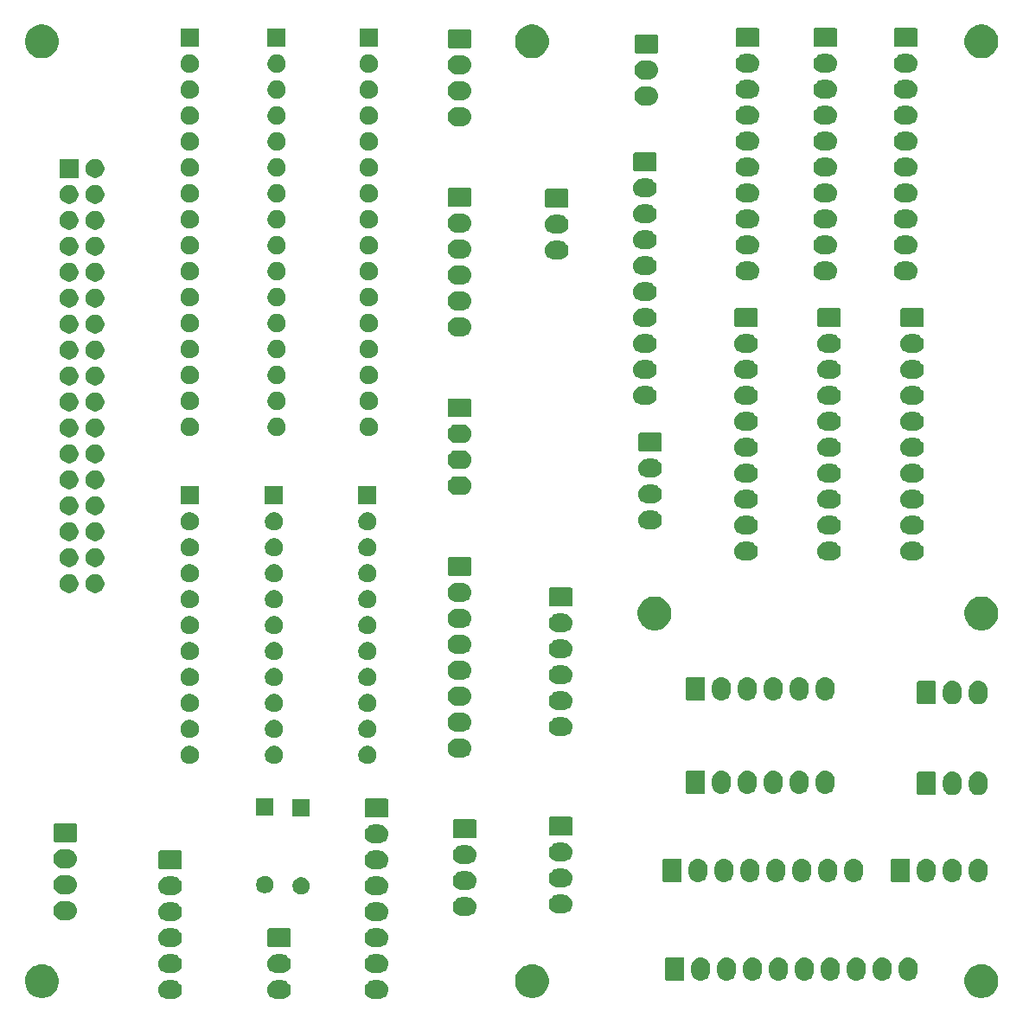
<source format=gbr>
G04 #@! TF.GenerationSoftware,KiCad,Pcbnew,(5.1.5-0-10_14)*
G04 #@! TF.CreationDate,2021-04-18T15:29:13+10:00*
G04 #@! TF.ProjectId,OH - Left Console - Input Distribution,4f48202d-204c-4656-9674-20436f6e736f,rev?*
G04 #@! TF.SameCoordinates,Original*
G04 #@! TF.FileFunction,Soldermask,Bot*
G04 #@! TF.FilePolarity,Negative*
%FSLAX46Y46*%
G04 Gerber Fmt 4.6, Leading zero omitted, Abs format (unit mm)*
G04 Created by KiCad (PCBNEW (5.1.5-0-10_14)) date 2021-04-18 15:29:13*
%MOMM*%
%LPD*%
G04 APERTURE LIST*
%ADD10C,0.100000*%
G04 APERTURE END LIST*
D10*
G36*
X166436345Y-132306442D02*
G01*
X166526548Y-132315326D01*
X166700157Y-132367990D01*
X166860156Y-132453511D01*
X166903729Y-132489271D01*
X167000397Y-132568603D01*
X167079729Y-132665271D01*
X167115489Y-132708844D01*
X167201010Y-132868843D01*
X167253674Y-133042452D01*
X167271456Y-133223000D01*
X167253674Y-133403548D01*
X167201010Y-133577157D01*
X167115489Y-133737156D01*
X167079729Y-133780729D01*
X167000397Y-133877397D01*
X166903729Y-133956729D01*
X166860156Y-133992489D01*
X166700157Y-134078010D01*
X166526548Y-134130674D01*
X166436345Y-134139558D01*
X166391245Y-134144000D01*
X165840755Y-134144000D01*
X165795655Y-134139558D01*
X165705452Y-134130674D01*
X165531843Y-134078010D01*
X165371844Y-133992489D01*
X165328271Y-133956729D01*
X165231603Y-133877397D01*
X165152271Y-133780729D01*
X165116511Y-133737156D01*
X165030990Y-133577157D01*
X164978326Y-133403548D01*
X164960544Y-133223000D01*
X164978326Y-133042452D01*
X165030990Y-132868843D01*
X165116511Y-132708844D01*
X165152271Y-132665271D01*
X165231603Y-132568603D01*
X165328271Y-132489271D01*
X165371844Y-132453511D01*
X165531843Y-132367990D01*
X165705452Y-132315326D01*
X165795655Y-132306442D01*
X165840755Y-132302000D01*
X166391245Y-132302000D01*
X166436345Y-132306442D01*
G37*
G36*
X156911345Y-132306442D02*
G01*
X157001548Y-132315326D01*
X157175157Y-132367990D01*
X157335156Y-132453511D01*
X157378729Y-132489271D01*
X157475397Y-132568603D01*
X157554729Y-132665271D01*
X157590489Y-132708844D01*
X157676010Y-132868843D01*
X157728674Y-133042452D01*
X157746456Y-133223000D01*
X157728674Y-133403548D01*
X157676010Y-133577157D01*
X157590489Y-133737156D01*
X157554729Y-133780729D01*
X157475397Y-133877397D01*
X157378729Y-133956729D01*
X157335156Y-133992489D01*
X157175157Y-134078010D01*
X157001548Y-134130674D01*
X156911345Y-134139558D01*
X156866245Y-134144000D01*
X156315755Y-134144000D01*
X156270655Y-134139558D01*
X156180452Y-134130674D01*
X156006843Y-134078010D01*
X155846844Y-133992489D01*
X155803271Y-133956729D01*
X155706603Y-133877397D01*
X155627271Y-133780729D01*
X155591511Y-133737156D01*
X155505990Y-133577157D01*
X155453326Y-133403548D01*
X155435544Y-133223000D01*
X155453326Y-133042452D01*
X155505990Y-132868843D01*
X155591511Y-132708844D01*
X155627271Y-132665271D01*
X155706603Y-132568603D01*
X155803271Y-132489271D01*
X155846844Y-132453511D01*
X156006843Y-132367990D01*
X156180452Y-132315326D01*
X156270655Y-132306442D01*
X156315755Y-132302000D01*
X156866245Y-132302000D01*
X156911345Y-132306442D01*
G37*
G36*
X146243345Y-132306442D02*
G01*
X146333548Y-132315326D01*
X146507157Y-132367990D01*
X146667156Y-132453511D01*
X146710729Y-132489271D01*
X146807397Y-132568603D01*
X146886729Y-132665271D01*
X146922489Y-132708844D01*
X147008010Y-132868843D01*
X147060674Y-133042452D01*
X147078456Y-133223000D01*
X147060674Y-133403548D01*
X147008010Y-133577157D01*
X146922489Y-133737156D01*
X146886729Y-133780729D01*
X146807397Y-133877397D01*
X146710729Y-133956729D01*
X146667156Y-133992489D01*
X146507157Y-134078010D01*
X146333548Y-134130674D01*
X146243345Y-134139558D01*
X146198245Y-134144000D01*
X145647755Y-134144000D01*
X145602655Y-134139558D01*
X145512452Y-134130674D01*
X145338843Y-134078010D01*
X145178844Y-133992489D01*
X145135271Y-133956729D01*
X145038603Y-133877397D01*
X144959271Y-133780729D01*
X144923511Y-133737156D01*
X144837990Y-133577157D01*
X144785326Y-133403548D01*
X144767544Y-133223000D01*
X144785326Y-133042452D01*
X144837990Y-132868843D01*
X144923511Y-132708844D01*
X144959271Y-132665271D01*
X145038603Y-132568603D01*
X145135271Y-132489271D01*
X145178844Y-132453511D01*
X145338843Y-132367990D01*
X145512452Y-132315326D01*
X145602655Y-132306442D01*
X145647755Y-132302000D01*
X146198245Y-132302000D01*
X146243345Y-132306442D01*
G37*
G36*
X181725256Y-130777298D02*
G01*
X181831579Y-130798447D01*
X182044037Y-130886450D01*
X182114786Y-130915755D01*
X182132042Y-130922903D01*
X182402451Y-131103585D01*
X182632415Y-131333549D01*
X182813097Y-131603958D01*
X182813098Y-131603960D01*
X182849550Y-131691963D01*
X182937553Y-131904421D01*
X182943667Y-131935157D01*
X182994456Y-132190489D01*
X183001000Y-132223391D01*
X183001000Y-132548609D01*
X182937553Y-132867579D01*
X182813097Y-133168042D01*
X182632415Y-133438451D01*
X182402451Y-133668415D01*
X182132042Y-133849097D01*
X181831579Y-133973553D01*
X181736381Y-133992489D01*
X181512611Y-134037000D01*
X181187389Y-134037000D01*
X180963619Y-133992489D01*
X180868421Y-133973553D01*
X180567958Y-133849097D01*
X180297549Y-133668415D01*
X180067585Y-133438451D01*
X179886903Y-133168042D01*
X179762447Y-132867579D01*
X179699000Y-132548609D01*
X179699000Y-132223391D01*
X179705545Y-132190489D01*
X179756333Y-131935157D01*
X179762447Y-131904421D01*
X179850450Y-131691963D01*
X179886902Y-131603960D01*
X179886903Y-131603958D01*
X180067585Y-131333549D01*
X180297549Y-131103585D01*
X180567958Y-130922903D01*
X180585215Y-130915755D01*
X180655963Y-130886450D01*
X180868421Y-130798447D01*
X180974744Y-130777298D01*
X181187389Y-130735000D01*
X181512611Y-130735000D01*
X181725256Y-130777298D01*
G37*
G36*
X133725256Y-130777298D02*
G01*
X133831579Y-130798447D01*
X134044037Y-130886450D01*
X134114786Y-130915755D01*
X134132042Y-130922903D01*
X134402451Y-131103585D01*
X134632415Y-131333549D01*
X134813097Y-131603958D01*
X134813098Y-131603960D01*
X134849550Y-131691963D01*
X134937553Y-131904421D01*
X134943667Y-131935157D01*
X134994456Y-132190489D01*
X135001000Y-132223391D01*
X135001000Y-132548609D01*
X134937553Y-132867579D01*
X134813097Y-133168042D01*
X134632415Y-133438451D01*
X134402451Y-133668415D01*
X134132042Y-133849097D01*
X133831579Y-133973553D01*
X133736381Y-133992489D01*
X133512611Y-134037000D01*
X133187389Y-134037000D01*
X132963619Y-133992489D01*
X132868421Y-133973553D01*
X132567958Y-133849097D01*
X132297549Y-133668415D01*
X132067585Y-133438451D01*
X131886903Y-133168042D01*
X131762447Y-132867579D01*
X131699000Y-132548609D01*
X131699000Y-132223391D01*
X131705545Y-132190489D01*
X131756333Y-131935157D01*
X131762447Y-131904421D01*
X131850450Y-131691963D01*
X131886902Y-131603960D01*
X131886903Y-131603958D01*
X132067585Y-131333549D01*
X132297549Y-131103585D01*
X132567958Y-130922903D01*
X132585215Y-130915755D01*
X132655963Y-130886450D01*
X132868421Y-130798447D01*
X132974744Y-130777298D01*
X133187389Y-130735000D01*
X133512611Y-130735000D01*
X133725256Y-130777298D01*
G37*
G36*
X225725256Y-130777298D02*
G01*
X225831579Y-130798447D01*
X226044037Y-130886450D01*
X226114786Y-130915755D01*
X226132042Y-130922903D01*
X226402451Y-131103585D01*
X226632415Y-131333549D01*
X226813097Y-131603958D01*
X226813098Y-131603960D01*
X226849550Y-131691963D01*
X226937553Y-131904421D01*
X226943667Y-131935157D01*
X226994456Y-132190489D01*
X227001000Y-132223391D01*
X227001000Y-132548609D01*
X226937553Y-132867579D01*
X226813097Y-133168042D01*
X226632415Y-133438451D01*
X226402451Y-133668415D01*
X226132042Y-133849097D01*
X225831579Y-133973553D01*
X225736381Y-133992489D01*
X225512611Y-134037000D01*
X225187389Y-134037000D01*
X224963619Y-133992489D01*
X224868421Y-133973553D01*
X224567958Y-133849097D01*
X224297549Y-133668415D01*
X224067585Y-133438451D01*
X223886903Y-133168042D01*
X223762447Y-132867579D01*
X223699000Y-132548609D01*
X223699000Y-132223391D01*
X223705545Y-132190489D01*
X223756333Y-131935157D01*
X223762447Y-131904421D01*
X223850450Y-131691963D01*
X223886902Y-131603960D01*
X223886903Y-131603958D01*
X224067585Y-131333549D01*
X224297549Y-131103585D01*
X224567958Y-130922903D01*
X224585215Y-130915755D01*
X224655963Y-130886450D01*
X224868421Y-130798447D01*
X224974744Y-130777298D01*
X225187389Y-130735000D01*
X225512611Y-130735000D01*
X225725256Y-130777298D01*
G37*
G36*
X213286547Y-130053326D02*
G01*
X213460156Y-130105990D01*
X213460158Y-130105991D01*
X213620155Y-130191511D01*
X213760397Y-130306603D01*
X213839729Y-130403271D01*
X213875489Y-130446844D01*
X213961010Y-130606843D01*
X214013674Y-130780452D01*
X214027000Y-130915756D01*
X214027000Y-131466243D01*
X214013674Y-131601548D01*
X213961010Y-131775157D01*
X213875489Y-131935156D01*
X213839729Y-131978729D01*
X213760397Y-132075397D01*
X213663729Y-132154729D01*
X213620156Y-132190489D01*
X213460157Y-132276010D01*
X213286548Y-132328674D01*
X213106000Y-132346456D01*
X212925453Y-132328674D01*
X212751844Y-132276010D01*
X212591845Y-132190489D01*
X212548272Y-132154729D01*
X212451604Y-132075397D01*
X212336513Y-131935157D01*
X212336512Y-131935155D01*
X212250990Y-131775157D01*
X212198326Y-131601548D01*
X212185000Y-131466244D01*
X212185000Y-130915757D01*
X212198326Y-130780453D01*
X212250990Y-130606844D01*
X212336511Y-130446845D01*
X212336512Y-130446844D01*
X212451603Y-130306603D01*
X212577388Y-130203375D01*
X212591844Y-130191511D01*
X212751843Y-130105990D01*
X212925452Y-130053326D01*
X213106000Y-130035544D01*
X213286547Y-130053326D01*
G37*
G36*
X215826547Y-130053326D02*
G01*
X216000156Y-130105990D01*
X216000158Y-130105991D01*
X216160155Y-130191511D01*
X216300397Y-130306603D01*
X216379729Y-130403271D01*
X216415489Y-130446844D01*
X216501010Y-130606843D01*
X216553674Y-130780452D01*
X216567000Y-130915756D01*
X216567000Y-131466243D01*
X216553674Y-131601548D01*
X216501010Y-131775157D01*
X216415489Y-131935156D01*
X216379729Y-131978729D01*
X216300397Y-132075397D01*
X216203729Y-132154729D01*
X216160156Y-132190489D01*
X216000157Y-132276010D01*
X215826548Y-132328674D01*
X215646000Y-132346456D01*
X215465453Y-132328674D01*
X215291844Y-132276010D01*
X215131845Y-132190489D01*
X215088272Y-132154729D01*
X214991604Y-132075397D01*
X214876513Y-131935157D01*
X214876512Y-131935155D01*
X214790990Y-131775157D01*
X214738326Y-131601548D01*
X214725000Y-131466244D01*
X214725000Y-130915757D01*
X214738326Y-130780453D01*
X214790990Y-130606844D01*
X214876511Y-130446845D01*
X214876512Y-130446844D01*
X214991603Y-130306603D01*
X215117388Y-130203375D01*
X215131844Y-130191511D01*
X215291843Y-130105990D01*
X215465452Y-130053326D01*
X215646000Y-130035544D01*
X215826547Y-130053326D01*
G37*
G36*
X218366547Y-130053326D02*
G01*
X218540156Y-130105990D01*
X218540158Y-130105991D01*
X218700155Y-130191511D01*
X218840397Y-130306603D01*
X218919729Y-130403271D01*
X218955489Y-130446844D01*
X219041010Y-130606843D01*
X219093674Y-130780452D01*
X219107000Y-130915756D01*
X219107000Y-131466243D01*
X219093674Y-131601548D01*
X219041010Y-131775157D01*
X218955489Y-131935156D01*
X218919729Y-131978729D01*
X218840397Y-132075397D01*
X218743729Y-132154729D01*
X218700156Y-132190489D01*
X218540157Y-132276010D01*
X218366548Y-132328674D01*
X218186000Y-132346456D01*
X218005453Y-132328674D01*
X217831844Y-132276010D01*
X217671845Y-132190489D01*
X217628272Y-132154729D01*
X217531604Y-132075397D01*
X217416513Y-131935157D01*
X217416512Y-131935155D01*
X217330990Y-131775157D01*
X217278326Y-131601548D01*
X217265000Y-131466244D01*
X217265000Y-130915757D01*
X217278326Y-130780453D01*
X217330990Y-130606844D01*
X217416511Y-130446845D01*
X217416512Y-130446844D01*
X217531603Y-130306603D01*
X217657388Y-130203375D01*
X217671844Y-130191511D01*
X217831843Y-130105990D01*
X218005452Y-130053326D01*
X218186000Y-130035544D01*
X218366547Y-130053326D01*
G37*
G36*
X200586547Y-130053326D02*
G01*
X200760156Y-130105990D01*
X200760158Y-130105991D01*
X200920155Y-130191511D01*
X201060397Y-130306603D01*
X201139729Y-130403271D01*
X201175489Y-130446844D01*
X201261010Y-130606843D01*
X201313674Y-130780452D01*
X201327000Y-130915756D01*
X201327000Y-131466243D01*
X201313674Y-131601548D01*
X201261010Y-131775157D01*
X201175489Y-131935156D01*
X201139729Y-131978729D01*
X201060397Y-132075397D01*
X200963729Y-132154729D01*
X200920156Y-132190489D01*
X200760157Y-132276010D01*
X200586548Y-132328674D01*
X200406000Y-132346456D01*
X200225453Y-132328674D01*
X200051844Y-132276010D01*
X199891845Y-132190489D01*
X199848272Y-132154729D01*
X199751604Y-132075397D01*
X199636513Y-131935157D01*
X199636512Y-131935155D01*
X199550990Y-131775157D01*
X199498326Y-131601548D01*
X199485000Y-131466244D01*
X199485000Y-130915757D01*
X199498326Y-130780453D01*
X199550990Y-130606844D01*
X199636511Y-130446845D01*
X199636512Y-130446844D01*
X199751603Y-130306603D01*
X199877388Y-130203375D01*
X199891844Y-130191511D01*
X200051843Y-130105990D01*
X200225452Y-130053326D01*
X200406000Y-130035544D01*
X200586547Y-130053326D01*
G37*
G36*
X203126547Y-130053326D02*
G01*
X203300156Y-130105990D01*
X203300158Y-130105991D01*
X203460155Y-130191511D01*
X203600397Y-130306603D01*
X203679729Y-130403271D01*
X203715489Y-130446844D01*
X203801010Y-130606843D01*
X203853674Y-130780452D01*
X203867000Y-130915756D01*
X203867000Y-131466243D01*
X203853674Y-131601548D01*
X203801010Y-131775157D01*
X203715489Y-131935156D01*
X203679729Y-131978729D01*
X203600397Y-132075397D01*
X203503729Y-132154729D01*
X203460156Y-132190489D01*
X203300157Y-132276010D01*
X203126548Y-132328674D01*
X202946000Y-132346456D01*
X202765453Y-132328674D01*
X202591844Y-132276010D01*
X202431845Y-132190489D01*
X202388272Y-132154729D01*
X202291604Y-132075397D01*
X202176513Y-131935157D01*
X202176512Y-131935155D01*
X202090990Y-131775157D01*
X202038326Y-131601548D01*
X202025000Y-131466244D01*
X202025000Y-130915757D01*
X202038326Y-130780453D01*
X202090990Y-130606844D01*
X202176511Y-130446845D01*
X202176512Y-130446844D01*
X202291603Y-130306603D01*
X202417388Y-130203375D01*
X202431844Y-130191511D01*
X202591843Y-130105990D01*
X202765452Y-130053326D01*
X202946000Y-130035544D01*
X203126547Y-130053326D01*
G37*
G36*
X198046547Y-130053326D02*
G01*
X198220156Y-130105990D01*
X198220158Y-130105991D01*
X198380155Y-130191511D01*
X198520397Y-130306603D01*
X198599729Y-130403271D01*
X198635489Y-130446844D01*
X198721010Y-130606843D01*
X198773674Y-130780452D01*
X198787000Y-130915756D01*
X198787000Y-131466243D01*
X198773674Y-131601548D01*
X198721010Y-131775157D01*
X198635489Y-131935156D01*
X198599729Y-131978729D01*
X198520397Y-132075397D01*
X198423729Y-132154729D01*
X198380156Y-132190489D01*
X198220157Y-132276010D01*
X198046548Y-132328674D01*
X197866000Y-132346456D01*
X197685453Y-132328674D01*
X197511844Y-132276010D01*
X197351845Y-132190489D01*
X197308272Y-132154729D01*
X197211604Y-132075397D01*
X197096513Y-131935157D01*
X197096512Y-131935155D01*
X197010990Y-131775157D01*
X196958326Y-131601548D01*
X196945000Y-131466244D01*
X196945000Y-130915757D01*
X196958326Y-130780453D01*
X197010990Y-130606844D01*
X197096511Y-130446845D01*
X197096512Y-130446844D01*
X197211603Y-130306603D01*
X197337388Y-130203375D01*
X197351844Y-130191511D01*
X197511843Y-130105990D01*
X197685452Y-130053326D01*
X197866000Y-130035544D01*
X198046547Y-130053326D01*
G37*
G36*
X210746547Y-130053326D02*
G01*
X210920156Y-130105990D01*
X210920158Y-130105991D01*
X211080155Y-130191511D01*
X211220397Y-130306603D01*
X211299729Y-130403271D01*
X211335489Y-130446844D01*
X211421010Y-130606843D01*
X211473674Y-130780452D01*
X211487000Y-130915756D01*
X211487000Y-131466243D01*
X211473674Y-131601548D01*
X211421010Y-131775157D01*
X211335489Y-131935156D01*
X211299729Y-131978729D01*
X211220397Y-132075397D01*
X211123729Y-132154729D01*
X211080156Y-132190489D01*
X210920157Y-132276010D01*
X210746548Y-132328674D01*
X210566000Y-132346456D01*
X210385453Y-132328674D01*
X210211844Y-132276010D01*
X210051845Y-132190489D01*
X210008272Y-132154729D01*
X209911604Y-132075397D01*
X209796513Y-131935157D01*
X209796512Y-131935155D01*
X209710990Y-131775157D01*
X209658326Y-131601548D01*
X209645000Y-131466244D01*
X209645000Y-130915757D01*
X209658326Y-130780453D01*
X209710990Y-130606844D01*
X209796511Y-130446845D01*
X209796512Y-130446844D01*
X209911603Y-130306603D01*
X210037388Y-130203375D01*
X210051844Y-130191511D01*
X210211843Y-130105990D01*
X210385452Y-130053326D01*
X210566000Y-130035544D01*
X210746547Y-130053326D01*
G37*
G36*
X205666547Y-130053326D02*
G01*
X205840156Y-130105990D01*
X205840158Y-130105991D01*
X206000155Y-130191511D01*
X206140397Y-130306603D01*
X206219729Y-130403271D01*
X206255489Y-130446844D01*
X206341010Y-130606843D01*
X206393674Y-130780452D01*
X206407000Y-130915756D01*
X206407000Y-131466243D01*
X206393674Y-131601548D01*
X206341010Y-131775157D01*
X206255489Y-131935156D01*
X206219729Y-131978729D01*
X206140397Y-132075397D01*
X206043729Y-132154729D01*
X206000156Y-132190489D01*
X205840157Y-132276010D01*
X205666548Y-132328674D01*
X205486000Y-132346456D01*
X205305453Y-132328674D01*
X205131844Y-132276010D01*
X204971845Y-132190489D01*
X204928272Y-132154729D01*
X204831604Y-132075397D01*
X204716513Y-131935157D01*
X204716512Y-131935155D01*
X204630990Y-131775157D01*
X204578326Y-131601548D01*
X204565000Y-131466244D01*
X204565000Y-130915757D01*
X204578326Y-130780453D01*
X204630990Y-130606844D01*
X204716511Y-130446845D01*
X204716512Y-130446844D01*
X204831603Y-130306603D01*
X204957388Y-130203375D01*
X204971844Y-130191511D01*
X205131843Y-130105990D01*
X205305452Y-130053326D01*
X205486000Y-130035544D01*
X205666547Y-130053326D01*
G37*
G36*
X208206547Y-130053326D02*
G01*
X208380156Y-130105990D01*
X208380158Y-130105991D01*
X208540155Y-130191511D01*
X208680397Y-130306603D01*
X208759729Y-130403271D01*
X208795489Y-130446844D01*
X208881010Y-130606843D01*
X208933674Y-130780452D01*
X208947000Y-130915756D01*
X208947000Y-131466243D01*
X208933674Y-131601548D01*
X208881010Y-131775157D01*
X208795489Y-131935156D01*
X208759729Y-131978729D01*
X208680397Y-132075397D01*
X208583729Y-132154729D01*
X208540156Y-132190489D01*
X208380157Y-132276010D01*
X208206548Y-132328674D01*
X208026000Y-132346456D01*
X207845453Y-132328674D01*
X207671844Y-132276010D01*
X207511845Y-132190489D01*
X207468272Y-132154729D01*
X207371604Y-132075397D01*
X207256513Y-131935157D01*
X207256512Y-131935155D01*
X207170990Y-131775157D01*
X207118326Y-131601548D01*
X207105000Y-131466244D01*
X207105000Y-130915757D01*
X207118326Y-130780453D01*
X207170990Y-130606844D01*
X207256511Y-130446845D01*
X207256512Y-130446844D01*
X207371603Y-130306603D01*
X207497388Y-130203375D01*
X207511844Y-130191511D01*
X207671843Y-130105990D01*
X207845452Y-130053326D01*
X208026000Y-130035544D01*
X208206547Y-130053326D01*
G37*
G36*
X196105561Y-130043966D02*
G01*
X196138383Y-130053923D01*
X196168632Y-130070092D01*
X196195148Y-130091852D01*
X196216908Y-130118368D01*
X196233077Y-130148617D01*
X196243034Y-130181439D01*
X196247000Y-130221713D01*
X196247000Y-132160287D01*
X196243034Y-132200561D01*
X196233077Y-132233383D01*
X196216908Y-132263632D01*
X196195148Y-132290148D01*
X196168632Y-132311908D01*
X196138383Y-132328077D01*
X196105561Y-132338034D01*
X196065287Y-132342000D01*
X194586713Y-132342000D01*
X194546439Y-132338034D01*
X194513617Y-132328077D01*
X194483368Y-132311908D01*
X194456852Y-132290148D01*
X194435092Y-132263632D01*
X194418923Y-132233383D01*
X194408966Y-132200561D01*
X194405000Y-132160287D01*
X194405000Y-130221713D01*
X194408966Y-130181439D01*
X194418923Y-130148617D01*
X194435092Y-130118368D01*
X194456852Y-130091852D01*
X194483368Y-130070092D01*
X194513617Y-130053923D01*
X194546439Y-130043966D01*
X194586713Y-130040000D01*
X196065287Y-130040000D01*
X196105561Y-130043966D01*
G37*
G36*
X166436345Y-129766442D02*
G01*
X166526548Y-129775326D01*
X166700157Y-129827990D01*
X166860156Y-129913511D01*
X166903729Y-129949271D01*
X167000397Y-130028603D01*
X167073364Y-130117515D01*
X167115489Y-130168844D01*
X167201010Y-130328843D01*
X167253674Y-130502452D01*
X167271456Y-130683000D01*
X167253674Y-130863548D01*
X167201010Y-131037157D01*
X167115489Y-131197156D01*
X167079729Y-131240729D01*
X167000397Y-131337397D01*
X166903729Y-131416729D01*
X166860156Y-131452489D01*
X166700157Y-131538010D01*
X166526548Y-131590674D01*
X166436345Y-131599558D01*
X166391245Y-131604000D01*
X165840755Y-131604000D01*
X165795655Y-131599558D01*
X165705452Y-131590674D01*
X165531843Y-131538010D01*
X165371844Y-131452489D01*
X165328271Y-131416729D01*
X165231603Y-131337397D01*
X165152271Y-131240729D01*
X165116511Y-131197156D01*
X165030990Y-131037157D01*
X164978326Y-130863548D01*
X164960544Y-130683000D01*
X164978326Y-130502452D01*
X165030990Y-130328843D01*
X165116511Y-130168844D01*
X165158636Y-130117515D01*
X165231603Y-130028603D01*
X165328271Y-129949271D01*
X165371844Y-129913511D01*
X165531843Y-129827990D01*
X165705452Y-129775326D01*
X165795655Y-129766442D01*
X165840755Y-129762000D01*
X166391245Y-129762000D01*
X166436345Y-129766442D01*
G37*
G36*
X156911345Y-129766442D02*
G01*
X157001548Y-129775326D01*
X157175157Y-129827990D01*
X157335156Y-129913511D01*
X157378729Y-129949271D01*
X157475397Y-130028603D01*
X157548364Y-130117515D01*
X157590489Y-130168844D01*
X157676010Y-130328843D01*
X157728674Y-130502452D01*
X157746456Y-130683000D01*
X157728674Y-130863548D01*
X157676010Y-131037157D01*
X157590489Y-131197156D01*
X157554729Y-131240729D01*
X157475397Y-131337397D01*
X157378729Y-131416729D01*
X157335156Y-131452489D01*
X157175157Y-131538010D01*
X157001548Y-131590674D01*
X156911345Y-131599558D01*
X156866245Y-131604000D01*
X156315755Y-131604000D01*
X156270655Y-131599558D01*
X156180452Y-131590674D01*
X156006843Y-131538010D01*
X155846844Y-131452489D01*
X155803271Y-131416729D01*
X155706603Y-131337397D01*
X155627271Y-131240729D01*
X155591511Y-131197156D01*
X155505990Y-131037157D01*
X155453326Y-130863548D01*
X155435544Y-130683000D01*
X155453326Y-130502452D01*
X155505990Y-130328843D01*
X155591511Y-130168844D01*
X155633636Y-130117515D01*
X155706603Y-130028603D01*
X155803271Y-129949271D01*
X155846844Y-129913511D01*
X156006843Y-129827990D01*
X156180452Y-129775326D01*
X156270655Y-129766442D01*
X156315755Y-129762000D01*
X156866245Y-129762000D01*
X156911345Y-129766442D01*
G37*
G36*
X146243345Y-129766442D02*
G01*
X146333548Y-129775326D01*
X146507157Y-129827990D01*
X146667156Y-129913511D01*
X146710729Y-129949271D01*
X146807397Y-130028603D01*
X146880364Y-130117515D01*
X146922489Y-130168844D01*
X147008010Y-130328843D01*
X147060674Y-130502452D01*
X147078456Y-130683000D01*
X147060674Y-130863548D01*
X147008010Y-131037157D01*
X146922489Y-131197156D01*
X146886729Y-131240729D01*
X146807397Y-131337397D01*
X146710729Y-131416729D01*
X146667156Y-131452489D01*
X146507157Y-131538010D01*
X146333548Y-131590674D01*
X146243345Y-131599558D01*
X146198245Y-131604000D01*
X145647755Y-131604000D01*
X145602655Y-131599558D01*
X145512452Y-131590674D01*
X145338843Y-131538010D01*
X145178844Y-131452489D01*
X145135271Y-131416729D01*
X145038603Y-131337397D01*
X144959271Y-131240729D01*
X144923511Y-131197156D01*
X144837990Y-131037157D01*
X144785326Y-130863548D01*
X144767544Y-130683000D01*
X144785326Y-130502452D01*
X144837990Y-130328843D01*
X144923511Y-130168844D01*
X144965636Y-130117515D01*
X145038603Y-130028603D01*
X145135271Y-129949271D01*
X145178844Y-129913511D01*
X145338843Y-129827990D01*
X145512452Y-129775326D01*
X145602655Y-129766442D01*
X145647755Y-129762000D01*
X146198245Y-129762000D01*
X146243345Y-129766442D01*
G37*
G36*
X157600561Y-127225966D02*
G01*
X157633383Y-127235923D01*
X157663632Y-127252092D01*
X157690148Y-127273852D01*
X157711908Y-127300368D01*
X157728077Y-127330617D01*
X157738034Y-127363439D01*
X157742000Y-127403713D01*
X157742000Y-128882287D01*
X157738034Y-128922561D01*
X157728077Y-128955383D01*
X157711908Y-128985632D01*
X157690148Y-129012148D01*
X157663632Y-129033908D01*
X157633383Y-129050077D01*
X157600561Y-129060034D01*
X157560287Y-129064000D01*
X155621713Y-129064000D01*
X155581439Y-129060034D01*
X155548617Y-129050077D01*
X155518368Y-129033908D01*
X155491852Y-129012148D01*
X155470092Y-128985632D01*
X155453923Y-128955383D01*
X155443966Y-128922561D01*
X155440000Y-128882287D01*
X155440000Y-127403713D01*
X155443966Y-127363439D01*
X155453923Y-127330617D01*
X155470092Y-127300368D01*
X155491852Y-127273852D01*
X155518368Y-127252092D01*
X155548617Y-127235923D01*
X155581439Y-127225966D01*
X155621713Y-127222000D01*
X157560287Y-127222000D01*
X157600561Y-127225966D01*
G37*
G36*
X166431512Y-127225966D02*
G01*
X166526548Y-127235326D01*
X166700157Y-127287990D01*
X166860156Y-127373511D01*
X166874612Y-127385375D01*
X167000397Y-127488603D01*
X167079729Y-127585271D01*
X167115489Y-127628844D01*
X167201010Y-127788843D01*
X167253674Y-127962452D01*
X167271456Y-128143000D01*
X167253674Y-128323548D01*
X167201010Y-128497157D01*
X167115489Y-128657156D01*
X167079729Y-128700729D01*
X167000397Y-128797397D01*
X166903729Y-128876729D01*
X166860156Y-128912489D01*
X166700157Y-128998010D01*
X166526548Y-129050674D01*
X166442874Y-129058915D01*
X166391245Y-129064000D01*
X165840755Y-129064000D01*
X165789126Y-129058915D01*
X165705452Y-129050674D01*
X165531843Y-128998010D01*
X165371844Y-128912489D01*
X165328271Y-128876729D01*
X165231603Y-128797397D01*
X165152271Y-128700729D01*
X165116511Y-128657156D01*
X165030990Y-128497157D01*
X164978326Y-128323548D01*
X164960544Y-128143000D01*
X164978326Y-127962452D01*
X165030990Y-127788843D01*
X165116511Y-127628844D01*
X165152271Y-127585271D01*
X165231603Y-127488603D01*
X165357388Y-127385375D01*
X165371844Y-127373511D01*
X165531843Y-127287990D01*
X165705452Y-127235326D01*
X165800488Y-127225966D01*
X165840755Y-127222000D01*
X166391245Y-127222000D01*
X166431512Y-127225966D01*
G37*
G36*
X146238512Y-127225966D02*
G01*
X146333548Y-127235326D01*
X146507157Y-127287990D01*
X146667156Y-127373511D01*
X146681612Y-127385375D01*
X146807397Y-127488603D01*
X146886729Y-127585271D01*
X146922489Y-127628844D01*
X147008010Y-127788843D01*
X147060674Y-127962452D01*
X147078456Y-128143000D01*
X147060674Y-128323548D01*
X147008010Y-128497157D01*
X146922489Y-128657156D01*
X146886729Y-128700729D01*
X146807397Y-128797397D01*
X146710729Y-128876729D01*
X146667156Y-128912489D01*
X146507157Y-128998010D01*
X146333548Y-129050674D01*
X146249874Y-129058915D01*
X146198245Y-129064000D01*
X145647755Y-129064000D01*
X145596126Y-129058915D01*
X145512452Y-129050674D01*
X145338843Y-128998010D01*
X145178844Y-128912489D01*
X145135271Y-128876729D01*
X145038603Y-128797397D01*
X144959271Y-128700729D01*
X144923511Y-128657156D01*
X144837990Y-128497157D01*
X144785326Y-128323548D01*
X144767544Y-128143000D01*
X144785326Y-127962452D01*
X144837990Y-127788843D01*
X144923511Y-127628844D01*
X144959271Y-127585271D01*
X145038603Y-127488603D01*
X145164388Y-127385375D01*
X145178844Y-127373511D01*
X145338843Y-127287990D01*
X145512452Y-127235326D01*
X145607488Y-127225966D01*
X145647755Y-127222000D01*
X146198245Y-127222000D01*
X146238512Y-127225966D01*
G37*
G36*
X166436345Y-124686442D02*
G01*
X166526548Y-124695326D01*
X166700157Y-124747990D01*
X166860156Y-124833511D01*
X166869281Y-124841000D01*
X167000397Y-124948603D01*
X167079729Y-125045271D01*
X167115489Y-125088844D01*
X167201010Y-125248843D01*
X167253674Y-125422452D01*
X167271456Y-125603000D01*
X167253674Y-125783548D01*
X167201010Y-125957157D01*
X167115489Y-126117156D01*
X167104623Y-126130396D01*
X167000397Y-126257397D01*
X166910699Y-126331009D01*
X166860156Y-126372489D01*
X166700157Y-126458010D01*
X166526548Y-126510674D01*
X166436345Y-126519558D01*
X166391245Y-126524000D01*
X165840755Y-126524000D01*
X165795655Y-126519558D01*
X165705452Y-126510674D01*
X165531843Y-126458010D01*
X165371844Y-126372489D01*
X165321301Y-126331009D01*
X165231603Y-126257397D01*
X165127377Y-126130396D01*
X165116511Y-126117156D01*
X165030990Y-125957157D01*
X164978326Y-125783548D01*
X164960544Y-125603000D01*
X164978326Y-125422452D01*
X165030990Y-125248843D01*
X165116511Y-125088844D01*
X165152271Y-125045271D01*
X165231603Y-124948603D01*
X165362719Y-124841000D01*
X165371844Y-124833511D01*
X165531843Y-124747990D01*
X165705452Y-124695326D01*
X165795655Y-124686442D01*
X165840755Y-124682000D01*
X166391245Y-124682000D01*
X166436345Y-124686442D01*
G37*
G36*
X146243345Y-124686442D02*
G01*
X146333548Y-124695326D01*
X146507157Y-124747990D01*
X146667156Y-124833511D01*
X146676281Y-124841000D01*
X146807397Y-124948603D01*
X146886729Y-125045271D01*
X146922489Y-125088844D01*
X147008010Y-125248843D01*
X147060674Y-125422452D01*
X147078456Y-125603000D01*
X147060674Y-125783548D01*
X147008010Y-125957157D01*
X146922489Y-126117156D01*
X146911623Y-126130396D01*
X146807397Y-126257397D01*
X146717699Y-126331009D01*
X146667156Y-126372489D01*
X146507157Y-126458010D01*
X146333548Y-126510674D01*
X146243345Y-126519558D01*
X146198245Y-126524000D01*
X145647755Y-126524000D01*
X145602655Y-126519558D01*
X145512452Y-126510674D01*
X145338843Y-126458010D01*
X145178844Y-126372489D01*
X145128301Y-126331009D01*
X145038603Y-126257397D01*
X144934377Y-126130396D01*
X144923511Y-126117156D01*
X144837990Y-125957157D01*
X144785326Y-125783548D01*
X144767544Y-125603000D01*
X144785326Y-125422452D01*
X144837990Y-125248843D01*
X144923511Y-125088844D01*
X144959271Y-125045271D01*
X145038603Y-124948603D01*
X145169719Y-124841000D01*
X145178844Y-124833511D01*
X145338843Y-124747990D01*
X145512452Y-124695326D01*
X145602655Y-124686442D01*
X145647755Y-124682000D01*
X146198245Y-124682000D01*
X146243345Y-124686442D01*
G37*
G36*
X135956345Y-124559442D02*
G01*
X136046548Y-124568326D01*
X136220157Y-124620990D01*
X136380156Y-124706511D01*
X136421987Y-124740841D01*
X136520397Y-124821603D01*
X136596595Y-124914452D01*
X136635489Y-124961844D01*
X136721010Y-125121843D01*
X136773674Y-125295452D01*
X136791456Y-125476000D01*
X136773674Y-125656548D01*
X136721010Y-125830157D01*
X136635489Y-125990156D01*
X136614279Y-126016000D01*
X136520397Y-126130397D01*
X136423729Y-126209729D01*
X136380156Y-126245489D01*
X136220157Y-126331010D01*
X136046548Y-126383674D01*
X135956345Y-126392558D01*
X135911245Y-126397000D01*
X135360755Y-126397000D01*
X135315655Y-126392558D01*
X135225452Y-126383674D01*
X135051843Y-126331010D01*
X134891844Y-126245489D01*
X134848271Y-126209729D01*
X134751603Y-126130397D01*
X134657721Y-126016000D01*
X134636511Y-125990156D01*
X134550990Y-125830157D01*
X134498326Y-125656548D01*
X134480544Y-125476000D01*
X134498326Y-125295452D01*
X134550990Y-125121843D01*
X134636511Y-124961844D01*
X134675405Y-124914452D01*
X134751603Y-124821603D01*
X134850013Y-124740841D01*
X134891844Y-124706511D01*
X135051843Y-124620990D01*
X135225452Y-124568326D01*
X135315655Y-124559442D01*
X135360755Y-124555000D01*
X135911245Y-124555000D01*
X135956345Y-124559442D01*
G37*
G36*
X175072345Y-124178442D02*
G01*
X175162548Y-124187326D01*
X175336157Y-124239990D01*
X175496156Y-124325511D01*
X175497781Y-124326845D01*
X175636397Y-124440603D01*
X175715729Y-124537271D01*
X175751489Y-124580844D01*
X175837010Y-124740843D01*
X175889674Y-124914452D01*
X175907456Y-125095000D01*
X175889674Y-125275548D01*
X175837010Y-125449157D01*
X175751489Y-125609156D01*
X175715729Y-125652729D01*
X175636397Y-125749397D01*
X175539729Y-125828729D01*
X175496156Y-125864489D01*
X175336157Y-125950010D01*
X175162548Y-126002674D01*
X175072345Y-126011558D01*
X175027245Y-126016000D01*
X174476755Y-126016000D01*
X174431655Y-126011558D01*
X174341452Y-126002674D01*
X174167843Y-125950010D01*
X174007844Y-125864489D01*
X173964271Y-125828729D01*
X173867603Y-125749397D01*
X173788271Y-125652729D01*
X173752511Y-125609156D01*
X173666990Y-125449157D01*
X173614326Y-125275548D01*
X173596544Y-125095000D01*
X173614326Y-124914452D01*
X173666990Y-124740843D01*
X173752511Y-124580844D01*
X173788271Y-124537271D01*
X173867603Y-124440603D01*
X174006219Y-124326845D01*
X174007844Y-124325511D01*
X174167843Y-124239990D01*
X174341452Y-124187326D01*
X174431655Y-124178442D01*
X174476755Y-124174000D01*
X175027245Y-124174000D01*
X175072345Y-124178442D01*
G37*
G36*
X184470345Y-123924442D02*
G01*
X184560548Y-123933326D01*
X184734157Y-123985990D01*
X184894156Y-124071511D01*
X184937729Y-124107271D01*
X185034397Y-124186603D01*
X185113729Y-124283271D01*
X185149489Y-124326844D01*
X185235010Y-124486843D01*
X185287674Y-124660452D01*
X185305456Y-124841000D01*
X185287674Y-125021548D01*
X185235010Y-125195157D01*
X185149489Y-125355156D01*
X185113729Y-125398729D01*
X185034397Y-125495397D01*
X184937729Y-125574729D01*
X184894156Y-125610489D01*
X184734157Y-125696010D01*
X184560548Y-125748674D01*
X184470345Y-125757558D01*
X184425245Y-125762000D01*
X183874755Y-125762000D01*
X183829655Y-125757558D01*
X183739452Y-125748674D01*
X183565843Y-125696010D01*
X183405844Y-125610489D01*
X183362271Y-125574729D01*
X183265603Y-125495397D01*
X183186271Y-125398729D01*
X183150511Y-125355156D01*
X183064990Y-125195157D01*
X183012326Y-125021548D01*
X182994544Y-124841000D01*
X183012326Y-124660452D01*
X183064990Y-124486843D01*
X183150511Y-124326844D01*
X183186271Y-124283271D01*
X183265603Y-124186603D01*
X183362271Y-124107271D01*
X183405844Y-124071511D01*
X183565843Y-123985990D01*
X183739452Y-123933326D01*
X183829655Y-123924442D01*
X183874755Y-123920000D01*
X184425245Y-123920000D01*
X184470345Y-123924442D01*
G37*
G36*
X146243345Y-122146442D02*
G01*
X146333548Y-122155326D01*
X146507157Y-122207990D01*
X146667156Y-122293511D01*
X146685850Y-122308853D01*
X146807397Y-122408603D01*
X146886729Y-122505271D01*
X146922489Y-122548844D01*
X147008010Y-122708843D01*
X147060674Y-122882452D01*
X147078456Y-123063000D01*
X147060674Y-123243548D01*
X147008010Y-123417157D01*
X146922489Y-123577156D01*
X146911623Y-123590396D01*
X146807397Y-123717397D01*
X146722584Y-123787000D01*
X146667156Y-123832489D01*
X146507157Y-123918010D01*
X146333548Y-123970674D01*
X146243345Y-123979558D01*
X146198245Y-123984000D01*
X145647755Y-123984000D01*
X145602655Y-123979558D01*
X145512452Y-123970674D01*
X145338843Y-123918010D01*
X145178844Y-123832489D01*
X145123416Y-123787000D01*
X145038603Y-123717397D01*
X144934377Y-123590396D01*
X144923511Y-123577156D01*
X144837990Y-123417157D01*
X144785326Y-123243548D01*
X144767544Y-123063000D01*
X144785326Y-122882452D01*
X144837990Y-122708843D01*
X144923511Y-122548844D01*
X144959271Y-122505271D01*
X145038603Y-122408603D01*
X145160150Y-122308853D01*
X145178844Y-122293511D01*
X145338843Y-122207990D01*
X145512452Y-122155326D01*
X145602655Y-122146442D01*
X145647755Y-122142000D01*
X146198245Y-122142000D01*
X146243345Y-122146442D01*
G37*
G36*
X166436345Y-122146442D02*
G01*
X166526548Y-122155326D01*
X166700157Y-122207990D01*
X166860156Y-122293511D01*
X166878850Y-122308853D01*
X167000397Y-122408603D01*
X167079729Y-122505271D01*
X167115489Y-122548844D01*
X167201010Y-122708843D01*
X167253674Y-122882452D01*
X167271456Y-123063000D01*
X167253674Y-123243548D01*
X167201010Y-123417157D01*
X167115489Y-123577156D01*
X167104623Y-123590396D01*
X167000397Y-123717397D01*
X166915584Y-123787000D01*
X166860156Y-123832489D01*
X166700157Y-123918010D01*
X166526548Y-123970674D01*
X166436345Y-123979558D01*
X166391245Y-123984000D01*
X165840755Y-123984000D01*
X165795655Y-123979558D01*
X165705452Y-123970674D01*
X165531843Y-123918010D01*
X165371844Y-123832489D01*
X165316416Y-123787000D01*
X165231603Y-123717397D01*
X165127377Y-123590396D01*
X165116511Y-123577156D01*
X165030990Y-123417157D01*
X164978326Y-123243548D01*
X164960544Y-123063000D01*
X164978326Y-122882452D01*
X165030990Y-122708843D01*
X165116511Y-122548844D01*
X165152271Y-122505271D01*
X165231603Y-122408603D01*
X165353150Y-122308853D01*
X165371844Y-122293511D01*
X165531843Y-122207990D01*
X165705452Y-122155326D01*
X165795655Y-122146442D01*
X165840755Y-122142000D01*
X166391245Y-122142000D01*
X166436345Y-122146442D01*
G37*
G36*
X158998228Y-122244703D02*
G01*
X159153100Y-122308853D01*
X159292481Y-122401985D01*
X159411015Y-122520519D01*
X159504147Y-122659900D01*
X159568297Y-122814772D01*
X159601000Y-122979184D01*
X159601000Y-123146816D01*
X159568297Y-123311228D01*
X159504147Y-123466100D01*
X159411015Y-123605481D01*
X159292481Y-123724015D01*
X159153100Y-123817147D01*
X158998228Y-123881297D01*
X158833816Y-123914000D01*
X158666184Y-123914000D01*
X158501772Y-123881297D01*
X158346900Y-123817147D01*
X158207519Y-123724015D01*
X158088985Y-123605481D01*
X157995853Y-123466100D01*
X157931703Y-123311228D01*
X157899000Y-123146816D01*
X157899000Y-122979184D01*
X157931703Y-122814772D01*
X157995853Y-122659900D01*
X158088985Y-122520519D01*
X158207519Y-122401985D01*
X158346900Y-122308853D01*
X158501772Y-122244703D01*
X158666184Y-122212000D01*
X158833816Y-122212000D01*
X158998228Y-122244703D01*
G37*
G36*
X135956345Y-122019442D02*
G01*
X136046548Y-122028326D01*
X136220157Y-122080990D01*
X136380156Y-122166511D01*
X136398850Y-122181853D01*
X136520397Y-122281603D01*
X136596595Y-122374452D01*
X136635489Y-122421844D01*
X136721010Y-122581843D01*
X136773674Y-122755452D01*
X136791456Y-122936000D01*
X136773674Y-123116548D01*
X136721010Y-123290157D01*
X136635489Y-123450156D01*
X136614279Y-123476000D01*
X136520397Y-123590397D01*
X136423729Y-123669729D01*
X136380156Y-123705489D01*
X136220157Y-123791010D01*
X136046548Y-123843674D01*
X135956345Y-123852558D01*
X135911245Y-123857000D01*
X135360755Y-123857000D01*
X135315655Y-123852558D01*
X135225452Y-123843674D01*
X135051843Y-123791010D01*
X134891844Y-123705489D01*
X134848271Y-123669729D01*
X134751603Y-123590397D01*
X134657721Y-123476000D01*
X134636511Y-123450156D01*
X134550990Y-123290157D01*
X134498326Y-123116548D01*
X134480544Y-122936000D01*
X134498326Y-122755452D01*
X134550990Y-122581843D01*
X134636511Y-122421844D01*
X134675405Y-122374452D01*
X134751603Y-122281603D01*
X134873150Y-122181853D01*
X134891844Y-122166511D01*
X135051843Y-122080990D01*
X135225452Y-122028326D01*
X135315655Y-122019442D01*
X135360755Y-122015000D01*
X135911245Y-122015000D01*
X135956345Y-122019442D01*
G37*
G36*
X155442228Y-122117703D02*
G01*
X155597100Y-122181853D01*
X155736481Y-122274985D01*
X155855015Y-122393519D01*
X155948147Y-122532900D01*
X156012297Y-122687772D01*
X156045000Y-122852184D01*
X156045000Y-123019816D01*
X156012297Y-123184228D01*
X155948147Y-123339100D01*
X155855015Y-123478481D01*
X155736481Y-123597015D01*
X155597100Y-123690147D01*
X155442228Y-123754297D01*
X155277816Y-123787000D01*
X155110184Y-123787000D01*
X154945772Y-123754297D01*
X154790900Y-123690147D01*
X154651519Y-123597015D01*
X154532985Y-123478481D01*
X154439853Y-123339100D01*
X154375703Y-123184228D01*
X154343000Y-123019816D01*
X154343000Y-122852184D01*
X154375703Y-122687772D01*
X154439853Y-122532900D01*
X154532985Y-122393519D01*
X154651519Y-122274985D01*
X154790900Y-122181853D01*
X154945772Y-122117703D01*
X155110184Y-122085000D01*
X155277816Y-122085000D01*
X155442228Y-122117703D01*
G37*
G36*
X175072345Y-121638442D02*
G01*
X175162548Y-121647326D01*
X175336157Y-121699990D01*
X175496156Y-121785511D01*
X175497781Y-121786845D01*
X175636397Y-121900603D01*
X175715729Y-121997271D01*
X175751489Y-122040844D01*
X175837010Y-122200843D01*
X175889674Y-122374452D01*
X175907456Y-122555000D01*
X175889674Y-122735548D01*
X175837010Y-122909157D01*
X175751489Y-123069156D01*
X175715729Y-123112729D01*
X175636397Y-123209397D01*
X175539729Y-123288729D01*
X175496156Y-123324489D01*
X175336157Y-123410010D01*
X175162548Y-123462674D01*
X175072345Y-123471558D01*
X175027245Y-123476000D01*
X174476755Y-123476000D01*
X174431655Y-123471558D01*
X174341452Y-123462674D01*
X174167843Y-123410010D01*
X174007844Y-123324489D01*
X173964271Y-123288729D01*
X173867603Y-123209397D01*
X173788271Y-123112729D01*
X173752511Y-123069156D01*
X173666990Y-122909157D01*
X173614326Y-122735548D01*
X173596544Y-122555000D01*
X173614326Y-122374452D01*
X173666990Y-122200843D01*
X173752511Y-122040844D01*
X173788271Y-121997271D01*
X173867603Y-121900603D01*
X174006219Y-121786845D01*
X174007844Y-121785511D01*
X174167843Y-121699990D01*
X174341452Y-121647326D01*
X174431655Y-121638442D01*
X174476755Y-121634000D01*
X175027245Y-121634000D01*
X175072345Y-121638442D01*
G37*
G36*
X184470345Y-121384442D02*
G01*
X184560548Y-121393326D01*
X184734157Y-121445990D01*
X184894156Y-121531511D01*
X184937729Y-121567271D01*
X185034397Y-121646603D01*
X185113729Y-121743271D01*
X185149489Y-121786844D01*
X185235010Y-121946843D01*
X185287674Y-122120452D01*
X185305456Y-122301000D01*
X185287674Y-122481548D01*
X185235010Y-122655157D01*
X185149489Y-122815156D01*
X185119101Y-122852184D01*
X185034397Y-122955397D01*
X184955902Y-123019815D01*
X184894156Y-123070489D01*
X184734157Y-123156010D01*
X184560548Y-123208674D01*
X184470345Y-123217558D01*
X184425245Y-123222000D01*
X183874755Y-123222000D01*
X183829655Y-123217558D01*
X183739452Y-123208674D01*
X183565843Y-123156010D01*
X183405844Y-123070489D01*
X183344098Y-123019815D01*
X183265603Y-122955397D01*
X183180899Y-122852184D01*
X183150511Y-122815156D01*
X183064990Y-122655157D01*
X183012326Y-122481548D01*
X182994544Y-122301000D01*
X183012326Y-122120452D01*
X183064990Y-121946843D01*
X183150511Y-121786844D01*
X183186271Y-121743271D01*
X183265603Y-121646603D01*
X183362271Y-121567271D01*
X183405844Y-121531511D01*
X183565843Y-121445990D01*
X183739452Y-121393326D01*
X183829655Y-121384442D01*
X183874755Y-121380000D01*
X184425245Y-121380000D01*
X184470345Y-121384442D01*
G37*
G36*
X210492547Y-120401326D02*
G01*
X210666156Y-120453990D01*
X210666158Y-120453991D01*
X210826155Y-120539511D01*
X210966397Y-120654603D01*
X211044815Y-120750157D01*
X211081489Y-120794844D01*
X211167010Y-120954843D01*
X211219674Y-121128452D01*
X211233000Y-121263756D01*
X211233000Y-121814243D01*
X211219674Y-121949548D01*
X211167010Y-122123157D01*
X211081489Y-122283156D01*
X211045729Y-122326729D01*
X210966397Y-122423397D01*
X210869729Y-122502729D01*
X210826156Y-122538489D01*
X210666157Y-122624010D01*
X210492548Y-122676674D01*
X210312000Y-122694456D01*
X210131453Y-122676674D01*
X209957844Y-122624010D01*
X209797845Y-122538489D01*
X209754272Y-122502729D01*
X209657604Y-122423397D01*
X209542513Y-122283157D01*
X209542512Y-122283155D01*
X209456990Y-122123157D01*
X209404326Y-121949548D01*
X209391000Y-121814244D01*
X209391000Y-121263757D01*
X209392256Y-121251009D01*
X209404326Y-121128455D01*
X209404326Y-121128453D01*
X209456990Y-120954844D01*
X209542511Y-120794845D01*
X209551010Y-120784489D01*
X209657603Y-120654603D01*
X209783388Y-120551375D01*
X209797844Y-120539511D01*
X209957843Y-120453990D01*
X210131452Y-120401326D01*
X210312000Y-120383544D01*
X210492547Y-120401326D01*
G37*
G36*
X207952547Y-120401326D02*
G01*
X208126156Y-120453990D01*
X208126158Y-120453991D01*
X208286155Y-120539511D01*
X208426397Y-120654603D01*
X208504815Y-120750157D01*
X208541489Y-120794844D01*
X208627010Y-120954843D01*
X208679674Y-121128452D01*
X208693000Y-121263756D01*
X208693000Y-121814243D01*
X208679674Y-121949548D01*
X208627010Y-122123157D01*
X208541489Y-122283156D01*
X208505729Y-122326729D01*
X208426397Y-122423397D01*
X208329729Y-122502729D01*
X208286156Y-122538489D01*
X208126157Y-122624010D01*
X207952548Y-122676674D01*
X207772000Y-122694456D01*
X207591453Y-122676674D01*
X207417844Y-122624010D01*
X207257845Y-122538489D01*
X207214272Y-122502729D01*
X207117604Y-122423397D01*
X207002513Y-122283157D01*
X207002512Y-122283155D01*
X206916990Y-122123157D01*
X206864326Y-121949548D01*
X206851000Y-121814244D01*
X206851000Y-121263757D01*
X206852256Y-121251009D01*
X206864326Y-121128455D01*
X206864326Y-121128453D01*
X206916990Y-120954844D01*
X207002511Y-120794845D01*
X207011010Y-120784489D01*
X207117603Y-120654603D01*
X207243388Y-120551375D01*
X207257844Y-120539511D01*
X207417843Y-120453990D01*
X207591452Y-120401326D01*
X207772000Y-120383544D01*
X207952547Y-120401326D01*
G37*
G36*
X205412547Y-120401326D02*
G01*
X205586156Y-120453990D01*
X205586158Y-120453991D01*
X205746155Y-120539511D01*
X205886397Y-120654603D01*
X205964815Y-120750157D01*
X206001489Y-120794844D01*
X206087010Y-120954843D01*
X206139674Y-121128452D01*
X206153000Y-121263756D01*
X206153000Y-121814243D01*
X206139674Y-121949548D01*
X206087010Y-122123157D01*
X206001489Y-122283156D01*
X205965729Y-122326729D01*
X205886397Y-122423397D01*
X205789729Y-122502729D01*
X205746156Y-122538489D01*
X205586157Y-122624010D01*
X205412548Y-122676674D01*
X205232000Y-122694456D01*
X205051453Y-122676674D01*
X204877844Y-122624010D01*
X204717845Y-122538489D01*
X204674272Y-122502729D01*
X204577604Y-122423397D01*
X204462513Y-122283157D01*
X204462512Y-122283155D01*
X204376990Y-122123157D01*
X204324326Y-121949548D01*
X204311000Y-121814244D01*
X204311000Y-121263757D01*
X204312256Y-121251009D01*
X204324326Y-121128455D01*
X204324326Y-121128453D01*
X204376990Y-120954844D01*
X204462511Y-120794845D01*
X204471010Y-120784489D01*
X204577603Y-120654603D01*
X204703388Y-120551375D01*
X204717844Y-120539511D01*
X204877843Y-120453990D01*
X205051452Y-120401326D01*
X205232000Y-120383544D01*
X205412547Y-120401326D01*
G37*
G36*
X202872547Y-120401326D02*
G01*
X203046156Y-120453990D01*
X203046158Y-120453991D01*
X203206155Y-120539511D01*
X203346397Y-120654603D01*
X203424815Y-120750157D01*
X203461489Y-120794844D01*
X203547010Y-120954843D01*
X203599674Y-121128452D01*
X203613000Y-121263756D01*
X203613000Y-121814243D01*
X203599674Y-121949548D01*
X203547010Y-122123157D01*
X203461489Y-122283156D01*
X203425729Y-122326729D01*
X203346397Y-122423397D01*
X203249729Y-122502729D01*
X203206156Y-122538489D01*
X203046157Y-122624010D01*
X202872548Y-122676674D01*
X202692000Y-122694456D01*
X202511453Y-122676674D01*
X202337844Y-122624010D01*
X202177845Y-122538489D01*
X202134272Y-122502729D01*
X202037604Y-122423397D01*
X201922513Y-122283157D01*
X201922512Y-122283155D01*
X201836990Y-122123157D01*
X201784326Y-121949548D01*
X201771000Y-121814244D01*
X201771000Y-121263757D01*
X201772256Y-121251009D01*
X201784326Y-121128455D01*
X201784326Y-121128453D01*
X201836990Y-120954844D01*
X201922511Y-120794845D01*
X201931010Y-120784489D01*
X202037603Y-120654603D01*
X202163388Y-120551375D01*
X202177844Y-120539511D01*
X202337843Y-120453990D01*
X202511452Y-120401326D01*
X202692000Y-120383544D01*
X202872547Y-120401326D01*
G37*
G36*
X200332547Y-120401326D02*
G01*
X200506156Y-120453990D01*
X200506158Y-120453991D01*
X200666155Y-120539511D01*
X200806397Y-120654603D01*
X200884815Y-120750157D01*
X200921489Y-120794844D01*
X201007010Y-120954843D01*
X201059674Y-121128452D01*
X201073000Y-121263756D01*
X201073000Y-121814243D01*
X201059674Y-121949548D01*
X201007010Y-122123157D01*
X200921489Y-122283156D01*
X200885729Y-122326729D01*
X200806397Y-122423397D01*
X200709729Y-122502729D01*
X200666156Y-122538489D01*
X200506157Y-122624010D01*
X200332548Y-122676674D01*
X200152000Y-122694456D01*
X199971453Y-122676674D01*
X199797844Y-122624010D01*
X199637845Y-122538489D01*
X199594272Y-122502729D01*
X199497604Y-122423397D01*
X199382513Y-122283157D01*
X199382512Y-122283155D01*
X199296990Y-122123157D01*
X199244326Y-121949548D01*
X199231000Y-121814244D01*
X199231000Y-121263757D01*
X199232256Y-121251009D01*
X199244326Y-121128455D01*
X199244326Y-121128453D01*
X199296990Y-120954844D01*
X199382511Y-120794845D01*
X199391010Y-120784489D01*
X199497603Y-120654603D01*
X199623388Y-120551375D01*
X199637844Y-120539511D01*
X199797843Y-120453990D01*
X199971452Y-120401326D01*
X200152000Y-120383544D01*
X200332547Y-120401326D01*
G37*
G36*
X197792547Y-120401326D02*
G01*
X197966156Y-120453990D01*
X197966158Y-120453991D01*
X198126155Y-120539511D01*
X198266397Y-120654603D01*
X198344815Y-120750157D01*
X198381489Y-120794844D01*
X198467010Y-120954843D01*
X198519674Y-121128452D01*
X198533000Y-121263756D01*
X198533000Y-121814243D01*
X198519674Y-121949548D01*
X198467010Y-122123157D01*
X198381489Y-122283156D01*
X198345729Y-122326729D01*
X198266397Y-122423397D01*
X198169729Y-122502729D01*
X198126156Y-122538489D01*
X197966157Y-122624010D01*
X197792548Y-122676674D01*
X197612000Y-122694456D01*
X197431453Y-122676674D01*
X197257844Y-122624010D01*
X197097845Y-122538489D01*
X197054272Y-122502729D01*
X196957604Y-122423397D01*
X196842513Y-122283157D01*
X196842512Y-122283155D01*
X196756990Y-122123157D01*
X196704326Y-121949548D01*
X196691000Y-121814244D01*
X196691000Y-121263757D01*
X196692256Y-121251009D01*
X196704326Y-121128455D01*
X196704326Y-121128453D01*
X196756990Y-120954844D01*
X196842511Y-120794845D01*
X196851010Y-120784489D01*
X196957603Y-120654603D01*
X197083388Y-120551375D01*
X197097844Y-120539511D01*
X197257843Y-120453990D01*
X197431452Y-120401326D01*
X197612000Y-120383544D01*
X197792547Y-120401326D01*
G37*
G36*
X213032547Y-120401326D02*
G01*
X213206156Y-120453990D01*
X213206158Y-120453991D01*
X213366155Y-120539511D01*
X213506397Y-120654603D01*
X213584815Y-120750157D01*
X213621489Y-120794844D01*
X213707010Y-120954843D01*
X213759674Y-121128452D01*
X213773000Y-121263756D01*
X213773000Y-121814243D01*
X213759674Y-121949548D01*
X213707010Y-122123157D01*
X213621489Y-122283156D01*
X213585729Y-122326729D01*
X213506397Y-122423397D01*
X213409729Y-122502729D01*
X213366156Y-122538489D01*
X213206157Y-122624010D01*
X213032548Y-122676674D01*
X212852000Y-122694456D01*
X212671453Y-122676674D01*
X212497844Y-122624010D01*
X212337845Y-122538489D01*
X212294272Y-122502729D01*
X212197604Y-122423397D01*
X212082513Y-122283157D01*
X212082512Y-122283155D01*
X211996990Y-122123157D01*
X211944326Y-121949548D01*
X211931000Y-121814244D01*
X211931000Y-121263757D01*
X211932256Y-121251009D01*
X211944326Y-121128455D01*
X211944326Y-121128453D01*
X211996990Y-120954844D01*
X212082511Y-120794845D01*
X212091010Y-120784489D01*
X212197603Y-120654603D01*
X212323388Y-120551375D01*
X212337844Y-120539511D01*
X212497843Y-120453990D01*
X212671452Y-120401326D01*
X212852000Y-120383544D01*
X213032547Y-120401326D01*
G37*
G36*
X225224547Y-120401326D02*
G01*
X225398156Y-120453990D01*
X225398158Y-120453991D01*
X225558155Y-120539511D01*
X225698397Y-120654603D01*
X225776815Y-120750157D01*
X225813489Y-120794844D01*
X225899010Y-120954843D01*
X225951674Y-121128452D01*
X225965000Y-121263756D01*
X225965000Y-121814243D01*
X225951674Y-121949548D01*
X225899010Y-122123157D01*
X225813489Y-122283156D01*
X225777729Y-122326729D01*
X225698397Y-122423397D01*
X225601729Y-122502729D01*
X225558156Y-122538489D01*
X225398157Y-122624010D01*
X225224548Y-122676674D01*
X225044000Y-122694456D01*
X224863453Y-122676674D01*
X224689844Y-122624010D01*
X224529845Y-122538489D01*
X224486272Y-122502729D01*
X224389604Y-122423397D01*
X224274513Y-122283157D01*
X224274512Y-122283155D01*
X224188990Y-122123157D01*
X224136326Y-121949548D01*
X224123000Y-121814244D01*
X224123000Y-121263757D01*
X224124256Y-121251009D01*
X224136326Y-121128455D01*
X224136326Y-121128453D01*
X224188990Y-120954844D01*
X224274511Y-120794845D01*
X224283010Y-120784489D01*
X224389603Y-120654603D01*
X224515388Y-120551375D01*
X224529844Y-120539511D01*
X224689843Y-120453990D01*
X224863452Y-120401326D01*
X225044000Y-120383544D01*
X225224547Y-120401326D01*
G37*
G36*
X222684547Y-120401326D02*
G01*
X222858156Y-120453990D01*
X222858158Y-120453991D01*
X223018155Y-120539511D01*
X223158397Y-120654603D01*
X223236815Y-120750157D01*
X223273489Y-120794844D01*
X223359010Y-120954843D01*
X223411674Y-121128452D01*
X223425000Y-121263756D01*
X223425000Y-121814243D01*
X223411674Y-121949548D01*
X223359010Y-122123157D01*
X223273489Y-122283156D01*
X223237729Y-122326729D01*
X223158397Y-122423397D01*
X223061729Y-122502729D01*
X223018156Y-122538489D01*
X222858157Y-122624010D01*
X222684548Y-122676674D01*
X222504000Y-122694456D01*
X222323453Y-122676674D01*
X222149844Y-122624010D01*
X221989845Y-122538489D01*
X221946272Y-122502729D01*
X221849604Y-122423397D01*
X221734513Y-122283157D01*
X221734512Y-122283155D01*
X221648990Y-122123157D01*
X221596326Y-121949548D01*
X221583000Y-121814244D01*
X221583000Y-121263757D01*
X221584256Y-121251009D01*
X221596326Y-121128455D01*
X221596326Y-121128453D01*
X221648990Y-120954844D01*
X221734511Y-120794845D01*
X221743010Y-120784489D01*
X221849603Y-120654603D01*
X221975388Y-120551375D01*
X221989844Y-120539511D01*
X222149843Y-120453990D01*
X222323452Y-120401326D01*
X222504000Y-120383544D01*
X222684547Y-120401326D01*
G37*
G36*
X220144547Y-120401326D02*
G01*
X220318156Y-120453990D01*
X220318158Y-120453991D01*
X220478155Y-120539511D01*
X220618397Y-120654603D01*
X220696815Y-120750157D01*
X220733489Y-120794844D01*
X220819010Y-120954843D01*
X220871674Y-121128452D01*
X220885000Y-121263756D01*
X220885000Y-121814243D01*
X220871674Y-121949548D01*
X220819010Y-122123157D01*
X220733489Y-122283156D01*
X220697729Y-122326729D01*
X220618397Y-122423397D01*
X220521729Y-122502729D01*
X220478156Y-122538489D01*
X220318157Y-122624010D01*
X220144548Y-122676674D01*
X219964000Y-122694456D01*
X219783453Y-122676674D01*
X219609844Y-122624010D01*
X219449845Y-122538489D01*
X219406272Y-122502729D01*
X219309604Y-122423397D01*
X219194513Y-122283157D01*
X219194512Y-122283155D01*
X219108990Y-122123157D01*
X219056326Y-121949548D01*
X219043000Y-121814244D01*
X219043000Y-121263757D01*
X219044256Y-121251009D01*
X219056326Y-121128455D01*
X219056326Y-121128453D01*
X219108990Y-120954844D01*
X219194511Y-120794845D01*
X219203010Y-120784489D01*
X219309603Y-120654603D01*
X219435388Y-120551375D01*
X219449844Y-120539511D01*
X219609843Y-120453990D01*
X219783452Y-120401326D01*
X219964000Y-120383544D01*
X220144547Y-120401326D01*
G37*
G36*
X218203561Y-120391966D02*
G01*
X218236383Y-120401923D01*
X218266632Y-120418092D01*
X218293148Y-120439852D01*
X218314908Y-120466368D01*
X218331077Y-120496617D01*
X218341034Y-120529439D01*
X218345000Y-120569713D01*
X218345000Y-122508287D01*
X218341034Y-122548561D01*
X218331077Y-122581383D01*
X218314908Y-122611632D01*
X218293148Y-122638148D01*
X218266632Y-122659908D01*
X218236383Y-122676077D01*
X218203561Y-122686034D01*
X218163287Y-122690000D01*
X216684713Y-122690000D01*
X216644439Y-122686034D01*
X216611617Y-122676077D01*
X216581368Y-122659908D01*
X216554852Y-122638148D01*
X216533092Y-122611632D01*
X216516923Y-122581383D01*
X216506966Y-122548561D01*
X216503000Y-122508287D01*
X216503000Y-120569713D01*
X216506966Y-120529439D01*
X216516923Y-120496617D01*
X216533092Y-120466368D01*
X216554852Y-120439852D01*
X216581368Y-120418092D01*
X216611617Y-120401923D01*
X216644439Y-120391966D01*
X216684713Y-120388000D01*
X218163287Y-120388000D01*
X218203561Y-120391966D01*
G37*
G36*
X195851561Y-120391966D02*
G01*
X195884383Y-120401923D01*
X195914632Y-120418092D01*
X195941148Y-120439852D01*
X195962908Y-120466368D01*
X195979077Y-120496617D01*
X195989034Y-120529439D01*
X195993000Y-120569713D01*
X195993000Y-122508287D01*
X195989034Y-122548561D01*
X195979077Y-122581383D01*
X195962908Y-122611632D01*
X195941148Y-122638148D01*
X195914632Y-122659908D01*
X195884383Y-122676077D01*
X195851561Y-122686034D01*
X195811287Y-122690000D01*
X194332713Y-122690000D01*
X194292439Y-122686034D01*
X194259617Y-122676077D01*
X194229368Y-122659908D01*
X194202852Y-122638148D01*
X194181092Y-122611632D01*
X194164923Y-122581383D01*
X194154966Y-122548561D01*
X194151000Y-122508287D01*
X194151000Y-120569713D01*
X194154966Y-120529439D01*
X194164923Y-120496617D01*
X194181092Y-120466368D01*
X194202852Y-120439852D01*
X194229368Y-120418092D01*
X194259617Y-120401923D01*
X194292439Y-120391966D01*
X194332713Y-120388000D01*
X195811287Y-120388000D01*
X195851561Y-120391966D01*
G37*
G36*
X166431512Y-119605966D02*
G01*
X166526548Y-119615326D01*
X166700157Y-119667990D01*
X166860156Y-119753511D01*
X166869281Y-119761000D01*
X167000397Y-119868603D01*
X167079729Y-119965271D01*
X167115489Y-120008844D01*
X167201010Y-120168843D01*
X167253674Y-120342452D01*
X167271456Y-120523000D01*
X167253674Y-120703548D01*
X167201010Y-120877157D01*
X167115489Y-121037156D01*
X167104623Y-121050396D01*
X167000397Y-121177397D01*
X166910699Y-121251009D01*
X166860156Y-121292489D01*
X166700157Y-121378010D01*
X166526548Y-121430674D01*
X166442874Y-121438915D01*
X166391245Y-121444000D01*
X165840755Y-121444000D01*
X165789126Y-121438915D01*
X165705452Y-121430674D01*
X165531843Y-121378010D01*
X165371844Y-121292489D01*
X165321301Y-121251009D01*
X165231603Y-121177397D01*
X165127377Y-121050396D01*
X165116511Y-121037156D01*
X165030990Y-120877157D01*
X164978326Y-120703548D01*
X164960544Y-120523000D01*
X164978326Y-120342452D01*
X165030990Y-120168843D01*
X165116511Y-120008844D01*
X165152271Y-119965271D01*
X165231603Y-119868603D01*
X165362719Y-119761000D01*
X165371844Y-119753511D01*
X165531843Y-119667990D01*
X165705452Y-119615326D01*
X165800488Y-119605966D01*
X165840755Y-119602000D01*
X166391245Y-119602000D01*
X166431512Y-119605966D01*
G37*
G36*
X146932561Y-119605966D02*
G01*
X146965383Y-119615923D01*
X146995632Y-119632092D01*
X147022148Y-119653852D01*
X147043908Y-119680368D01*
X147060077Y-119710617D01*
X147070034Y-119743439D01*
X147074000Y-119783713D01*
X147074000Y-121262287D01*
X147070034Y-121302561D01*
X147060077Y-121335383D01*
X147043908Y-121365632D01*
X147022148Y-121392148D01*
X146995632Y-121413908D01*
X146965383Y-121430077D01*
X146932561Y-121440034D01*
X146892287Y-121444000D01*
X144953713Y-121444000D01*
X144913439Y-121440034D01*
X144880617Y-121430077D01*
X144850368Y-121413908D01*
X144823852Y-121392148D01*
X144802092Y-121365632D01*
X144785923Y-121335383D01*
X144775966Y-121302561D01*
X144772000Y-121262287D01*
X144772000Y-119783713D01*
X144775966Y-119743439D01*
X144785923Y-119710617D01*
X144802092Y-119680368D01*
X144823852Y-119653852D01*
X144850368Y-119632092D01*
X144880617Y-119615923D01*
X144913439Y-119605966D01*
X144953713Y-119602000D01*
X146892287Y-119602000D01*
X146932561Y-119605966D01*
G37*
G36*
X135956345Y-119479442D02*
G01*
X136046548Y-119488326D01*
X136220157Y-119540990D01*
X136380156Y-119626511D01*
X136413471Y-119653852D01*
X136520397Y-119741603D01*
X136580650Y-119815023D01*
X136635489Y-119881844D01*
X136721010Y-120041843D01*
X136773674Y-120215452D01*
X136791456Y-120396000D01*
X136773674Y-120576548D01*
X136721010Y-120750157D01*
X136635489Y-120910156D01*
X136614279Y-120936000D01*
X136520397Y-121050397D01*
X136425285Y-121128452D01*
X136380156Y-121165489D01*
X136220157Y-121251010D01*
X136046548Y-121303674D01*
X135956345Y-121312558D01*
X135911245Y-121317000D01*
X135360755Y-121317000D01*
X135315655Y-121312558D01*
X135225452Y-121303674D01*
X135051843Y-121251010D01*
X134891844Y-121165489D01*
X134846715Y-121128452D01*
X134751603Y-121050397D01*
X134657721Y-120936000D01*
X134636511Y-120910156D01*
X134550990Y-120750157D01*
X134498326Y-120576548D01*
X134480544Y-120396000D01*
X134498326Y-120215452D01*
X134550990Y-120041843D01*
X134636511Y-119881844D01*
X134691350Y-119815023D01*
X134751603Y-119741603D01*
X134858529Y-119653852D01*
X134891844Y-119626511D01*
X135051843Y-119540990D01*
X135225452Y-119488326D01*
X135315655Y-119479442D01*
X135360755Y-119475000D01*
X135911245Y-119475000D01*
X135956345Y-119479442D01*
G37*
G36*
X175072345Y-119098442D02*
G01*
X175162548Y-119107326D01*
X175336157Y-119159990D01*
X175496156Y-119245511D01*
X175497781Y-119246845D01*
X175636397Y-119360603D01*
X175715729Y-119457271D01*
X175751489Y-119500844D01*
X175837010Y-119660843D01*
X175889674Y-119834452D01*
X175907456Y-120015000D01*
X175889674Y-120195548D01*
X175837010Y-120369157D01*
X175751489Y-120529156D01*
X175733254Y-120551375D01*
X175636397Y-120669397D01*
X175539729Y-120748729D01*
X175496156Y-120784489D01*
X175336157Y-120870010D01*
X175162548Y-120922674D01*
X175072345Y-120931558D01*
X175027245Y-120936000D01*
X174476755Y-120936000D01*
X174431655Y-120931558D01*
X174341452Y-120922674D01*
X174167843Y-120870010D01*
X174007844Y-120784489D01*
X173964271Y-120748729D01*
X173867603Y-120669397D01*
X173770746Y-120551375D01*
X173752511Y-120529156D01*
X173666990Y-120369157D01*
X173614326Y-120195548D01*
X173596544Y-120015000D01*
X173614326Y-119834452D01*
X173666990Y-119660843D01*
X173752511Y-119500844D01*
X173788271Y-119457271D01*
X173867603Y-119360603D01*
X174006219Y-119246845D01*
X174007844Y-119245511D01*
X174167843Y-119159990D01*
X174341452Y-119107326D01*
X174431655Y-119098442D01*
X174476755Y-119094000D01*
X175027245Y-119094000D01*
X175072345Y-119098442D01*
G37*
G36*
X184470345Y-118844442D02*
G01*
X184560548Y-118853326D01*
X184734157Y-118905990D01*
X184894156Y-118991511D01*
X184937729Y-119027271D01*
X185034397Y-119106603D01*
X185113729Y-119203271D01*
X185149489Y-119246844D01*
X185235010Y-119406843D01*
X185287674Y-119580452D01*
X185305456Y-119761000D01*
X185287674Y-119941548D01*
X185235010Y-120115157D01*
X185149489Y-120275156D01*
X185113729Y-120318729D01*
X185034397Y-120415397D01*
X184937729Y-120494729D01*
X184894156Y-120530489D01*
X184734157Y-120616010D01*
X184560548Y-120668674D01*
X184470345Y-120677558D01*
X184425245Y-120682000D01*
X183874755Y-120682000D01*
X183829655Y-120677558D01*
X183739452Y-120668674D01*
X183565843Y-120616010D01*
X183405844Y-120530489D01*
X183362271Y-120494729D01*
X183265603Y-120415397D01*
X183186271Y-120318729D01*
X183150511Y-120275156D01*
X183064990Y-120115157D01*
X183012326Y-119941548D01*
X182994544Y-119761000D01*
X183012326Y-119580452D01*
X183064990Y-119406843D01*
X183150511Y-119246844D01*
X183186271Y-119203271D01*
X183265603Y-119106603D01*
X183362271Y-119027271D01*
X183405844Y-118991511D01*
X183565843Y-118905990D01*
X183739452Y-118853326D01*
X183829655Y-118844442D01*
X183874755Y-118840000D01*
X184425245Y-118840000D01*
X184470345Y-118844442D01*
G37*
G36*
X166436345Y-117066442D02*
G01*
X166526548Y-117075326D01*
X166700157Y-117127990D01*
X166860156Y-117213511D01*
X166903729Y-117249271D01*
X167000397Y-117328603D01*
X167079729Y-117425271D01*
X167115489Y-117468844D01*
X167201010Y-117628843D01*
X167253674Y-117802452D01*
X167271456Y-117983000D01*
X167253674Y-118163548D01*
X167201010Y-118337157D01*
X167115489Y-118497156D01*
X167079729Y-118540729D01*
X167000397Y-118637397D01*
X166924741Y-118699485D01*
X166860156Y-118752489D01*
X166700157Y-118838010D01*
X166526548Y-118890674D01*
X166436345Y-118899558D01*
X166391245Y-118904000D01*
X165840755Y-118904000D01*
X165795655Y-118899558D01*
X165705452Y-118890674D01*
X165531843Y-118838010D01*
X165371844Y-118752489D01*
X165307259Y-118699485D01*
X165231603Y-118637397D01*
X165152271Y-118540729D01*
X165116511Y-118497156D01*
X165030990Y-118337157D01*
X164978326Y-118163548D01*
X164960544Y-117983000D01*
X164978326Y-117802452D01*
X165030990Y-117628843D01*
X165116511Y-117468844D01*
X165152271Y-117425271D01*
X165231603Y-117328603D01*
X165328271Y-117249271D01*
X165371844Y-117213511D01*
X165531843Y-117127990D01*
X165705452Y-117075326D01*
X165795655Y-117066442D01*
X165840755Y-117062000D01*
X166391245Y-117062000D01*
X166436345Y-117066442D01*
G37*
G36*
X136645561Y-116938966D02*
G01*
X136678383Y-116948923D01*
X136708632Y-116965092D01*
X136735148Y-116986852D01*
X136756908Y-117013368D01*
X136773077Y-117043617D01*
X136783034Y-117076439D01*
X136787000Y-117116713D01*
X136787000Y-118595287D01*
X136783034Y-118635561D01*
X136773077Y-118668383D01*
X136756908Y-118698632D01*
X136735148Y-118725148D01*
X136708632Y-118746908D01*
X136678383Y-118763077D01*
X136645561Y-118773034D01*
X136605287Y-118777000D01*
X134666713Y-118777000D01*
X134626439Y-118773034D01*
X134593617Y-118763077D01*
X134563368Y-118746908D01*
X134536852Y-118725148D01*
X134515092Y-118698632D01*
X134498923Y-118668383D01*
X134488966Y-118635561D01*
X134485000Y-118595287D01*
X134485000Y-117116713D01*
X134488966Y-117076439D01*
X134498923Y-117043617D01*
X134515092Y-117013368D01*
X134536852Y-116986852D01*
X134563368Y-116965092D01*
X134593617Y-116948923D01*
X134626439Y-116938966D01*
X134666713Y-116935000D01*
X136605287Y-116935000D01*
X136645561Y-116938966D01*
G37*
G36*
X175761561Y-116557966D02*
G01*
X175794383Y-116567923D01*
X175824632Y-116584092D01*
X175851148Y-116605852D01*
X175872908Y-116632368D01*
X175889077Y-116662617D01*
X175899034Y-116695439D01*
X175903000Y-116735713D01*
X175903000Y-118214287D01*
X175899034Y-118254561D01*
X175889077Y-118287383D01*
X175872908Y-118317632D01*
X175851148Y-118344148D01*
X175824632Y-118365908D01*
X175794383Y-118382077D01*
X175761561Y-118392034D01*
X175721287Y-118396000D01*
X173782713Y-118396000D01*
X173742439Y-118392034D01*
X173709617Y-118382077D01*
X173679368Y-118365908D01*
X173652852Y-118344148D01*
X173631092Y-118317632D01*
X173614923Y-118287383D01*
X173604966Y-118254561D01*
X173601000Y-118214287D01*
X173601000Y-116735713D01*
X173604966Y-116695439D01*
X173614923Y-116662617D01*
X173631092Y-116632368D01*
X173652852Y-116605852D01*
X173679368Y-116584092D01*
X173709617Y-116567923D01*
X173742439Y-116557966D01*
X173782713Y-116554000D01*
X175721287Y-116554000D01*
X175761561Y-116557966D01*
G37*
G36*
X185159561Y-116303966D02*
G01*
X185192383Y-116313923D01*
X185222632Y-116330092D01*
X185249148Y-116351852D01*
X185270908Y-116378368D01*
X185287077Y-116408617D01*
X185297034Y-116441439D01*
X185301000Y-116481713D01*
X185301000Y-117960287D01*
X185297034Y-118000561D01*
X185287077Y-118033383D01*
X185270908Y-118063632D01*
X185249148Y-118090148D01*
X185222632Y-118111908D01*
X185192383Y-118128077D01*
X185159561Y-118138034D01*
X185119287Y-118142000D01*
X183180713Y-118142000D01*
X183140439Y-118138034D01*
X183107617Y-118128077D01*
X183077368Y-118111908D01*
X183050852Y-118090148D01*
X183029092Y-118063632D01*
X183012923Y-118033383D01*
X183002966Y-118000561D01*
X182999000Y-117960287D01*
X182999000Y-116481713D01*
X183002966Y-116441439D01*
X183012923Y-116408617D01*
X183029092Y-116378368D01*
X183050852Y-116351852D01*
X183077368Y-116330092D01*
X183107617Y-116313923D01*
X183140439Y-116303966D01*
X183180713Y-116300000D01*
X185119287Y-116300000D01*
X185159561Y-116303966D01*
G37*
G36*
X167125561Y-114525966D02*
G01*
X167158383Y-114535923D01*
X167188632Y-114552092D01*
X167215148Y-114573852D01*
X167236908Y-114600368D01*
X167253077Y-114630617D01*
X167263034Y-114663439D01*
X167267000Y-114703713D01*
X167267000Y-116182287D01*
X167263034Y-116222561D01*
X167253077Y-116255383D01*
X167236908Y-116285632D01*
X167215148Y-116312148D01*
X167188632Y-116333908D01*
X167158383Y-116350077D01*
X167125561Y-116360034D01*
X167085287Y-116364000D01*
X165146713Y-116364000D01*
X165106439Y-116360034D01*
X165073617Y-116350077D01*
X165043368Y-116333908D01*
X165016852Y-116312148D01*
X164995092Y-116285632D01*
X164978923Y-116255383D01*
X164968966Y-116222561D01*
X164965000Y-116182287D01*
X164965000Y-114703713D01*
X164968966Y-114663439D01*
X164978923Y-114630617D01*
X164995092Y-114600368D01*
X165016852Y-114573852D01*
X165043368Y-114552092D01*
X165073617Y-114535923D01*
X165106439Y-114525966D01*
X165146713Y-114522000D01*
X167085287Y-114522000D01*
X167125561Y-114525966D01*
G37*
G36*
X159601000Y-116294000D02*
G01*
X157899000Y-116294000D01*
X157899000Y-114592000D01*
X159601000Y-114592000D01*
X159601000Y-116294000D01*
G37*
G36*
X156045000Y-116167000D02*
G01*
X154343000Y-116167000D01*
X154343000Y-114465000D01*
X156045000Y-114465000D01*
X156045000Y-116167000D01*
G37*
G36*
X225224547Y-111892326D02*
G01*
X225398156Y-111944990D01*
X225398158Y-111944991D01*
X225558155Y-112030511D01*
X225698397Y-112145603D01*
X225777729Y-112242271D01*
X225813489Y-112285844D01*
X225899010Y-112445843D01*
X225951674Y-112619452D01*
X225965000Y-112754756D01*
X225965000Y-113305243D01*
X225951674Y-113440548D01*
X225899010Y-113614157D01*
X225813489Y-113774156D01*
X225777729Y-113817729D01*
X225698397Y-113914397D01*
X225622741Y-113976485D01*
X225558156Y-114029489D01*
X225398157Y-114115010D01*
X225224548Y-114167674D01*
X225044000Y-114185456D01*
X224863453Y-114167674D01*
X224689844Y-114115010D01*
X224529845Y-114029489D01*
X224465260Y-113976485D01*
X224389604Y-113914397D01*
X224274513Y-113774157D01*
X224274512Y-113774155D01*
X224188990Y-113614157D01*
X224136326Y-113440548D01*
X224123818Y-113313546D01*
X224123000Y-113305245D01*
X224123000Y-112754756D01*
X224135508Y-112627756D01*
X224136326Y-112619453D01*
X224188990Y-112445844D01*
X224274511Y-112285845D01*
X224274512Y-112285844D01*
X224389603Y-112145603D01*
X224515388Y-112042375D01*
X224529844Y-112030511D01*
X224689843Y-111944990D01*
X224863452Y-111892326D01*
X225044000Y-111874544D01*
X225224547Y-111892326D01*
G37*
G36*
X222684547Y-111892326D02*
G01*
X222858156Y-111944990D01*
X222858158Y-111944991D01*
X223018155Y-112030511D01*
X223158397Y-112145603D01*
X223237729Y-112242271D01*
X223273489Y-112285844D01*
X223359010Y-112445843D01*
X223411674Y-112619452D01*
X223425000Y-112754756D01*
X223425000Y-113305243D01*
X223411674Y-113440548D01*
X223359010Y-113614157D01*
X223273489Y-113774156D01*
X223237729Y-113817729D01*
X223158397Y-113914397D01*
X223082741Y-113976485D01*
X223018156Y-114029489D01*
X222858157Y-114115010D01*
X222684548Y-114167674D01*
X222504000Y-114185456D01*
X222323453Y-114167674D01*
X222149844Y-114115010D01*
X221989845Y-114029489D01*
X221925260Y-113976485D01*
X221849604Y-113914397D01*
X221734513Y-113774157D01*
X221734512Y-113774155D01*
X221648990Y-113614157D01*
X221596326Y-113440548D01*
X221583818Y-113313546D01*
X221583000Y-113305245D01*
X221583000Y-112754756D01*
X221595508Y-112627756D01*
X221596326Y-112619453D01*
X221648990Y-112445844D01*
X221734511Y-112285845D01*
X221734512Y-112285844D01*
X221849603Y-112145603D01*
X221975388Y-112042375D01*
X221989844Y-112030511D01*
X222149843Y-111944990D01*
X222323452Y-111892326D01*
X222504000Y-111874544D01*
X222684547Y-111892326D01*
G37*
G36*
X220743561Y-111882966D02*
G01*
X220776383Y-111892923D01*
X220806632Y-111909092D01*
X220833148Y-111930852D01*
X220854908Y-111957368D01*
X220871077Y-111987617D01*
X220881034Y-112020439D01*
X220885000Y-112060713D01*
X220885000Y-113999287D01*
X220881034Y-114039561D01*
X220871077Y-114072383D01*
X220854908Y-114102632D01*
X220833148Y-114129148D01*
X220806632Y-114150908D01*
X220776383Y-114167077D01*
X220743561Y-114177034D01*
X220703287Y-114181000D01*
X219224713Y-114181000D01*
X219184439Y-114177034D01*
X219151617Y-114167077D01*
X219121368Y-114150908D01*
X219094852Y-114129148D01*
X219073092Y-114102632D01*
X219056923Y-114072383D01*
X219046966Y-114039561D01*
X219043000Y-113999287D01*
X219043000Y-112060713D01*
X219046966Y-112020439D01*
X219056923Y-111987617D01*
X219073092Y-111957368D01*
X219094852Y-111930852D01*
X219121368Y-111909092D01*
X219151617Y-111892923D01*
X219184439Y-111882966D01*
X219224713Y-111879000D01*
X220703287Y-111879000D01*
X220743561Y-111882966D01*
G37*
G36*
X210238547Y-111765326D02*
G01*
X210412156Y-111817990D01*
X210412158Y-111817991D01*
X210572155Y-111903511D01*
X210712397Y-112018603D01*
X210772650Y-112092023D01*
X210827489Y-112158844D01*
X210913010Y-112318843D01*
X210965674Y-112492452D01*
X210965674Y-112492454D01*
X210978183Y-112619455D01*
X210979000Y-112627756D01*
X210979000Y-113178243D01*
X210965674Y-113313548D01*
X210913010Y-113487157D01*
X210827489Y-113647156D01*
X210791729Y-113690729D01*
X210712397Y-113787397D01*
X210615729Y-113866729D01*
X210572156Y-113902489D01*
X210412157Y-113988010D01*
X210238548Y-114040674D01*
X210058000Y-114058456D01*
X209877453Y-114040674D01*
X209703844Y-113988010D01*
X209543845Y-113902489D01*
X209500272Y-113866729D01*
X209403604Y-113787397D01*
X209288513Y-113647157D01*
X209288512Y-113647155D01*
X209202990Y-113487157D01*
X209150326Y-113313548D01*
X209137000Y-113178244D01*
X209137000Y-112627757D01*
X209150326Y-112492453D01*
X209202990Y-112318844D01*
X209288511Y-112158845D01*
X209288512Y-112158844D01*
X209403603Y-112018603D01*
X209510529Y-111930852D01*
X209543844Y-111903511D01*
X209703843Y-111817990D01*
X209877452Y-111765326D01*
X210058000Y-111747544D01*
X210238547Y-111765326D01*
G37*
G36*
X202618547Y-111765326D02*
G01*
X202792156Y-111817990D01*
X202792158Y-111817991D01*
X202952155Y-111903511D01*
X203092397Y-112018603D01*
X203152650Y-112092023D01*
X203207489Y-112158844D01*
X203293010Y-112318843D01*
X203345674Y-112492452D01*
X203345674Y-112492454D01*
X203358183Y-112619455D01*
X203359000Y-112627756D01*
X203359000Y-113178243D01*
X203345674Y-113313548D01*
X203293010Y-113487157D01*
X203207489Y-113647156D01*
X203171729Y-113690729D01*
X203092397Y-113787397D01*
X202995729Y-113866729D01*
X202952156Y-113902489D01*
X202792157Y-113988010D01*
X202618548Y-114040674D01*
X202438000Y-114058456D01*
X202257453Y-114040674D01*
X202083844Y-113988010D01*
X201923845Y-113902489D01*
X201880272Y-113866729D01*
X201783604Y-113787397D01*
X201668513Y-113647157D01*
X201668512Y-113647155D01*
X201582990Y-113487157D01*
X201530326Y-113313548D01*
X201517000Y-113178244D01*
X201517000Y-112627757D01*
X201530326Y-112492453D01*
X201582990Y-112318844D01*
X201668511Y-112158845D01*
X201668512Y-112158844D01*
X201783603Y-112018603D01*
X201890529Y-111930852D01*
X201923844Y-111903511D01*
X202083843Y-111817990D01*
X202257452Y-111765326D01*
X202438000Y-111747544D01*
X202618547Y-111765326D01*
G37*
G36*
X207698547Y-111765326D02*
G01*
X207872156Y-111817990D01*
X207872158Y-111817991D01*
X208032155Y-111903511D01*
X208172397Y-112018603D01*
X208232650Y-112092023D01*
X208287489Y-112158844D01*
X208373010Y-112318843D01*
X208425674Y-112492452D01*
X208425674Y-112492454D01*
X208438183Y-112619455D01*
X208439000Y-112627756D01*
X208439000Y-113178243D01*
X208425674Y-113313548D01*
X208373010Y-113487157D01*
X208287489Y-113647156D01*
X208251729Y-113690729D01*
X208172397Y-113787397D01*
X208075729Y-113866729D01*
X208032156Y-113902489D01*
X207872157Y-113988010D01*
X207698548Y-114040674D01*
X207518000Y-114058456D01*
X207337453Y-114040674D01*
X207163844Y-113988010D01*
X207003845Y-113902489D01*
X206960272Y-113866729D01*
X206863604Y-113787397D01*
X206748513Y-113647157D01*
X206748512Y-113647155D01*
X206662990Y-113487157D01*
X206610326Y-113313548D01*
X206597000Y-113178244D01*
X206597000Y-112627757D01*
X206610326Y-112492453D01*
X206662990Y-112318844D01*
X206748511Y-112158845D01*
X206748512Y-112158844D01*
X206863603Y-112018603D01*
X206970529Y-111930852D01*
X207003844Y-111903511D01*
X207163843Y-111817990D01*
X207337452Y-111765326D01*
X207518000Y-111747544D01*
X207698547Y-111765326D01*
G37*
G36*
X205158547Y-111765326D02*
G01*
X205332156Y-111817990D01*
X205332158Y-111817991D01*
X205492155Y-111903511D01*
X205632397Y-112018603D01*
X205692650Y-112092023D01*
X205747489Y-112158844D01*
X205833010Y-112318843D01*
X205885674Y-112492452D01*
X205885674Y-112492454D01*
X205898183Y-112619455D01*
X205899000Y-112627756D01*
X205899000Y-113178243D01*
X205885674Y-113313548D01*
X205833010Y-113487157D01*
X205747489Y-113647156D01*
X205711729Y-113690729D01*
X205632397Y-113787397D01*
X205535729Y-113866729D01*
X205492156Y-113902489D01*
X205332157Y-113988010D01*
X205158548Y-114040674D01*
X204978000Y-114058456D01*
X204797453Y-114040674D01*
X204623844Y-113988010D01*
X204463845Y-113902489D01*
X204420272Y-113866729D01*
X204323604Y-113787397D01*
X204208513Y-113647157D01*
X204208512Y-113647155D01*
X204122990Y-113487157D01*
X204070326Y-113313548D01*
X204057000Y-113178244D01*
X204057000Y-112627757D01*
X204070326Y-112492453D01*
X204122990Y-112318844D01*
X204208511Y-112158845D01*
X204208512Y-112158844D01*
X204323603Y-112018603D01*
X204430529Y-111930852D01*
X204463844Y-111903511D01*
X204623843Y-111817990D01*
X204797452Y-111765326D01*
X204978000Y-111747544D01*
X205158547Y-111765326D01*
G37*
G36*
X200078547Y-111765326D02*
G01*
X200252156Y-111817990D01*
X200252158Y-111817991D01*
X200412155Y-111903511D01*
X200552397Y-112018603D01*
X200612650Y-112092023D01*
X200667489Y-112158844D01*
X200753010Y-112318843D01*
X200805674Y-112492452D01*
X200805674Y-112492454D01*
X200818183Y-112619455D01*
X200819000Y-112627756D01*
X200819000Y-113178243D01*
X200805674Y-113313548D01*
X200753010Y-113487157D01*
X200667489Y-113647156D01*
X200631729Y-113690729D01*
X200552397Y-113787397D01*
X200455729Y-113866729D01*
X200412156Y-113902489D01*
X200252157Y-113988010D01*
X200078548Y-114040674D01*
X199898000Y-114058456D01*
X199717453Y-114040674D01*
X199543844Y-113988010D01*
X199383845Y-113902489D01*
X199340272Y-113866729D01*
X199243604Y-113787397D01*
X199128513Y-113647157D01*
X199128512Y-113647155D01*
X199042990Y-113487157D01*
X198990326Y-113313548D01*
X198977000Y-113178244D01*
X198977000Y-112627757D01*
X198990326Y-112492453D01*
X199042990Y-112318844D01*
X199128511Y-112158845D01*
X199128512Y-112158844D01*
X199243603Y-112018603D01*
X199350529Y-111930852D01*
X199383844Y-111903511D01*
X199543843Y-111817990D01*
X199717452Y-111765326D01*
X199898000Y-111747544D01*
X200078547Y-111765326D01*
G37*
G36*
X198137561Y-111755966D02*
G01*
X198170383Y-111765923D01*
X198200632Y-111782092D01*
X198227148Y-111803852D01*
X198248908Y-111830368D01*
X198265077Y-111860617D01*
X198275034Y-111893439D01*
X198279000Y-111933713D01*
X198279000Y-113872287D01*
X198275034Y-113912561D01*
X198265077Y-113945383D01*
X198248908Y-113975632D01*
X198227148Y-114002148D01*
X198200632Y-114023908D01*
X198170383Y-114040077D01*
X198137561Y-114050034D01*
X198097287Y-114054000D01*
X196618713Y-114054000D01*
X196578439Y-114050034D01*
X196545617Y-114040077D01*
X196515368Y-114023908D01*
X196488852Y-114002148D01*
X196467092Y-113975632D01*
X196450923Y-113945383D01*
X196440966Y-113912561D01*
X196437000Y-113872287D01*
X196437000Y-111933713D01*
X196440966Y-111893439D01*
X196450923Y-111860617D01*
X196467092Y-111830368D01*
X196488852Y-111803852D01*
X196515368Y-111782092D01*
X196545617Y-111765923D01*
X196578439Y-111755966D01*
X196618713Y-111752000D01*
X198097287Y-111752000D01*
X198137561Y-111755966D01*
G37*
G36*
X165340512Y-109339927D02*
G01*
X165489812Y-109369624D01*
X165653784Y-109437544D01*
X165801354Y-109536147D01*
X165926853Y-109661646D01*
X166025456Y-109809216D01*
X166093376Y-109973188D01*
X166128000Y-110147259D01*
X166128000Y-110324741D01*
X166093376Y-110498812D01*
X166025456Y-110662784D01*
X165926853Y-110810354D01*
X165801354Y-110935853D01*
X165653784Y-111034456D01*
X165489812Y-111102376D01*
X165340512Y-111132073D01*
X165315742Y-111137000D01*
X165138258Y-111137000D01*
X165113488Y-111132073D01*
X164964188Y-111102376D01*
X164800216Y-111034456D01*
X164652646Y-110935853D01*
X164527147Y-110810354D01*
X164428544Y-110662784D01*
X164360624Y-110498812D01*
X164326000Y-110324741D01*
X164326000Y-110147259D01*
X164360624Y-109973188D01*
X164428544Y-109809216D01*
X164527147Y-109661646D01*
X164652646Y-109536147D01*
X164800216Y-109437544D01*
X164964188Y-109369624D01*
X165113488Y-109339927D01*
X165138258Y-109335000D01*
X165315742Y-109335000D01*
X165340512Y-109339927D01*
G37*
G36*
X156196512Y-109339927D02*
G01*
X156345812Y-109369624D01*
X156509784Y-109437544D01*
X156657354Y-109536147D01*
X156782853Y-109661646D01*
X156881456Y-109809216D01*
X156949376Y-109973188D01*
X156984000Y-110147259D01*
X156984000Y-110324741D01*
X156949376Y-110498812D01*
X156881456Y-110662784D01*
X156782853Y-110810354D01*
X156657354Y-110935853D01*
X156509784Y-111034456D01*
X156345812Y-111102376D01*
X156196512Y-111132073D01*
X156171742Y-111137000D01*
X155994258Y-111137000D01*
X155969488Y-111132073D01*
X155820188Y-111102376D01*
X155656216Y-111034456D01*
X155508646Y-110935853D01*
X155383147Y-110810354D01*
X155284544Y-110662784D01*
X155216624Y-110498812D01*
X155182000Y-110324741D01*
X155182000Y-110147259D01*
X155216624Y-109973188D01*
X155284544Y-109809216D01*
X155383147Y-109661646D01*
X155508646Y-109536147D01*
X155656216Y-109437544D01*
X155820188Y-109369624D01*
X155969488Y-109339927D01*
X155994258Y-109335000D01*
X156171742Y-109335000D01*
X156196512Y-109339927D01*
G37*
G36*
X147941512Y-109339927D02*
G01*
X148090812Y-109369624D01*
X148254784Y-109437544D01*
X148402354Y-109536147D01*
X148527853Y-109661646D01*
X148626456Y-109809216D01*
X148694376Y-109973188D01*
X148729000Y-110147259D01*
X148729000Y-110324741D01*
X148694376Y-110498812D01*
X148626456Y-110662784D01*
X148527853Y-110810354D01*
X148402354Y-110935853D01*
X148254784Y-111034456D01*
X148090812Y-111102376D01*
X147941512Y-111132073D01*
X147916742Y-111137000D01*
X147739258Y-111137000D01*
X147714488Y-111132073D01*
X147565188Y-111102376D01*
X147401216Y-111034456D01*
X147253646Y-110935853D01*
X147128147Y-110810354D01*
X147029544Y-110662784D01*
X146961624Y-110498812D01*
X146927000Y-110324741D01*
X146927000Y-110147259D01*
X146961624Y-109973188D01*
X147029544Y-109809216D01*
X147128147Y-109661646D01*
X147253646Y-109536147D01*
X147401216Y-109437544D01*
X147565188Y-109369624D01*
X147714488Y-109339927D01*
X147739258Y-109335000D01*
X147916742Y-109335000D01*
X147941512Y-109339927D01*
G37*
G36*
X174564345Y-108652642D02*
G01*
X174654548Y-108661526D01*
X174828157Y-108714190D01*
X174988156Y-108799711D01*
X175031729Y-108835471D01*
X175128397Y-108914803D01*
X175207729Y-109011471D01*
X175243489Y-109055044D01*
X175329010Y-109215043D01*
X175381674Y-109388652D01*
X175399456Y-109569200D01*
X175381674Y-109749748D01*
X175329010Y-109923357D01*
X175243489Y-110083356D01*
X175207729Y-110126929D01*
X175128397Y-110223597D01*
X175031729Y-110302929D01*
X174988156Y-110338689D01*
X174828157Y-110424210D01*
X174654548Y-110476874D01*
X174564345Y-110485758D01*
X174519245Y-110490200D01*
X173968755Y-110490200D01*
X173923655Y-110485758D01*
X173833452Y-110476874D01*
X173659843Y-110424210D01*
X173499844Y-110338689D01*
X173456271Y-110302929D01*
X173359603Y-110223597D01*
X173280271Y-110126929D01*
X173244511Y-110083356D01*
X173158990Y-109923357D01*
X173106326Y-109749748D01*
X173088544Y-109569200D01*
X173106326Y-109388652D01*
X173158990Y-109215043D01*
X173244511Y-109055044D01*
X173280271Y-109011471D01*
X173359603Y-108914803D01*
X173456271Y-108835471D01*
X173499844Y-108799711D01*
X173659843Y-108714190D01*
X173833452Y-108661526D01*
X173923655Y-108652642D01*
X173968755Y-108648200D01*
X174519245Y-108648200D01*
X174564345Y-108652642D01*
G37*
G36*
X156196512Y-106799927D02*
G01*
X156345812Y-106829624D01*
X156509784Y-106897544D01*
X156657354Y-106996147D01*
X156782853Y-107121646D01*
X156881456Y-107269216D01*
X156949376Y-107433188D01*
X156984000Y-107607259D01*
X156984000Y-107784741D01*
X156949376Y-107958812D01*
X156881456Y-108122784D01*
X156782853Y-108270354D01*
X156657354Y-108395853D01*
X156509784Y-108494456D01*
X156345812Y-108562376D01*
X156196512Y-108592073D01*
X156171742Y-108597000D01*
X155994258Y-108597000D01*
X155969488Y-108592073D01*
X155820188Y-108562376D01*
X155656216Y-108494456D01*
X155508646Y-108395853D01*
X155383147Y-108270354D01*
X155284544Y-108122784D01*
X155216624Y-107958812D01*
X155182000Y-107784741D01*
X155182000Y-107607259D01*
X155216624Y-107433188D01*
X155284544Y-107269216D01*
X155383147Y-107121646D01*
X155508646Y-106996147D01*
X155656216Y-106897544D01*
X155820188Y-106829624D01*
X155969488Y-106799927D01*
X155994258Y-106795000D01*
X156171742Y-106795000D01*
X156196512Y-106799927D01*
G37*
G36*
X165340512Y-106799927D02*
G01*
X165489812Y-106829624D01*
X165653784Y-106897544D01*
X165801354Y-106996147D01*
X165926853Y-107121646D01*
X166025456Y-107269216D01*
X166093376Y-107433188D01*
X166128000Y-107607259D01*
X166128000Y-107784741D01*
X166093376Y-107958812D01*
X166025456Y-108122784D01*
X165926853Y-108270354D01*
X165801354Y-108395853D01*
X165653784Y-108494456D01*
X165489812Y-108562376D01*
X165340512Y-108592073D01*
X165315742Y-108597000D01*
X165138258Y-108597000D01*
X165113488Y-108592073D01*
X164964188Y-108562376D01*
X164800216Y-108494456D01*
X164652646Y-108395853D01*
X164527147Y-108270354D01*
X164428544Y-108122784D01*
X164360624Y-107958812D01*
X164326000Y-107784741D01*
X164326000Y-107607259D01*
X164360624Y-107433188D01*
X164428544Y-107269216D01*
X164527147Y-107121646D01*
X164652646Y-106996147D01*
X164800216Y-106897544D01*
X164964188Y-106829624D01*
X165113488Y-106799927D01*
X165138258Y-106795000D01*
X165315742Y-106795000D01*
X165340512Y-106799927D01*
G37*
G36*
X147941512Y-106799927D02*
G01*
X148090812Y-106829624D01*
X148254784Y-106897544D01*
X148402354Y-106996147D01*
X148527853Y-107121646D01*
X148626456Y-107269216D01*
X148694376Y-107433188D01*
X148729000Y-107607259D01*
X148729000Y-107784741D01*
X148694376Y-107958812D01*
X148626456Y-108122784D01*
X148527853Y-108270354D01*
X148402354Y-108395853D01*
X148254784Y-108494456D01*
X148090812Y-108562376D01*
X147941512Y-108592073D01*
X147916742Y-108597000D01*
X147739258Y-108597000D01*
X147714488Y-108592073D01*
X147565188Y-108562376D01*
X147401216Y-108494456D01*
X147253646Y-108395853D01*
X147128147Y-108270354D01*
X147029544Y-108122784D01*
X146961624Y-107958812D01*
X146927000Y-107784741D01*
X146927000Y-107607259D01*
X146961624Y-107433188D01*
X147029544Y-107269216D01*
X147128147Y-107121646D01*
X147253646Y-106996147D01*
X147401216Y-106897544D01*
X147565188Y-106829624D01*
X147714488Y-106799927D01*
X147739258Y-106795000D01*
X147916742Y-106795000D01*
X147941512Y-106799927D01*
G37*
G36*
X184470345Y-106567742D02*
G01*
X184560548Y-106576626D01*
X184734157Y-106629290D01*
X184894156Y-106714811D01*
X184937729Y-106750571D01*
X185034397Y-106829903D01*
X185113729Y-106926571D01*
X185149489Y-106970144D01*
X185235010Y-107130143D01*
X185287674Y-107303752D01*
X185305456Y-107484300D01*
X185287674Y-107664848D01*
X185235010Y-107838457D01*
X185149489Y-107998456D01*
X185113729Y-108042029D01*
X185034397Y-108138697D01*
X184937729Y-108218029D01*
X184894156Y-108253789D01*
X184734157Y-108339310D01*
X184560548Y-108391974D01*
X184470345Y-108400858D01*
X184425245Y-108405300D01*
X183874755Y-108405300D01*
X183829655Y-108400858D01*
X183739452Y-108391974D01*
X183565843Y-108339310D01*
X183405844Y-108253789D01*
X183362271Y-108218029D01*
X183265603Y-108138697D01*
X183186271Y-108042029D01*
X183150511Y-107998456D01*
X183064990Y-107838457D01*
X183012326Y-107664848D01*
X182994544Y-107484300D01*
X183012326Y-107303752D01*
X183064990Y-107130143D01*
X183150511Y-106970144D01*
X183186271Y-106926571D01*
X183265603Y-106829903D01*
X183362271Y-106750571D01*
X183405844Y-106714811D01*
X183565843Y-106629290D01*
X183739452Y-106576626D01*
X183829655Y-106567742D01*
X183874755Y-106563300D01*
X184425245Y-106563300D01*
X184470345Y-106567742D01*
G37*
G36*
X174564345Y-106112642D02*
G01*
X174654548Y-106121526D01*
X174828157Y-106174190D01*
X174988156Y-106259711D01*
X175031729Y-106295471D01*
X175128397Y-106374803D01*
X175207729Y-106471471D01*
X175243489Y-106515044D01*
X175329010Y-106675043D01*
X175381674Y-106848652D01*
X175399456Y-107029200D01*
X175381674Y-107209748D01*
X175329010Y-107383357D01*
X175243489Y-107543356D01*
X175207729Y-107586929D01*
X175128397Y-107683597D01*
X175031729Y-107762929D01*
X174988156Y-107798689D01*
X174828157Y-107884210D01*
X174654548Y-107936874D01*
X174564345Y-107945758D01*
X174519245Y-107950200D01*
X173968755Y-107950200D01*
X173923655Y-107945758D01*
X173833452Y-107936874D01*
X173659843Y-107884210D01*
X173499844Y-107798689D01*
X173456271Y-107762929D01*
X173359603Y-107683597D01*
X173280271Y-107586929D01*
X173244511Y-107543356D01*
X173158990Y-107383357D01*
X173106326Y-107209748D01*
X173088544Y-107029200D01*
X173106326Y-106848652D01*
X173158990Y-106675043D01*
X173244511Y-106515044D01*
X173280271Y-106471471D01*
X173359603Y-106374803D01*
X173456271Y-106295471D01*
X173499844Y-106259711D01*
X173659843Y-106174190D01*
X173833452Y-106121526D01*
X173923655Y-106112642D01*
X173968755Y-106108200D01*
X174519245Y-106108200D01*
X174564345Y-106112642D01*
G37*
G36*
X147941512Y-104259927D02*
G01*
X148090812Y-104289624D01*
X148254784Y-104357544D01*
X148402354Y-104456147D01*
X148527853Y-104581646D01*
X148626456Y-104729216D01*
X148694376Y-104893188D01*
X148716289Y-105003355D01*
X148729000Y-105067258D01*
X148729000Y-105244742D01*
X148726226Y-105258689D01*
X148694376Y-105418812D01*
X148626456Y-105582784D01*
X148527853Y-105730354D01*
X148402354Y-105855853D01*
X148254784Y-105954456D01*
X148090812Y-106022376D01*
X147941512Y-106052073D01*
X147916742Y-106057000D01*
X147739258Y-106057000D01*
X147714488Y-106052073D01*
X147565188Y-106022376D01*
X147401216Y-105954456D01*
X147253646Y-105855853D01*
X147128147Y-105730354D01*
X147029544Y-105582784D01*
X146961624Y-105418812D01*
X146929774Y-105258689D01*
X146927000Y-105244742D01*
X146927000Y-105067258D01*
X146939711Y-105003355D01*
X146961624Y-104893188D01*
X147029544Y-104729216D01*
X147128147Y-104581646D01*
X147253646Y-104456147D01*
X147401216Y-104357544D01*
X147565188Y-104289624D01*
X147714488Y-104259927D01*
X147739258Y-104255000D01*
X147916742Y-104255000D01*
X147941512Y-104259927D01*
G37*
G36*
X156196512Y-104259927D02*
G01*
X156345812Y-104289624D01*
X156509784Y-104357544D01*
X156657354Y-104456147D01*
X156782853Y-104581646D01*
X156881456Y-104729216D01*
X156949376Y-104893188D01*
X156971289Y-105003355D01*
X156984000Y-105067258D01*
X156984000Y-105244742D01*
X156981226Y-105258689D01*
X156949376Y-105418812D01*
X156881456Y-105582784D01*
X156782853Y-105730354D01*
X156657354Y-105855853D01*
X156509784Y-105954456D01*
X156345812Y-106022376D01*
X156196512Y-106052073D01*
X156171742Y-106057000D01*
X155994258Y-106057000D01*
X155969488Y-106052073D01*
X155820188Y-106022376D01*
X155656216Y-105954456D01*
X155508646Y-105855853D01*
X155383147Y-105730354D01*
X155284544Y-105582784D01*
X155216624Y-105418812D01*
X155184774Y-105258689D01*
X155182000Y-105244742D01*
X155182000Y-105067258D01*
X155194711Y-105003355D01*
X155216624Y-104893188D01*
X155284544Y-104729216D01*
X155383147Y-104581646D01*
X155508646Y-104456147D01*
X155656216Y-104357544D01*
X155820188Y-104289624D01*
X155969488Y-104259927D01*
X155994258Y-104255000D01*
X156171742Y-104255000D01*
X156196512Y-104259927D01*
G37*
G36*
X165340512Y-104259927D02*
G01*
X165489812Y-104289624D01*
X165653784Y-104357544D01*
X165801354Y-104456147D01*
X165926853Y-104581646D01*
X166025456Y-104729216D01*
X166093376Y-104893188D01*
X166115289Y-105003355D01*
X166128000Y-105067258D01*
X166128000Y-105244742D01*
X166125226Y-105258689D01*
X166093376Y-105418812D01*
X166025456Y-105582784D01*
X165926853Y-105730354D01*
X165801354Y-105855853D01*
X165653784Y-105954456D01*
X165489812Y-106022376D01*
X165340512Y-106052073D01*
X165315742Y-106057000D01*
X165138258Y-106057000D01*
X165113488Y-106052073D01*
X164964188Y-106022376D01*
X164800216Y-105954456D01*
X164652646Y-105855853D01*
X164527147Y-105730354D01*
X164428544Y-105582784D01*
X164360624Y-105418812D01*
X164328774Y-105258689D01*
X164326000Y-105244742D01*
X164326000Y-105067258D01*
X164338711Y-105003355D01*
X164360624Y-104893188D01*
X164428544Y-104729216D01*
X164527147Y-104581646D01*
X164652646Y-104456147D01*
X164800216Y-104357544D01*
X164964188Y-104289624D01*
X165113488Y-104259927D01*
X165138258Y-104255000D01*
X165315742Y-104255000D01*
X165340512Y-104259927D01*
G37*
G36*
X184470345Y-104027742D02*
G01*
X184560548Y-104036626D01*
X184734157Y-104089290D01*
X184894156Y-104174811D01*
X184937729Y-104210571D01*
X185034397Y-104289903D01*
X185113729Y-104386571D01*
X185149489Y-104430144D01*
X185235010Y-104590143D01*
X185287674Y-104763752D01*
X185305456Y-104944300D01*
X185287674Y-105124848D01*
X185235010Y-105298457D01*
X185149489Y-105458456D01*
X185113729Y-105502029D01*
X185034397Y-105598697D01*
X184937729Y-105678029D01*
X184894156Y-105713789D01*
X184734157Y-105799310D01*
X184560548Y-105851974D01*
X184470345Y-105860858D01*
X184425245Y-105865300D01*
X183874755Y-105865300D01*
X183829655Y-105860858D01*
X183739452Y-105851974D01*
X183565843Y-105799310D01*
X183405844Y-105713789D01*
X183362271Y-105678029D01*
X183265603Y-105598697D01*
X183186271Y-105502029D01*
X183150511Y-105458456D01*
X183064990Y-105298457D01*
X183012326Y-105124848D01*
X182994544Y-104944300D01*
X183012326Y-104763752D01*
X183064990Y-104590143D01*
X183150511Y-104430144D01*
X183186271Y-104386571D01*
X183265603Y-104289903D01*
X183362271Y-104210571D01*
X183405844Y-104174811D01*
X183565843Y-104089290D01*
X183739452Y-104036626D01*
X183829655Y-104027742D01*
X183874755Y-104023300D01*
X184425245Y-104023300D01*
X184470345Y-104027742D01*
G37*
G36*
X174564345Y-103572642D02*
G01*
X174654548Y-103581526D01*
X174828157Y-103634190D01*
X174988156Y-103719711D01*
X175031729Y-103755471D01*
X175128397Y-103834803D01*
X175207729Y-103931471D01*
X175243489Y-103975044D01*
X175329010Y-104135043D01*
X175381674Y-104308652D01*
X175399456Y-104489200D01*
X175381674Y-104669748D01*
X175332308Y-104832485D01*
X175329009Y-104843359D01*
X175328661Y-104844010D01*
X175243489Y-105003356D01*
X175226221Y-105024397D01*
X175128397Y-105143597D01*
X175044276Y-105212632D01*
X174988156Y-105258689D01*
X174828157Y-105344210D01*
X174654548Y-105396874D01*
X174564345Y-105405758D01*
X174519245Y-105410200D01*
X173968755Y-105410200D01*
X173923655Y-105405758D01*
X173833452Y-105396874D01*
X173659843Y-105344210D01*
X173499844Y-105258689D01*
X173443724Y-105212632D01*
X173359603Y-105143597D01*
X173261779Y-105024397D01*
X173244511Y-105003356D01*
X173159339Y-104844010D01*
X173158991Y-104843359D01*
X173155692Y-104832485D01*
X173106326Y-104669748D01*
X173088544Y-104489200D01*
X173106326Y-104308652D01*
X173158990Y-104135043D01*
X173244511Y-103975044D01*
X173280271Y-103931471D01*
X173359603Y-103834803D01*
X173456271Y-103755471D01*
X173499844Y-103719711D01*
X173659843Y-103634190D01*
X173833452Y-103581526D01*
X173923655Y-103572642D01*
X173968755Y-103568200D01*
X174519245Y-103568200D01*
X174564345Y-103572642D01*
G37*
G36*
X222684547Y-103002326D02*
G01*
X222858156Y-103054990D01*
X222858158Y-103054991D01*
X223018155Y-103140511D01*
X223158397Y-103255603D01*
X223207841Y-103315852D01*
X223273489Y-103395844D01*
X223359010Y-103555843D01*
X223411674Y-103729452D01*
X223425000Y-103864756D01*
X223425000Y-104415243D01*
X223411674Y-104550548D01*
X223359010Y-104724157D01*
X223273489Y-104884156D01*
X223256452Y-104904915D01*
X223158397Y-105024397D01*
X223061729Y-105103729D01*
X223018156Y-105139489D01*
X222858157Y-105225010D01*
X222684548Y-105277674D01*
X222504000Y-105295456D01*
X222323453Y-105277674D01*
X222149844Y-105225010D01*
X221989845Y-105139489D01*
X221946272Y-105103729D01*
X221849604Y-105024397D01*
X221734513Y-104884157D01*
X221734512Y-104884155D01*
X221648990Y-104724157D01*
X221596326Y-104550548D01*
X221587029Y-104456148D01*
X221583000Y-104415245D01*
X221583000Y-103864756D01*
X221596326Y-103729455D01*
X221596326Y-103729453D01*
X221648990Y-103555844D01*
X221734511Y-103395845D01*
X221734512Y-103395844D01*
X221849603Y-103255603D01*
X221946271Y-103176271D01*
X221989844Y-103140511D01*
X222142908Y-103058697D01*
X222149841Y-103054991D01*
X222149843Y-103054990D01*
X222323452Y-103002326D01*
X222504000Y-102984544D01*
X222684547Y-103002326D01*
G37*
G36*
X225224547Y-103002326D02*
G01*
X225398156Y-103054990D01*
X225398158Y-103054991D01*
X225558155Y-103140511D01*
X225698397Y-103255603D01*
X225747841Y-103315852D01*
X225813489Y-103395844D01*
X225899010Y-103555843D01*
X225951674Y-103729452D01*
X225965000Y-103864756D01*
X225965000Y-104415243D01*
X225951674Y-104550548D01*
X225899010Y-104724157D01*
X225813489Y-104884156D01*
X225796452Y-104904915D01*
X225698397Y-105024397D01*
X225601729Y-105103729D01*
X225558156Y-105139489D01*
X225398157Y-105225010D01*
X225224548Y-105277674D01*
X225044000Y-105295456D01*
X224863453Y-105277674D01*
X224689844Y-105225010D01*
X224529845Y-105139489D01*
X224486272Y-105103729D01*
X224389604Y-105024397D01*
X224274513Y-104884157D01*
X224274512Y-104884155D01*
X224188990Y-104724157D01*
X224136326Y-104550548D01*
X224127029Y-104456148D01*
X224123000Y-104415245D01*
X224123000Y-103864756D01*
X224136326Y-103729455D01*
X224136326Y-103729453D01*
X224188990Y-103555844D01*
X224274511Y-103395845D01*
X224274512Y-103395844D01*
X224389603Y-103255603D01*
X224486271Y-103176271D01*
X224529844Y-103140511D01*
X224682908Y-103058697D01*
X224689841Y-103054991D01*
X224689843Y-103054990D01*
X224863452Y-103002326D01*
X225044000Y-102984544D01*
X225224547Y-103002326D01*
G37*
G36*
X220743561Y-102992966D02*
G01*
X220776383Y-103002923D01*
X220806632Y-103019092D01*
X220833148Y-103040852D01*
X220854908Y-103067368D01*
X220871077Y-103097617D01*
X220881034Y-103130439D01*
X220885000Y-103170713D01*
X220885000Y-105109287D01*
X220881034Y-105149561D01*
X220871077Y-105182383D01*
X220854908Y-105212632D01*
X220833148Y-105239148D01*
X220806632Y-105260908D01*
X220776383Y-105277077D01*
X220743561Y-105287034D01*
X220703287Y-105291000D01*
X219224713Y-105291000D01*
X219184439Y-105287034D01*
X219151617Y-105277077D01*
X219121368Y-105260908D01*
X219094852Y-105239148D01*
X219073092Y-105212632D01*
X219056923Y-105182383D01*
X219046966Y-105149561D01*
X219043000Y-105109287D01*
X219043000Y-103170713D01*
X219046966Y-103130439D01*
X219056923Y-103097617D01*
X219073092Y-103067368D01*
X219094852Y-103040852D01*
X219121368Y-103019092D01*
X219151617Y-103002923D01*
X219184439Y-102992966D01*
X219224713Y-102989000D01*
X220703287Y-102989000D01*
X220743561Y-102992966D01*
G37*
G36*
X207698547Y-102621326D02*
G01*
X207872156Y-102673990D01*
X207872158Y-102673991D01*
X208032155Y-102759511D01*
X208172397Y-102874603D01*
X208251729Y-102971271D01*
X208287489Y-103014844D01*
X208331732Y-103097617D01*
X208370803Y-103170713D01*
X208373010Y-103174843D01*
X208425674Y-103348452D01*
X208439000Y-103483756D01*
X208439000Y-104034243D01*
X208425674Y-104169548D01*
X208373010Y-104343157D01*
X208287489Y-104503156D01*
X208251729Y-104546729D01*
X208172397Y-104643397D01*
X208075729Y-104722729D01*
X208032156Y-104758489D01*
X207872157Y-104844010D01*
X207698548Y-104896674D01*
X207518000Y-104914456D01*
X207337453Y-104896674D01*
X207163844Y-104844010D01*
X207003845Y-104758489D01*
X206960272Y-104722729D01*
X206863604Y-104643397D01*
X206748513Y-104503157D01*
X206748512Y-104503155D01*
X206662990Y-104343157D01*
X206610326Y-104169548D01*
X206597000Y-104034244D01*
X206597000Y-103483757D01*
X206610326Y-103348453D01*
X206662990Y-103174844D01*
X206748511Y-103014845D01*
X206765548Y-102994085D01*
X206863603Y-102874603D01*
X206989388Y-102771375D01*
X207003844Y-102759511D01*
X207163843Y-102673990D01*
X207337452Y-102621326D01*
X207518000Y-102603544D01*
X207698547Y-102621326D01*
G37*
G36*
X205158547Y-102621326D02*
G01*
X205332156Y-102673990D01*
X205332158Y-102673991D01*
X205492155Y-102759511D01*
X205632397Y-102874603D01*
X205711729Y-102971271D01*
X205747489Y-103014844D01*
X205791732Y-103097617D01*
X205830803Y-103170713D01*
X205833010Y-103174843D01*
X205885674Y-103348452D01*
X205899000Y-103483756D01*
X205899000Y-104034243D01*
X205885674Y-104169548D01*
X205833010Y-104343157D01*
X205747489Y-104503156D01*
X205711729Y-104546729D01*
X205632397Y-104643397D01*
X205535729Y-104722729D01*
X205492156Y-104758489D01*
X205332157Y-104844010D01*
X205158548Y-104896674D01*
X204978000Y-104914456D01*
X204797453Y-104896674D01*
X204623844Y-104844010D01*
X204463845Y-104758489D01*
X204420272Y-104722729D01*
X204323604Y-104643397D01*
X204208513Y-104503157D01*
X204208512Y-104503155D01*
X204122990Y-104343157D01*
X204070326Y-104169548D01*
X204057000Y-104034244D01*
X204057000Y-103483757D01*
X204070326Y-103348453D01*
X204122990Y-103174844D01*
X204208511Y-103014845D01*
X204225548Y-102994085D01*
X204323603Y-102874603D01*
X204449388Y-102771375D01*
X204463844Y-102759511D01*
X204623843Y-102673990D01*
X204797452Y-102621326D01*
X204978000Y-102603544D01*
X205158547Y-102621326D01*
G37*
G36*
X202618547Y-102621326D02*
G01*
X202792156Y-102673990D01*
X202792158Y-102673991D01*
X202952155Y-102759511D01*
X203092397Y-102874603D01*
X203171729Y-102971271D01*
X203207489Y-103014844D01*
X203251732Y-103097617D01*
X203290803Y-103170713D01*
X203293010Y-103174843D01*
X203345674Y-103348452D01*
X203359000Y-103483756D01*
X203359000Y-104034243D01*
X203345674Y-104169548D01*
X203293010Y-104343157D01*
X203207489Y-104503156D01*
X203171729Y-104546729D01*
X203092397Y-104643397D01*
X202995729Y-104722729D01*
X202952156Y-104758489D01*
X202792157Y-104844010D01*
X202618548Y-104896674D01*
X202438000Y-104914456D01*
X202257453Y-104896674D01*
X202083844Y-104844010D01*
X201923845Y-104758489D01*
X201880272Y-104722729D01*
X201783604Y-104643397D01*
X201668513Y-104503157D01*
X201668512Y-104503155D01*
X201582990Y-104343157D01*
X201530326Y-104169548D01*
X201517000Y-104034244D01*
X201517000Y-103483757D01*
X201530326Y-103348453D01*
X201582990Y-103174844D01*
X201668511Y-103014845D01*
X201685548Y-102994085D01*
X201783603Y-102874603D01*
X201909388Y-102771375D01*
X201923844Y-102759511D01*
X202083843Y-102673990D01*
X202257452Y-102621326D01*
X202438000Y-102603544D01*
X202618547Y-102621326D01*
G37*
G36*
X200078547Y-102621326D02*
G01*
X200252156Y-102673990D01*
X200252158Y-102673991D01*
X200412155Y-102759511D01*
X200552397Y-102874603D01*
X200631729Y-102971271D01*
X200667489Y-103014844D01*
X200711732Y-103097617D01*
X200750803Y-103170713D01*
X200753010Y-103174843D01*
X200805674Y-103348452D01*
X200819000Y-103483756D01*
X200819000Y-104034243D01*
X200805674Y-104169548D01*
X200753010Y-104343157D01*
X200667489Y-104503156D01*
X200631729Y-104546729D01*
X200552397Y-104643397D01*
X200455729Y-104722729D01*
X200412156Y-104758489D01*
X200252157Y-104844010D01*
X200078548Y-104896674D01*
X199898000Y-104914456D01*
X199717453Y-104896674D01*
X199543844Y-104844010D01*
X199383845Y-104758489D01*
X199340272Y-104722729D01*
X199243604Y-104643397D01*
X199128513Y-104503157D01*
X199128512Y-104503155D01*
X199042990Y-104343157D01*
X198990326Y-104169548D01*
X198977000Y-104034244D01*
X198977000Y-103483757D01*
X198990326Y-103348453D01*
X199042990Y-103174844D01*
X199128511Y-103014845D01*
X199145548Y-102994085D01*
X199243603Y-102874603D01*
X199369388Y-102771375D01*
X199383844Y-102759511D01*
X199543843Y-102673990D01*
X199717452Y-102621326D01*
X199898000Y-102603544D01*
X200078547Y-102621326D01*
G37*
G36*
X210238547Y-102621326D02*
G01*
X210412156Y-102673990D01*
X210412158Y-102673991D01*
X210572155Y-102759511D01*
X210712397Y-102874603D01*
X210791729Y-102971271D01*
X210827489Y-103014844D01*
X210871732Y-103097617D01*
X210910803Y-103170713D01*
X210913010Y-103174843D01*
X210965674Y-103348452D01*
X210979000Y-103483756D01*
X210979000Y-104034243D01*
X210965674Y-104169548D01*
X210913010Y-104343157D01*
X210827489Y-104503156D01*
X210791729Y-104546729D01*
X210712397Y-104643397D01*
X210615729Y-104722729D01*
X210572156Y-104758489D01*
X210412157Y-104844010D01*
X210238548Y-104896674D01*
X210058000Y-104914456D01*
X209877453Y-104896674D01*
X209703844Y-104844010D01*
X209543845Y-104758489D01*
X209500272Y-104722729D01*
X209403604Y-104643397D01*
X209288513Y-104503157D01*
X209288512Y-104503155D01*
X209202990Y-104343157D01*
X209150326Y-104169548D01*
X209137000Y-104034244D01*
X209137000Y-103483757D01*
X209150326Y-103348453D01*
X209202990Y-103174844D01*
X209288511Y-103014845D01*
X209305548Y-102994085D01*
X209403603Y-102874603D01*
X209529388Y-102771375D01*
X209543844Y-102759511D01*
X209703843Y-102673990D01*
X209877452Y-102621326D01*
X210058000Y-102603544D01*
X210238547Y-102621326D01*
G37*
G36*
X198137561Y-102611966D02*
G01*
X198170383Y-102621923D01*
X198200632Y-102638092D01*
X198227148Y-102659852D01*
X198248908Y-102686368D01*
X198265077Y-102716617D01*
X198275034Y-102749439D01*
X198279000Y-102789713D01*
X198279000Y-104728287D01*
X198275034Y-104768561D01*
X198265077Y-104801383D01*
X198248908Y-104831632D01*
X198227148Y-104858148D01*
X198200632Y-104879908D01*
X198170383Y-104896077D01*
X198137561Y-104906034D01*
X198097287Y-104910000D01*
X196618713Y-104910000D01*
X196578439Y-104906034D01*
X196545617Y-104896077D01*
X196515368Y-104879908D01*
X196488852Y-104858148D01*
X196467092Y-104831632D01*
X196450923Y-104801383D01*
X196440966Y-104768561D01*
X196437000Y-104728287D01*
X196437000Y-102789713D01*
X196440966Y-102749439D01*
X196450923Y-102716617D01*
X196467092Y-102686368D01*
X196488852Y-102659852D01*
X196515368Y-102638092D01*
X196545617Y-102621923D01*
X196578439Y-102611966D01*
X196618713Y-102608000D01*
X198097287Y-102608000D01*
X198137561Y-102611966D01*
G37*
G36*
X165340512Y-101719927D02*
G01*
X165489812Y-101749624D01*
X165653784Y-101817544D01*
X165801354Y-101916147D01*
X165926853Y-102041646D01*
X166025456Y-102189216D01*
X166093376Y-102353188D01*
X166128000Y-102527259D01*
X166128000Y-102704741D01*
X166093376Y-102878812D01*
X166025456Y-103042784D01*
X165926853Y-103190354D01*
X165801354Y-103315853D01*
X165653784Y-103414456D01*
X165489812Y-103482376D01*
X165340512Y-103512073D01*
X165315742Y-103517000D01*
X165138258Y-103517000D01*
X165113488Y-103512073D01*
X164964188Y-103482376D01*
X164800216Y-103414456D01*
X164652646Y-103315853D01*
X164527147Y-103190354D01*
X164428544Y-103042784D01*
X164360624Y-102878812D01*
X164326000Y-102704741D01*
X164326000Y-102527259D01*
X164360624Y-102353188D01*
X164428544Y-102189216D01*
X164527147Y-102041646D01*
X164652646Y-101916147D01*
X164800216Y-101817544D01*
X164964188Y-101749624D01*
X165113488Y-101719927D01*
X165138258Y-101715000D01*
X165315742Y-101715000D01*
X165340512Y-101719927D01*
G37*
G36*
X156196512Y-101719927D02*
G01*
X156345812Y-101749624D01*
X156509784Y-101817544D01*
X156657354Y-101916147D01*
X156782853Y-102041646D01*
X156881456Y-102189216D01*
X156949376Y-102353188D01*
X156984000Y-102527259D01*
X156984000Y-102704741D01*
X156949376Y-102878812D01*
X156881456Y-103042784D01*
X156782853Y-103190354D01*
X156657354Y-103315853D01*
X156509784Y-103414456D01*
X156345812Y-103482376D01*
X156196512Y-103512073D01*
X156171742Y-103517000D01*
X155994258Y-103517000D01*
X155969488Y-103512073D01*
X155820188Y-103482376D01*
X155656216Y-103414456D01*
X155508646Y-103315853D01*
X155383147Y-103190354D01*
X155284544Y-103042784D01*
X155216624Y-102878812D01*
X155182000Y-102704741D01*
X155182000Y-102527259D01*
X155216624Y-102353188D01*
X155284544Y-102189216D01*
X155383147Y-102041646D01*
X155508646Y-101916147D01*
X155656216Y-101817544D01*
X155820188Y-101749624D01*
X155969488Y-101719927D01*
X155994258Y-101715000D01*
X156171742Y-101715000D01*
X156196512Y-101719927D01*
G37*
G36*
X147941512Y-101719927D02*
G01*
X148090812Y-101749624D01*
X148254784Y-101817544D01*
X148402354Y-101916147D01*
X148527853Y-102041646D01*
X148626456Y-102189216D01*
X148694376Y-102353188D01*
X148729000Y-102527259D01*
X148729000Y-102704741D01*
X148694376Y-102878812D01*
X148626456Y-103042784D01*
X148527853Y-103190354D01*
X148402354Y-103315853D01*
X148254784Y-103414456D01*
X148090812Y-103482376D01*
X147941512Y-103512073D01*
X147916742Y-103517000D01*
X147739258Y-103517000D01*
X147714488Y-103512073D01*
X147565188Y-103482376D01*
X147401216Y-103414456D01*
X147253646Y-103315853D01*
X147128147Y-103190354D01*
X147029544Y-103042784D01*
X146961624Y-102878812D01*
X146927000Y-102704741D01*
X146927000Y-102527259D01*
X146961624Y-102353188D01*
X147029544Y-102189216D01*
X147128147Y-102041646D01*
X147253646Y-101916147D01*
X147401216Y-101817544D01*
X147565188Y-101749624D01*
X147714488Y-101719927D01*
X147739258Y-101715000D01*
X147916742Y-101715000D01*
X147941512Y-101719927D01*
G37*
G36*
X184470345Y-101487742D02*
G01*
X184560548Y-101496626D01*
X184734157Y-101549290D01*
X184894156Y-101634811D01*
X184937729Y-101670571D01*
X185034397Y-101749903D01*
X185113729Y-101846571D01*
X185149489Y-101890144D01*
X185235010Y-102050143D01*
X185287674Y-102223752D01*
X185305456Y-102404300D01*
X185287674Y-102584848D01*
X185235010Y-102758457D01*
X185149489Y-102918456D01*
X185113729Y-102962029D01*
X185034397Y-103058697D01*
X184946978Y-103130439D01*
X184894156Y-103173789D01*
X184752456Y-103249529D01*
X184741091Y-103255604D01*
X184734157Y-103259310D01*
X184560548Y-103311974D01*
X184470345Y-103320858D01*
X184425245Y-103325300D01*
X183874755Y-103325300D01*
X183829655Y-103320858D01*
X183739452Y-103311974D01*
X183565843Y-103259310D01*
X183558910Y-103255604D01*
X183547544Y-103249529D01*
X183405844Y-103173789D01*
X183353022Y-103130439D01*
X183265603Y-103058697D01*
X183186271Y-102962029D01*
X183150511Y-102918456D01*
X183064990Y-102758457D01*
X183012326Y-102584848D01*
X182994544Y-102404300D01*
X183012326Y-102223752D01*
X183064990Y-102050143D01*
X183150511Y-101890144D01*
X183186271Y-101846571D01*
X183265603Y-101749903D01*
X183362271Y-101670571D01*
X183405844Y-101634811D01*
X183565843Y-101549290D01*
X183739452Y-101496626D01*
X183829655Y-101487742D01*
X183874755Y-101483300D01*
X184425245Y-101483300D01*
X184470345Y-101487742D01*
G37*
G36*
X174564345Y-101032642D02*
G01*
X174654548Y-101041526D01*
X174828157Y-101094190D01*
X174988156Y-101179711D01*
X175031729Y-101215471D01*
X175128397Y-101294803D01*
X175207729Y-101391471D01*
X175243489Y-101435044D01*
X175329010Y-101595043D01*
X175381674Y-101768652D01*
X175399456Y-101949200D01*
X175381674Y-102129748D01*
X175329010Y-102303357D01*
X175243489Y-102463356D01*
X175207729Y-102506929D01*
X175128397Y-102603597D01*
X175042620Y-102673991D01*
X174988156Y-102718689D01*
X174828157Y-102804210D01*
X174654548Y-102856874D01*
X174564345Y-102865758D01*
X174519245Y-102870200D01*
X173968755Y-102870200D01*
X173923655Y-102865758D01*
X173833452Y-102856874D01*
X173659843Y-102804210D01*
X173499844Y-102718689D01*
X173445380Y-102673991D01*
X173359603Y-102603597D01*
X173280271Y-102506929D01*
X173244511Y-102463356D01*
X173158990Y-102303357D01*
X173106326Y-102129748D01*
X173088544Y-101949200D01*
X173106326Y-101768652D01*
X173158990Y-101595043D01*
X173244511Y-101435044D01*
X173280271Y-101391471D01*
X173359603Y-101294803D01*
X173456271Y-101215471D01*
X173499844Y-101179711D01*
X173659843Y-101094190D01*
X173833452Y-101041526D01*
X173923655Y-101032642D01*
X173968755Y-101028200D01*
X174519245Y-101028200D01*
X174564345Y-101032642D01*
G37*
G36*
X165340512Y-99179927D02*
G01*
X165489812Y-99209624D01*
X165653784Y-99277544D01*
X165801354Y-99376147D01*
X165926853Y-99501646D01*
X166025456Y-99649216D01*
X166093376Y-99813188D01*
X166128000Y-99987259D01*
X166128000Y-100164741D01*
X166093376Y-100338812D01*
X166025456Y-100502784D01*
X165926853Y-100650354D01*
X165801354Y-100775853D01*
X165653784Y-100874456D01*
X165489812Y-100942376D01*
X165340512Y-100972073D01*
X165315742Y-100977000D01*
X165138258Y-100977000D01*
X165113488Y-100972073D01*
X164964188Y-100942376D01*
X164800216Y-100874456D01*
X164652646Y-100775853D01*
X164527147Y-100650354D01*
X164428544Y-100502784D01*
X164360624Y-100338812D01*
X164326000Y-100164741D01*
X164326000Y-99987259D01*
X164360624Y-99813188D01*
X164428544Y-99649216D01*
X164527147Y-99501646D01*
X164652646Y-99376147D01*
X164800216Y-99277544D01*
X164964188Y-99209624D01*
X165113488Y-99179927D01*
X165138258Y-99175000D01*
X165315742Y-99175000D01*
X165340512Y-99179927D01*
G37*
G36*
X156196512Y-99179927D02*
G01*
X156345812Y-99209624D01*
X156509784Y-99277544D01*
X156657354Y-99376147D01*
X156782853Y-99501646D01*
X156881456Y-99649216D01*
X156949376Y-99813188D01*
X156984000Y-99987259D01*
X156984000Y-100164741D01*
X156949376Y-100338812D01*
X156881456Y-100502784D01*
X156782853Y-100650354D01*
X156657354Y-100775853D01*
X156509784Y-100874456D01*
X156345812Y-100942376D01*
X156196512Y-100972073D01*
X156171742Y-100977000D01*
X155994258Y-100977000D01*
X155969488Y-100972073D01*
X155820188Y-100942376D01*
X155656216Y-100874456D01*
X155508646Y-100775853D01*
X155383147Y-100650354D01*
X155284544Y-100502784D01*
X155216624Y-100338812D01*
X155182000Y-100164741D01*
X155182000Y-99987259D01*
X155216624Y-99813188D01*
X155284544Y-99649216D01*
X155383147Y-99501646D01*
X155508646Y-99376147D01*
X155656216Y-99277544D01*
X155820188Y-99209624D01*
X155969488Y-99179927D01*
X155994258Y-99175000D01*
X156171742Y-99175000D01*
X156196512Y-99179927D01*
G37*
G36*
X147941512Y-99179927D02*
G01*
X148090812Y-99209624D01*
X148254784Y-99277544D01*
X148402354Y-99376147D01*
X148527853Y-99501646D01*
X148626456Y-99649216D01*
X148694376Y-99813188D01*
X148729000Y-99987259D01*
X148729000Y-100164741D01*
X148694376Y-100338812D01*
X148626456Y-100502784D01*
X148527853Y-100650354D01*
X148402354Y-100775853D01*
X148254784Y-100874456D01*
X148090812Y-100942376D01*
X147941512Y-100972073D01*
X147916742Y-100977000D01*
X147739258Y-100977000D01*
X147714488Y-100972073D01*
X147565188Y-100942376D01*
X147401216Y-100874456D01*
X147253646Y-100775853D01*
X147128147Y-100650354D01*
X147029544Y-100502784D01*
X146961624Y-100338812D01*
X146927000Y-100164741D01*
X146927000Y-99987259D01*
X146961624Y-99813188D01*
X147029544Y-99649216D01*
X147128147Y-99501646D01*
X147253646Y-99376147D01*
X147401216Y-99277544D01*
X147565188Y-99209624D01*
X147714488Y-99179927D01*
X147739258Y-99175000D01*
X147916742Y-99175000D01*
X147941512Y-99179927D01*
G37*
G36*
X184470345Y-98947742D02*
G01*
X184560548Y-98956626D01*
X184734157Y-99009290D01*
X184894156Y-99094811D01*
X184937729Y-99130571D01*
X185034397Y-99209903D01*
X185113729Y-99306571D01*
X185149489Y-99350144D01*
X185235010Y-99510143D01*
X185287674Y-99683752D01*
X185305456Y-99864300D01*
X185287674Y-100044848D01*
X185235010Y-100218457D01*
X185149489Y-100378456D01*
X185113729Y-100422029D01*
X185034397Y-100518697D01*
X184937729Y-100598029D01*
X184894156Y-100633789D01*
X184734157Y-100719310D01*
X184560548Y-100771974D01*
X184470345Y-100780858D01*
X184425245Y-100785300D01*
X183874755Y-100785300D01*
X183829655Y-100780858D01*
X183739452Y-100771974D01*
X183565843Y-100719310D01*
X183405844Y-100633789D01*
X183362271Y-100598029D01*
X183265603Y-100518697D01*
X183186271Y-100422029D01*
X183150511Y-100378456D01*
X183064990Y-100218457D01*
X183012326Y-100044848D01*
X182994544Y-99864300D01*
X183012326Y-99683752D01*
X183064990Y-99510143D01*
X183150511Y-99350144D01*
X183186271Y-99306571D01*
X183265603Y-99209903D01*
X183362271Y-99130571D01*
X183405844Y-99094811D01*
X183565843Y-99009290D01*
X183739452Y-98956626D01*
X183829655Y-98947742D01*
X183874755Y-98943300D01*
X184425245Y-98943300D01*
X184470345Y-98947742D01*
G37*
G36*
X174564345Y-98492642D02*
G01*
X174654548Y-98501526D01*
X174828157Y-98554190D01*
X174988156Y-98639711D01*
X175031729Y-98675471D01*
X175128397Y-98754803D01*
X175207729Y-98851471D01*
X175243489Y-98895044D01*
X175329010Y-99055043D01*
X175381674Y-99228652D01*
X175399456Y-99409200D01*
X175381674Y-99589748D01*
X175329010Y-99763357D01*
X175243489Y-99923356D01*
X175207729Y-99966929D01*
X175128397Y-100063597D01*
X175031729Y-100142929D01*
X174988156Y-100178689D01*
X174828157Y-100264210D01*
X174654548Y-100316874D01*
X174564345Y-100325758D01*
X174519245Y-100330200D01*
X173968755Y-100330200D01*
X173923655Y-100325758D01*
X173833452Y-100316874D01*
X173659843Y-100264210D01*
X173499844Y-100178689D01*
X173456271Y-100142929D01*
X173359603Y-100063597D01*
X173280271Y-99966929D01*
X173244511Y-99923356D01*
X173158990Y-99763357D01*
X173106326Y-99589748D01*
X173088544Y-99409200D01*
X173106326Y-99228652D01*
X173158990Y-99055043D01*
X173244511Y-98895044D01*
X173280271Y-98851471D01*
X173359603Y-98754803D01*
X173456271Y-98675471D01*
X173499844Y-98639711D01*
X173659843Y-98554190D01*
X173833452Y-98501526D01*
X173923655Y-98492642D01*
X173968755Y-98488200D01*
X174519245Y-98488200D01*
X174564345Y-98492642D01*
G37*
G36*
X147941512Y-96639927D02*
G01*
X148090812Y-96669624D01*
X148254784Y-96737544D01*
X148402354Y-96836147D01*
X148527853Y-96961646D01*
X148626456Y-97109216D01*
X148694376Y-97273188D01*
X148729000Y-97447259D01*
X148729000Y-97624741D01*
X148694376Y-97798812D01*
X148626456Y-97962784D01*
X148527853Y-98110354D01*
X148402354Y-98235853D01*
X148254784Y-98334456D01*
X148090812Y-98402376D01*
X147941512Y-98432073D01*
X147916742Y-98437000D01*
X147739258Y-98437000D01*
X147714488Y-98432073D01*
X147565188Y-98402376D01*
X147401216Y-98334456D01*
X147253646Y-98235853D01*
X147128147Y-98110354D01*
X147029544Y-97962784D01*
X146961624Y-97798812D01*
X146927000Y-97624741D01*
X146927000Y-97447259D01*
X146961624Y-97273188D01*
X147029544Y-97109216D01*
X147128147Y-96961646D01*
X147253646Y-96836147D01*
X147401216Y-96737544D01*
X147565188Y-96669624D01*
X147714488Y-96639927D01*
X147739258Y-96635000D01*
X147916742Y-96635000D01*
X147941512Y-96639927D01*
G37*
G36*
X165340512Y-96639927D02*
G01*
X165489812Y-96669624D01*
X165653784Y-96737544D01*
X165801354Y-96836147D01*
X165926853Y-96961646D01*
X166025456Y-97109216D01*
X166093376Y-97273188D01*
X166128000Y-97447259D01*
X166128000Y-97624741D01*
X166093376Y-97798812D01*
X166025456Y-97962784D01*
X165926853Y-98110354D01*
X165801354Y-98235853D01*
X165653784Y-98334456D01*
X165489812Y-98402376D01*
X165340512Y-98432073D01*
X165315742Y-98437000D01*
X165138258Y-98437000D01*
X165113488Y-98432073D01*
X164964188Y-98402376D01*
X164800216Y-98334456D01*
X164652646Y-98235853D01*
X164527147Y-98110354D01*
X164428544Y-97962784D01*
X164360624Y-97798812D01*
X164326000Y-97624741D01*
X164326000Y-97447259D01*
X164360624Y-97273188D01*
X164428544Y-97109216D01*
X164527147Y-96961646D01*
X164652646Y-96836147D01*
X164800216Y-96737544D01*
X164964188Y-96669624D01*
X165113488Y-96639927D01*
X165138258Y-96635000D01*
X165315742Y-96635000D01*
X165340512Y-96639927D01*
G37*
G36*
X156196512Y-96639927D02*
G01*
X156345812Y-96669624D01*
X156509784Y-96737544D01*
X156657354Y-96836147D01*
X156782853Y-96961646D01*
X156881456Y-97109216D01*
X156949376Y-97273188D01*
X156984000Y-97447259D01*
X156984000Y-97624741D01*
X156949376Y-97798812D01*
X156881456Y-97962784D01*
X156782853Y-98110354D01*
X156657354Y-98235853D01*
X156509784Y-98334456D01*
X156345812Y-98402376D01*
X156196512Y-98432073D01*
X156171742Y-98437000D01*
X155994258Y-98437000D01*
X155969488Y-98432073D01*
X155820188Y-98402376D01*
X155656216Y-98334456D01*
X155508646Y-98235853D01*
X155383147Y-98110354D01*
X155284544Y-97962784D01*
X155216624Y-97798812D01*
X155182000Y-97624741D01*
X155182000Y-97447259D01*
X155216624Y-97273188D01*
X155284544Y-97109216D01*
X155383147Y-96961646D01*
X155508646Y-96836147D01*
X155656216Y-96737544D01*
X155820188Y-96669624D01*
X155969488Y-96639927D01*
X155994258Y-96635000D01*
X156171742Y-96635000D01*
X156196512Y-96639927D01*
G37*
G36*
X184470345Y-96407742D02*
G01*
X184560548Y-96416626D01*
X184734157Y-96469290D01*
X184894156Y-96554811D01*
X184937729Y-96590571D01*
X185034397Y-96669903D01*
X185113729Y-96766571D01*
X185149489Y-96810144D01*
X185235010Y-96970143D01*
X185287674Y-97143752D01*
X185305456Y-97324300D01*
X185287674Y-97504848D01*
X185235010Y-97678457D01*
X185149489Y-97838456D01*
X185140755Y-97849098D01*
X185034397Y-97978697D01*
X184937729Y-98058029D01*
X184894156Y-98093789D01*
X184734157Y-98179310D01*
X184560548Y-98231974D01*
X184470345Y-98240858D01*
X184425245Y-98245300D01*
X183874755Y-98245300D01*
X183829655Y-98240858D01*
X183739452Y-98231974D01*
X183565843Y-98179310D01*
X183405844Y-98093789D01*
X183362271Y-98058029D01*
X183265603Y-97978697D01*
X183159245Y-97849098D01*
X183150511Y-97838456D01*
X183064990Y-97678457D01*
X183012326Y-97504848D01*
X182994544Y-97324300D01*
X183012326Y-97143752D01*
X183064990Y-96970143D01*
X183150511Y-96810144D01*
X183186271Y-96766571D01*
X183265603Y-96669903D01*
X183362271Y-96590571D01*
X183405844Y-96554811D01*
X183565843Y-96469290D01*
X183739452Y-96416626D01*
X183829655Y-96407742D01*
X183874755Y-96403300D01*
X184425245Y-96403300D01*
X184470345Y-96407742D01*
G37*
G36*
X225725256Y-94777298D02*
G01*
X225831579Y-94798447D01*
X226132042Y-94922903D01*
X226402451Y-95103585D01*
X226632415Y-95333549D01*
X226790643Y-95570354D01*
X226813098Y-95603960D01*
X226836600Y-95660698D01*
X226853432Y-95701334D01*
X226937553Y-95904422D01*
X227001000Y-96223389D01*
X227001000Y-96548611D01*
X226976873Y-96669903D01*
X226937553Y-96867579D01*
X226862097Y-97049746D01*
X226823158Y-97143754D01*
X226813097Y-97168042D01*
X226632415Y-97438451D01*
X226402451Y-97668415D01*
X226132042Y-97849097D01*
X225831579Y-97973553D01*
X225805723Y-97978696D01*
X225512611Y-98037000D01*
X225187389Y-98037000D01*
X224894277Y-97978696D01*
X224868421Y-97973553D01*
X224567958Y-97849097D01*
X224297549Y-97668415D01*
X224067585Y-97438451D01*
X223886903Y-97168042D01*
X223876843Y-97143754D01*
X223837903Y-97049746D01*
X223762447Y-96867579D01*
X223723127Y-96669903D01*
X223699000Y-96548611D01*
X223699000Y-96223389D01*
X223762447Y-95904422D01*
X223846569Y-95701334D01*
X223863400Y-95660698D01*
X223886902Y-95603960D01*
X223909357Y-95570354D01*
X224067585Y-95333549D01*
X224297549Y-95103585D01*
X224567958Y-94922903D01*
X224868421Y-94798447D01*
X224974744Y-94777298D01*
X225187389Y-94735000D01*
X225512611Y-94735000D01*
X225725256Y-94777298D01*
G37*
G36*
X193725256Y-94777298D02*
G01*
X193831579Y-94798447D01*
X194132042Y-94922903D01*
X194402451Y-95103585D01*
X194632415Y-95333549D01*
X194790643Y-95570354D01*
X194813098Y-95603960D01*
X194836600Y-95660698D01*
X194853432Y-95701334D01*
X194937553Y-95904422D01*
X195001000Y-96223389D01*
X195001000Y-96548611D01*
X194976873Y-96669903D01*
X194937553Y-96867579D01*
X194862097Y-97049746D01*
X194823158Y-97143754D01*
X194813097Y-97168042D01*
X194632415Y-97438451D01*
X194402451Y-97668415D01*
X194132042Y-97849097D01*
X193831579Y-97973553D01*
X193805723Y-97978696D01*
X193512611Y-98037000D01*
X193187389Y-98037000D01*
X192894277Y-97978696D01*
X192868421Y-97973553D01*
X192567958Y-97849097D01*
X192297549Y-97668415D01*
X192067585Y-97438451D01*
X191886903Y-97168042D01*
X191876843Y-97143754D01*
X191837903Y-97049746D01*
X191762447Y-96867579D01*
X191723127Y-96669903D01*
X191699000Y-96548611D01*
X191699000Y-96223389D01*
X191762447Y-95904422D01*
X191846569Y-95701334D01*
X191863400Y-95660698D01*
X191886902Y-95603960D01*
X191909357Y-95570354D01*
X192067585Y-95333549D01*
X192297549Y-95103585D01*
X192567958Y-94922903D01*
X192868421Y-94798447D01*
X192974744Y-94777298D01*
X193187389Y-94735000D01*
X193512611Y-94735000D01*
X193725256Y-94777298D01*
G37*
G36*
X174564345Y-95952642D02*
G01*
X174654548Y-95961526D01*
X174828157Y-96014190D01*
X174988156Y-96099711D01*
X175031729Y-96135471D01*
X175128397Y-96214803D01*
X175207729Y-96311471D01*
X175243489Y-96355044D01*
X175329010Y-96515043D01*
X175381674Y-96688652D01*
X175399456Y-96869200D01*
X175381674Y-97049748D01*
X175329010Y-97223357D01*
X175243489Y-97383356D01*
X175207729Y-97426929D01*
X175128397Y-97523597D01*
X175031729Y-97602929D01*
X174988156Y-97638689D01*
X174828157Y-97724210D01*
X174654548Y-97776874D01*
X174564345Y-97785758D01*
X174519245Y-97790200D01*
X173968755Y-97790200D01*
X173923655Y-97785758D01*
X173833452Y-97776874D01*
X173659843Y-97724210D01*
X173499844Y-97638689D01*
X173456271Y-97602929D01*
X173359603Y-97523597D01*
X173280271Y-97426929D01*
X173244511Y-97383356D01*
X173158990Y-97223357D01*
X173106326Y-97049748D01*
X173088544Y-96869200D01*
X173106326Y-96688652D01*
X173158990Y-96515043D01*
X173244511Y-96355044D01*
X173280271Y-96311471D01*
X173359603Y-96214803D01*
X173456271Y-96135471D01*
X173499844Y-96099711D01*
X173659843Y-96014190D01*
X173833452Y-95961526D01*
X173923655Y-95952642D01*
X173968755Y-95948200D01*
X174519245Y-95948200D01*
X174564345Y-95952642D01*
G37*
G36*
X156196512Y-94099927D02*
G01*
X156345812Y-94129624D01*
X156509784Y-94197544D01*
X156657354Y-94296147D01*
X156782853Y-94421646D01*
X156881456Y-94569216D01*
X156949376Y-94733188D01*
X156984000Y-94907259D01*
X156984000Y-95084741D01*
X156949376Y-95258812D01*
X156881456Y-95422784D01*
X156782853Y-95570354D01*
X156657354Y-95695853D01*
X156509784Y-95794456D01*
X156345812Y-95862376D01*
X156196512Y-95892073D01*
X156171742Y-95897000D01*
X155994258Y-95897000D01*
X155969488Y-95892073D01*
X155820188Y-95862376D01*
X155656216Y-95794456D01*
X155508646Y-95695853D01*
X155383147Y-95570354D01*
X155284544Y-95422784D01*
X155216624Y-95258812D01*
X155182000Y-95084741D01*
X155182000Y-94907259D01*
X155216624Y-94733188D01*
X155284544Y-94569216D01*
X155383147Y-94421646D01*
X155508646Y-94296147D01*
X155656216Y-94197544D01*
X155820188Y-94129624D01*
X155969488Y-94099927D01*
X155994258Y-94095000D01*
X156171742Y-94095000D01*
X156196512Y-94099927D01*
G37*
G36*
X165340512Y-94099927D02*
G01*
X165489812Y-94129624D01*
X165653784Y-94197544D01*
X165801354Y-94296147D01*
X165926853Y-94421646D01*
X166025456Y-94569216D01*
X166093376Y-94733188D01*
X166128000Y-94907259D01*
X166128000Y-95084741D01*
X166093376Y-95258812D01*
X166025456Y-95422784D01*
X165926853Y-95570354D01*
X165801354Y-95695853D01*
X165653784Y-95794456D01*
X165489812Y-95862376D01*
X165340512Y-95892073D01*
X165315742Y-95897000D01*
X165138258Y-95897000D01*
X165113488Y-95892073D01*
X164964188Y-95862376D01*
X164800216Y-95794456D01*
X164652646Y-95695853D01*
X164527147Y-95570354D01*
X164428544Y-95422784D01*
X164360624Y-95258812D01*
X164326000Y-95084741D01*
X164326000Y-94907259D01*
X164360624Y-94733188D01*
X164428544Y-94569216D01*
X164527147Y-94421646D01*
X164652646Y-94296147D01*
X164800216Y-94197544D01*
X164964188Y-94129624D01*
X165113488Y-94099927D01*
X165138258Y-94095000D01*
X165315742Y-94095000D01*
X165340512Y-94099927D01*
G37*
G36*
X147941512Y-94099927D02*
G01*
X148090812Y-94129624D01*
X148254784Y-94197544D01*
X148402354Y-94296147D01*
X148527853Y-94421646D01*
X148626456Y-94569216D01*
X148694376Y-94733188D01*
X148729000Y-94907259D01*
X148729000Y-95084741D01*
X148694376Y-95258812D01*
X148626456Y-95422784D01*
X148527853Y-95570354D01*
X148402354Y-95695853D01*
X148254784Y-95794456D01*
X148090812Y-95862376D01*
X147941512Y-95892073D01*
X147916742Y-95897000D01*
X147739258Y-95897000D01*
X147714488Y-95892073D01*
X147565188Y-95862376D01*
X147401216Y-95794456D01*
X147253646Y-95695853D01*
X147128147Y-95570354D01*
X147029544Y-95422784D01*
X146961624Y-95258812D01*
X146927000Y-95084741D01*
X146927000Y-94907259D01*
X146961624Y-94733188D01*
X147029544Y-94569216D01*
X147128147Y-94421646D01*
X147253646Y-94296147D01*
X147401216Y-94197544D01*
X147565188Y-94129624D01*
X147714488Y-94099927D01*
X147739258Y-94095000D01*
X147916742Y-94095000D01*
X147941512Y-94099927D01*
G37*
G36*
X185159561Y-93867266D02*
G01*
X185192383Y-93877223D01*
X185222632Y-93893392D01*
X185249148Y-93915152D01*
X185270908Y-93941668D01*
X185287077Y-93971917D01*
X185297034Y-94004739D01*
X185301000Y-94045013D01*
X185301000Y-95523587D01*
X185297034Y-95563861D01*
X185287077Y-95596683D01*
X185270908Y-95626932D01*
X185249148Y-95653448D01*
X185222632Y-95675208D01*
X185192383Y-95691377D01*
X185159561Y-95701334D01*
X185119287Y-95705300D01*
X183180713Y-95705300D01*
X183140439Y-95701334D01*
X183107617Y-95691377D01*
X183077368Y-95675208D01*
X183050852Y-95653448D01*
X183029092Y-95626932D01*
X183012923Y-95596683D01*
X183002966Y-95563861D01*
X182999000Y-95523587D01*
X182999000Y-94045013D01*
X183002966Y-94004739D01*
X183012923Y-93971917D01*
X183029092Y-93941668D01*
X183050852Y-93915152D01*
X183077368Y-93893392D01*
X183107617Y-93877223D01*
X183140439Y-93867266D01*
X183180713Y-93863300D01*
X185119287Y-93863300D01*
X185159561Y-93867266D01*
G37*
G36*
X174564345Y-93412642D02*
G01*
X174654548Y-93421526D01*
X174828157Y-93474190D01*
X174988156Y-93559711D01*
X175031729Y-93595471D01*
X175128397Y-93674803D01*
X175207729Y-93771471D01*
X175243489Y-93815044D01*
X175329010Y-93975043D01*
X175381674Y-94148652D01*
X175399456Y-94329200D01*
X175381674Y-94509748D01*
X175329010Y-94683357D01*
X175243489Y-94843356D01*
X175207729Y-94886929D01*
X175128397Y-94983597D01*
X175031729Y-95062929D01*
X174988156Y-95098689D01*
X174828157Y-95184210D01*
X174654548Y-95236874D01*
X174564345Y-95245758D01*
X174519245Y-95250200D01*
X173968755Y-95250200D01*
X173923655Y-95245758D01*
X173833452Y-95236874D01*
X173659843Y-95184210D01*
X173499844Y-95098689D01*
X173456271Y-95062929D01*
X173359603Y-94983597D01*
X173280271Y-94886929D01*
X173244511Y-94843356D01*
X173158990Y-94683357D01*
X173106326Y-94509748D01*
X173088544Y-94329200D01*
X173106326Y-94148652D01*
X173158990Y-93975043D01*
X173244511Y-93815044D01*
X173280271Y-93771471D01*
X173359603Y-93674803D01*
X173456271Y-93595471D01*
X173499844Y-93559711D01*
X173659843Y-93474190D01*
X173833452Y-93421526D01*
X173923655Y-93412642D01*
X173968755Y-93408200D01*
X174519245Y-93408200D01*
X174564345Y-93412642D01*
G37*
G36*
X138823778Y-92592547D02*
G01*
X138990224Y-92661491D01*
X139140022Y-92761583D01*
X139267417Y-92888978D01*
X139367509Y-93038776D01*
X139436453Y-93205222D01*
X139471600Y-93381918D01*
X139471600Y-93562082D01*
X139436453Y-93738778D01*
X139367509Y-93905224D01*
X139267417Y-94055022D01*
X139140022Y-94182417D01*
X138990224Y-94282509D01*
X138823778Y-94351453D01*
X138647082Y-94386600D01*
X138466918Y-94386600D01*
X138290222Y-94351453D01*
X138123776Y-94282509D01*
X137973978Y-94182417D01*
X137846583Y-94055022D01*
X137746491Y-93905224D01*
X137677547Y-93738778D01*
X137642400Y-93562082D01*
X137642400Y-93381918D01*
X137677547Y-93205222D01*
X137746491Y-93038776D01*
X137846583Y-92888978D01*
X137973978Y-92761583D01*
X138123776Y-92661491D01*
X138290222Y-92592547D01*
X138466918Y-92557400D01*
X138647082Y-92557400D01*
X138823778Y-92592547D01*
G37*
G36*
X136283778Y-92592547D02*
G01*
X136450224Y-92661491D01*
X136600022Y-92761583D01*
X136727417Y-92888978D01*
X136827509Y-93038776D01*
X136896453Y-93205222D01*
X136931600Y-93381918D01*
X136931600Y-93562082D01*
X136896453Y-93738778D01*
X136827509Y-93905224D01*
X136727417Y-94055022D01*
X136600022Y-94182417D01*
X136450224Y-94282509D01*
X136283778Y-94351453D01*
X136107082Y-94386600D01*
X135926918Y-94386600D01*
X135750222Y-94351453D01*
X135583776Y-94282509D01*
X135433978Y-94182417D01*
X135306583Y-94055022D01*
X135206491Y-93905224D01*
X135137547Y-93738778D01*
X135102400Y-93562082D01*
X135102400Y-93381918D01*
X135137547Y-93205222D01*
X135206491Y-93038776D01*
X135306583Y-92888978D01*
X135433978Y-92761583D01*
X135583776Y-92661491D01*
X135750222Y-92592547D01*
X135926918Y-92557400D01*
X136107082Y-92557400D01*
X136283778Y-92592547D01*
G37*
G36*
X156196512Y-91559927D02*
G01*
X156345812Y-91589624D01*
X156509784Y-91657544D01*
X156657354Y-91756147D01*
X156782853Y-91881646D01*
X156881456Y-92029216D01*
X156949376Y-92193188D01*
X156979073Y-92342488D01*
X156984000Y-92367258D01*
X156984000Y-92544742D01*
X156981482Y-92557400D01*
X156949376Y-92718812D01*
X156881456Y-92882784D01*
X156782853Y-93030354D01*
X156657354Y-93155853D01*
X156509784Y-93254456D01*
X156345812Y-93322376D01*
X156196512Y-93352073D01*
X156171742Y-93357000D01*
X155994258Y-93357000D01*
X155969488Y-93352073D01*
X155820188Y-93322376D01*
X155656216Y-93254456D01*
X155508646Y-93155853D01*
X155383147Y-93030354D01*
X155284544Y-92882784D01*
X155216624Y-92718812D01*
X155184518Y-92557400D01*
X155182000Y-92544742D01*
X155182000Y-92367258D01*
X155186927Y-92342488D01*
X155216624Y-92193188D01*
X155284544Y-92029216D01*
X155383147Y-91881646D01*
X155508646Y-91756147D01*
X155656216Y-91657544D01*
X155820188Y-91589624D01*
X155969488Y-91559927D01*
X155994258Y-91555000D01*
X156171742Y-91555000D01*
X156196512Y-91559927D01*
G37*
G36*
X147941512Y-91559927D02*
G01*
X148090812Y-91589624D01*
X148254784Y-91657544D01*
X148402354Y-91756147D01*
X148527853Y-91881646D01*
X148626456Y-92029216D01*
X148694376Y-92193188D01*
X148724073Y-92342488D01*
X148729000Y-92367258D01*
X148729000Y-92544742D01*
X148726482Y-92557400D01*
X148694376Y-92718812D01*
X148626456Y-92882784D01*
X148527853Y-93030354D01*
X148402354Y-93155853D01*
X148254784Y-93254456D01*
X148090812Y-93322376D01*
X147941512Y-93352073D01*
X147916742Y-93357000D01*
X147739258Y-93357000D01*
X147714488Y-93352073D01*
X147565188Y-93322376D01*
X147401216Y-93254456D01*
X147253646Y-93155853D01*
X147128147Y-93030354D01*
X147029544Y-92882784D01*
X146961624Y-92718812D01*
X146929518Y-92557400D01*
X146927000Y-92544742D01*
X146927000Y-92367258D01*
X146931927Y-92342488D01*
X146961624Y-92193188D01*
X147029544Y-92029216D01*
X147128147Y-91881646D01*
X147253646Y-91756147D01*
X147401216Y-91657544D01*
X147565188Y-91589624D01*
X147714488Y-91559927D01*
X147739258Y-91555000D01*
X147916742Y-91555000D01*
X147941512Y-91559927D01*
G37*
G36*
X165340512Y-91559927D02*
G01*
X165489812Y-91589624D01*
X165653784Y-91657544D01*
X165801354Y-91756147D01*
X165926853Y-91881646D01*
X166025456Y-92029216D01*
X166093376Y-92193188D01*
X166123073Y-92342488D01*
X166128000Y-92367258D01*
X166128000Y-92544742D01*
X166125482Y-92557400D01*
X166093376Y-92718812D01*
X166025456Y-92882784D01*
X165926853Y-93030354D01*
X165801354Y-93155853D01*
X165653784Y-93254456D01*
X165489812Y-93322376D01*
X165340512Y-93352073D01*
X165315742Y-93357000D01*
X165138258Y-93357000D01*
X165113488Y-93352073D01*
X164964188Y-93322376D01*
X164800216Y-93254456D01*
X164652646Y-93155853D01*
X164527147Y-93030354D01*
X164428544Y-92882784D01*
X164360624Y-92718812D01*
X164328518Y-92557400D01*
X164326000Y-92544742D01*
X164326000Y-92367258D01*
X164330927Y-92342488D01*
X164360624Y-92193188D01*
X164428544Y-92029216D01*
X164527147Y-91881646D01*
X164652646Y-91756147D01*
X164800216Y-91657544D01*
X164964188Y-91589624D01*
X165113488Y-91559927D01*
X165138258Y-91555000D01*
X165315742Y-91555000D01*
X165340512Y-91559927D01*
G37*
G36*
X175253561Y-90872166D02*
G01*
X175286383Y-90882123D01*
X175316632Y-90898292D01*
X175343148Y-90920052D01*
X175364908Y-90946568D01*
X175381077Y-90976817D01*
X175391034Y-91009639D01*
X175395000Y-91049913D01*
X175395000Y-92528487D01*
X175391034Y-92568761D01*
X175381077Y-92601583D01*
X175364908Y-92631832D01*
X175343148Y-92658348D01*
X175316632Y-92680108D01*
X175286383Y-92696277D01*
X175253561Y-92706234D01*
X175213287Y-92710200D01*
X173274713Y-92710200D01*
X173234439Y-92706234D01*
X173201617Y-92696277D01*
X173171368Y-92680108D01*
X173144852Y-92658348D01*
X173123092Y-92631832D01*
X173106923Y-92601583D01*
X173096966Y-92568761D01*
X173093000Y-92528487D01*
X173093000Y-91049913D01*
X173096966Y-91009639D01*
X173106923Y-90976817D01*
X173123092Y-90946568D01*
X173144852Y-90920052D01*
X173171368Y-90898292D01*
X173201617Y-90882123D01*
X173234439Y-90872166D01*
X173274713Y-90868200D01*
X175213287Y-90868200D01*
X175253561Y-90872166D01*
G37*
G36*
X138823778Y-90052547D02*
G01*
X138990224Y-90121491D01*
X139140022Y-90221583D01*
X139267417Y-90348978D01*
X139367509Y-90498776D01*
X139436453Y-90665222D01*
X139471600Y-90841918D01*
X139471600Y-91022082D01*
X139436453Y-91198778D01*
X139367509Y-91365224D01*
X139267417Y-91515022D01*
X139140022Y-91642417D01*
X138990224Y-91742509D01*
X138823778Y-91811453D01*
X138647082Y-91846600D01*
X138466918Y-91846600D01*
X138290222Y-91811453D01*
X138123776Y-91742509D01*
X137973978Y-91642417D01*
X137846583Y-91515022D01*
X137746491Y-91365224D01*
X137677547Y-91198778D01*
X137642400Y-91022082D01*
X137642400Y-90841918D01*
X137677547Y-90665222D01*
X137746491Y-90498776D01*
X137846583Y-90348978D01*
X137973978Y-90221583D01*
X138123776Y-90121491D01*
X138290222Y-90052547D01*
X138466918Y-90017400D01*
X138647082Y-90017400D01*
X138823778Y-90052547D01*
G37*
G36*
X136283778Y-90052547D02*
G01*
X136450224Y-90121491D01*
X136600022Y-90221583D01*
X136727417Y-90348978D01*
X136827509Y-90498776D01*
X136896453Y-90665222D01*
X136931600Y-90841918D01*
X136931600Y-91022082D01*
X136896453Y-91198778D01*
X136827509Y-91365224D01*
X136727417Y-91515022D01*
X136600022Y-91642417D01*
X136450224Y-91742509D01*
X136283778Y-91811453D01*
X136107082Y-91846600D01*
X135926918Y-91846600D01*
X135750222Y-91811453D01*
X135583776Y-91742509D01*
X135433978Y-91642417D01*
X135306583Y-91515022D01*
X135206491Y-91365224D01*
X135137547Y-91198778D01*
X135102400Y-91022082D01*
X135102400Y-90841918D01*
X135137547Y-90665222D01*
X135206491Y-90498776D01*
X135306583Y-90348978D01*
X135433978Y-90221583D01*
X135583776Y-90121491D01*
X135750222Y-90052547D01*
X135926918Y-90017400D01*
X136107082Y-90017400D01*
X136283778Y-90052547D01*
G37*
G36*
X218887345Y-89380442D02*
G01*
X218977548Y-89389326D01*
X219151157Y-89441990D01*
X219311156Y-89527511D01*
X219354729Y-89563271D01*
X219451397Y-89642603D01*
X219530729Y-89739271D01*
X219566489Y-89782844D01*
X219652010Y-89942843D01*
X219704674Y-90116452D01*
X219722456Y-90297000D01*
X219704674Y-90477548D01*
X219652010Y-90651157D01*
X219566489Y-90811156D01*
X219541243Y-90841918D01*
X219451397Y-90951397D01*
X219365268Y-91022080D01*
X219311156Y-91066489D01*
X219151157Y-91152010D01*
X218977548Y-91204674D01*
X218887345Y-91213558D01*
X218842245Y-91218000D01*
X218291755Y-91218000D01*
X218246655Y-91213558D01*
X218156452Y-91204674D01*
X217982843Y-91152010D01*
X217822844Y-91066489D01*
X217768732Y-91022080D01*
X217682603Y-90951397D01*
X217592757Y-90841918D01*
X217567511Y-90811156D01*
X217481990Y-90651157D01*
X217429326Y-90477548D01*
X217411544Y-90297000D01*
X217429326Y-90116452D01*
X217481990Y-89942843D01*
X217567511Y-89782844D01*
X217603271Y-89739271D01*
X217682603Y-89642603D01*
X217779271Y-89563271D01*
X217822844Y-89527511D01*
X217982843Y-89441990D01*
X218156452Y-89389326D01*
X218246655Y-89380442D01*
X218291755Y-89376000D01*
X218842245Y-89376000D01*
X218887345Y-89380442D01*
G37*
G36*
X202631345Y-89380442D02*
G01*
X202721548Y-89389326D01*
X202895157Y-89441990D01*
X203055156Y-89527511D01*
X203098729Y-89563271D01*
X203195397Y-89642603D01*
X203274729Y-89739271D01*
X203310489Y-89782844D01*
X203396010Y-89942843D01*
X203448674Y-90116452D01*
X203466456Y-90297000D01*
X203448674Y-90477548D01*
X203396010Y-90651157D01*
X203310489Y-90811156D01*
X203285243Y-90841918D01*
X203195397Y-90951397D01*
X203109268Y-91022080D01*
X203055156Y-91066489D01*
X202895157Y-91152010D01*
X202721548Y-91204674D01*
X202631345Y-91213558D01*
X202586245Y-91218000D01*
X202035755Y-91218000D01*
X201990655Y-91213558D01*
X201900452Y-91204674D01*
X201726843Y-91152010D01*
X201566844Y-91066489D01*
X201512732Y-91022080D01*
X201426603Y-90951397D01*
X201336757Y-90841918D01*
X201311511Y-90811156D01*
X201225990Y-90651157D01*
X201173326Y-90477548D01*
X201155544Y-90297000D01*
X201173326Y-90116452D01*
X201225990Y-89942843D01*
X201311511Y-89782844D01*
X201347271Y-89739271D01*
X201426603Y-89642603D01*
X201523271Y-89563271D01*
X201566844Y-89527511D01*
X201726843Y-89441990D01*
X201900452Y-89389326D01*
X201990655Y-89380442D01*
X202035755Y-89376000D01*
X202586245Y-89376000D01*
X202631345Y-89380442D01*
G37*
G36*
X210759345Y-89380442D02*
G01*
X210849548Y-89389326D01*
X211023157Y-89441990D01*
X211183156Y-89527511D01*
X211226729Y-89563271D01*
X211323397Y-89642603D01*
X211402729Y-89739271D01*
X211438489Y-89782844D01*
X211524010Y-89942843D01*
X211576674Y-90116452D01*
X211594456Y-90297000D01*
X211576674Y-90477548D01*
X211524010Y-90651157D01*
X211438489Y-90811156D01*
X211413243Y-90841918D01*
X211323397Y-90951397D01*
X211237268Y-91022080D01*
X211183156Y-91066489D01*
X211023157Y-91152010D01*
X210849548Y-91204674D01*
X210759345Y-91213558D01*
X210714245Y-91218000D01*
X210163755Y-91218000D01*
X210118655Y-91213558D01*
X210028452Y-91204674D01*
X209854843Y-91152010D01*
X209694844Y-91066489D01*
X209640732Y-91022080D01*
X209554603Y-90951397D01*
X209464757Y-90841918D01*
X209439511Y-90811156D01*
X209353990Y-90651157D01*
X209301326Y-90477548D01*
X209283544Y-90297000D01*
X209301326Y-90116452D01*
X209353990Y-89942843D01*
X209439511Y-89782844D01*
X209475271Y-89739271D01*
X209554603Y-89642603D01*
X209651271Y-89563271D01*
X209694844Y-89527511D01*
X209854843Y-89441990D01*
X210028452Y-89389326D01*
X210118655Y-89380442D01*
X210163755Y-89376000D01*
X210714245Y-89376000D01*
X210759345Y-89380442D01*
G37*
G36*
X147941512Y-89019927D02*
G01*
X148090812Y-89049624D01*
X148254784Y-89117544D01*
X148402354Y-89216147D01*
X148527853Y-89341646D01*
X148626456Y-89489216D01*
X148694376Y-89653188D01*
X148729000Y-89827259D01*
X148729000Y-90004741D01*
X148694376Y-90178812D01*
X148626456Y-90342784D01*
X148527853Y-90490354D01*
X148402354Y-90615853D01*
X148254784Y-90714456D01*
X148090812Y-90782376D01*
X147941512Y-90812073D01*
X147916742Y-90817000D01*
X147739258Y-90817000D01*
X147714488Y-90812073D01*
X147565188Y-90782376D01*
X147401216Y-90714456D01*
X147253646Y-90615853D01*
X147128147Y-90490354D01*
X147029544Y-90342784D01*
X146961624Y-90178812D01*
X146927000Y-90004741D01*
X146927000Y-89827259D01*
X146961624Y-89653188D01*
X147029544Y-89489216D01*
X147128147Y-89341646D01*
X147253646Y-89216147D01*
X147401216Y-89117544D01*
X147565188Y-89049624D01*
X147714488Y-89019927D01*
X147739258Y-89015000D01*
X147916742Y-89015000D01*
X147941512Y-89019927D01*
G37*
G36*
X156196512Y-89019927D02*
G01*
X156345812Y-89049624D01*
X156509784Y-89117544D01*
X156657354Y-89216147D01*
X156782853Y-89341646D01*
X156881456Y-89489216D01*
X156949376Y-89653188D01*
X156984000Y-89827259D01*
X156984000Y-90004741D01*
X156949376Y-90178812D01*
X156881456Y-90342784D01*
X156782853Y-90490354D01*
X156657354Y-90615853D01*
X156509784Y-90714456D01*
X156345812Y-90782376D01*
X156196512Y-90812073D01*
X156171742Y-90817000D01*
X155994258Y-90817000D01*
X155969488Y-90812073D01*
X155820188Y-90782376D01*
X155656216Y-90714456D01*
X155508646Y-90615853D01*
X155383147Y-90490354D01*
X155284544Y-90342784D01*
X155216624Y-90178812D01*
X155182000Y-90004741D01*
X155182000Y-89827259D01*
X155216624Y-89653188D01*
X155284544Y-89489216D01*
X155383147Y-89341646D01*
X155508646Y-89216147D01*
X155656216Y-89117544D01*
X155820188Y-89049624D01*
X155969488Y-89019927D01*
X155994258Y-89015000D01*
X156171742Y-89015000D01*
X156196512Y-89019927D01*
G37*
G36*
X165340512Y-89019927D02*
G01*
X165489812Y-89049624D01*
X165653784Y-89117544D01*
X165801354Y-89216147D01*
X165926853Y-89341646D01*
X166025456Y-89489216D01*
X166093376Y-89653188D01*
X166128000Y-89827259D01*
X166128000Y-90004741D01*
X166093376Y-90178812D01*
X166025456Y-90342784D01*
X165926853Y-90490354D01*
X165801354Y-90615853D01*
X165653784Y-90714456D01*
X165489812Y-90782376D01*
X165340512Y-90812073D01*
X165315742Y-90817000D01*
X165138258Y-90817000D01*
X165113488Y-90812073D01*
X164964188Y-90782376D01*
X164800216Y-90714456D01*
X164652646Y-90615853D01*
X164527147Y-90490354D01*
X164428544Y-90342784D01*
X164360624Y-90178812D01*
X164326000Y-90004741D01*
X164326000Y-89827259D01*
X164360624Y-89653188D01*
X164428544Y-89489216D01*
X164527147Y-89341646D01*
X164652646Y-89216147D01*
X164800216Y-89117544D01*
X164964188Y-89049624D01*
X165113488Y-89019927D01*
X165138258Y-89015000D01*
X165315742Y-89015000D01*
X165340512Y-89019927D01*
G37*
G36*
X138823778Y-87512547D02*
G01*
X138990224Y-87581491D01*
X139140022Y-87681583D01*
X139267417Y-87808978D01*
X139367509Y-87958776D01*
X139436453Y-88125222D01*
X139471600Y-88301918D01*
X139471600Y-88482082D01*
X139436453Y-88658778D01*
X139367509Y-88825224D01*
X139267417Y-88975022D01*
X139140022Y-89102417D01*
X138990224Y-89202509D01*
X138823778Y-89271453D01*
X138647082Y-89306600D01*
X138466918Y-89306600D01*
X138290222Y-89271453D01*
X138123776Y-89202509D01*
X137973978Y-89102417D01*
X137846583Y-88975022D01*
X137746491Y-88825224D01*
X137677547Y-88658778D01*
X137642400Y-88482082D01*
X137642400Y-88301918D01*
X137677547Y-88125222D01*
X137746491Y-87958776D01*
X137846583Y-87808978D01*
X137973978Y-87681583D01*
X138123776Y-87581491D01*
X138290222Y-87512547D01*
X138466918Y-87477400D01*
X138647082Y-87477400D01*
X138823778Y-87512547D01*
G37*
G36*
X136283778Y-87512547D02*
G01*
X136450224Y-87581491D01*
X136600022Y-87681583D01*
X136727417Y-87808978D01*
X136827509Y-87958776D01*
X136896453Y-88125222D01*
X136931600Y-88301918D01*
X136931600Y-88482082D01*
X136896453Y-88658778D01*
X136827509Y-88825224D01*
X136727417Y-88975022D01*
X136600022Y-89102417D01*
X136450224Y-89202509D01*
X136283778Y-89271453D01*
X136107082Y-89306600D01*
X135926918Y-89306600D01*
X135750222Y-89271453D01*
X135583776Y-89202509D01*
X135433978Y-89102417D01*
X135306583Y-88975022D01*
X135206491Y-88825224D01*
X135137547Y-88658778D01*
X135102400Y-88482082D01*
X135102400Y-88301918D01*
X135137547Y-88125222D01*
X135206491Y-87958776D01*
X135306583Y-87808978D01*
X135433978Y-87681583D01*
X135583776Y-87581491D01*
X135750222Y-87512547D01*
X135926918Y-87477400D01*
X136107082Y-87477400D01*
X136283778Y-87512547D01*
G37*
G36*
X202631345Y-86840442D02*
G01*
X202721548Y-86849326D01*
X202895157Y-86901990D01*
X203055156Y-86987511D01*
X203098729Y-87023271D01*
X203195397Y-87102603D01*
X203274729Y-87199271D01*
X203310489Y-87242844D01*
X203396010Y-87402843D01*
X203448674Y-87576452D01*
X203466456Y-87757000D01*
X203448674Y-87937548D01*
X203396010Y-88111157D01*
X203310489Y-88271156D01*
X203285243Y-88301918D01*
X203195397Y-88411397D01*
X203109268Y-88482080D01*
X203055156Y-88526489D01*
X202895157Y-88612010D01*
X202721548Y-88664674D01*
X202631345Y-88673558D01*
X202586245Y-88678000D01*
X202035755Y-88678000D01*
X201990655Y-88673558D01*
X201900452Y-88664674D01*
X201726843Y-88612010D01*
X201566844Y-88526489D01*
X201512732Y-88482080D01*
X201426603Y-88411397D01*
X201336757Y-88301918D01*
X201311511Y-88271156D01*
X201225990Y-88111157D01*
X201173326Y-87937548D01*
X201155544Y-87757000D01*
X201173326Y-87576452D01*
X201225990Y-87402843D01*
X201311511Y-87242844D01*
X201347271Y-87199271D01*
X201426603Y-87102603D01*
X201523271Y-87023271D01*
X201566844Y-86987511D01*
X201726843Y-86901990D01*
X201900452Y-86849326D01*
X201990655Y-86840442D01*
X202035755Y-86836000D01*
X202586245Y-86836000D01*
X202631345Y-86840442D01*
G37*
G36*
X210759345Y-86840442D02*
G01*
X210849548Y-86849326D01*
X211023157Y-86901990D01*
X211183156Y-86987511D01*
X211226729Y-87023271D01*
X211323397Y-87102603D01*
X211402729Y-87199271D01*
X211438489Y-87242844D01*
X211524010Y-87402843D01*
X211576674Y-87576452D01*
X211594456Y-87757000D01*
X211576674Y-87937548D01*
X211524010Y-88111157D01*
X211438489Y-88271156D01*
X211413243Y-88301918D01*
X211323397Y-88411397D01*
X211237268Y-88482080D01*
X211183156Y-88526489D01*
X211023157Y-88612010D01*
X210849548Y-88664674D01*
X210759345Y-88673558D01*
X210714245Y-88678000D01*
X210163755Y-88678000D01*
X210118655Y-88673558D01*
X210028452Y-88664674D01*
X209854843Y-88612010D01*
X209694844Y-88526489D01*
X209640732Y-88482080D01*
X209554603Y-88411397D01*
X209464757Y-88301918D01*
X209439511Y-88271156D01*
X209353990Y-88111157D01*
X209301326Y-87937548D01*
X209283544Y-87757000D01*
X209301326Y-87576452D01*
X209353990Y-87402843D01*
X209439511Y-87242844D01*
X209475271Y-87199271D01*
X209554603Y-87102603D01*
X209651271Y-87023271D01*
X209694844Y-86987511D01*
X209854843Y-86901990D01*
X210028452Y-86849326D01*
X210118655Y-86840442D01*
X210163755Y-86836000D01*
X210714245Y-86836000D01*
X210759345Y-86840442D01*
G37*
G36*
X218887345Y-86840442D02*
G01*
X218977548Y-86849326D01*
X219151157Y-86901990D01*
X219311156Y-86987511D01*
X219354729Y-87023271D01*
X219451397Y-87102603D01*
X219530729Y-87199271D01*
X219566489Y-87242844D01*
X219652010Y-87402843D01*
X219704674Y-87576452D01*
X219722456Y-87757000D01*
X219704674Y-87937548D01*
X219652010Y-88111157D01*
X219566489Y-88271156D01*
X219541243Y-88301918D01*
X219451397Y-88411397D01*
X219365268Y-88482080D01*
X219311156Y-88526489D01*
X219151157Y-88612010D01*
X218977548Y-88664674D01*
X218887345Y-88673558D01*
X218842245Y-88678000D01*
X218291755Y-88678000D01*
X218246655Y-88673558D01*
X218156452Y-88664674D01*
X217982843Y-88612010D01*
X217822844Y-88526489D01*
X217768732Y-88482080D01*
X217682603Y-88411397D01*
X217592757Y-88301918D01*
X217567511Y-88271156D01*
X217481990Y-88111157D01*
X217429326Y-87937548D01*
X217411544Y-87757000D01*
X217429326Y-87576452D01*
X217481990Y-87402843D01*
X217567511Y-87242844D01*
X217603271Y-87199271D01*
X217682603Y-87102603D01*
X217779271Y-87023271D01*
X217822844Y-86987511D01*
X217982843Y-86901990D01*
X218156452Y-86849326D01*
X218246655Y-86840442D01*
X218291755Y-86836000D01*
X218842245Y-86836000D01*
X218887345Y-86840442D01*
G37*
G36*
X147939420Y-86479511D02*
G01*
X148090812Y-86509624D01*
X148254784Y-86577544D01*
X148402354Y-86676147D01*
X148527853Y-86801646D01*
X148626456Y-86949216D01*
X148694376Y-87113188D01*
X148729000Y-87287259D01*
X148729000Y-87464741D01*
X148694376Y-87638812D01*
X148626456Y-87802784D01*
X148527853Y-87950354D01*
X148402354Y-88075853D01*
X148254784Y-88174456D01*
X148090812Y-88242376D01*
X147941512Y-88272073D01*
X147916742Y-88277000D01*
X147739258Y-88277000D01*
X147714488Y-88272073D01*
X147565188Y-88242376D01*
X147401216Y-88174456D01*
X147253646Y-88075853D01*
X147128147Y-87950354D01*
X147029544Y-87802784D01*
X146961624Y-87638812D01*
X146927000Y-87464741D01*
X146927000Y-87287259D01*
X146961624Y-87113188D01*
X147029544Y-86949216D01*
X147128147Y-86801646D01*
X147253646Y-86676147D01*
X147401216Y-86577544D01*
X147565188Y-86509624D01*
X147716580Y-86479511D01*
X147739258Y-86475000D01*
X147916742Y-86475000D01*
X147939420Y-86479511D01*
G37*
G36*
X165338420Y-86479511D02*
G01*
X165489812Y-86509624D01*
X165653784Y-86577544D01*
X165801354Y-86676147D01*
X165926853Y-86801646D01*
X166025456Y-86949216D01*
X166093376Y-87113188D01*
X166128000Y-87287259D01*
X166128000Y-87464741D01*
X166093376Y-87638812D01*
X166025456Y-87802784D01*
X165926853Y-87950354D01*
X165801354Y-88075853D01*
X165653784Y-88174456D01*
X165489812Y-88242376D01*
X165340512Y-88272073D01*
X165315742Y-88277000D01*
X165138258Y-88277000D01*
X165113488Y-88272073D01*
X164964188Y-88242376D01*
X164800216Y-88174456D01*
X164652646Y-88075853D01*
X164527147Y-87950354D01*
X164428544Y-87802784D01*
X164360624Y-87638812D01*
X164326000Y-87464741D01*
X164326000Y-87287259D01*
X164360624Y-87113188D01*
X164428544Y-86949216D01*
X164527147Y-86801646D01*
X164652646Y-86676147D01*
X164800216Y-86577544D01*
X164964188Y-86509624D01*
X165115580Y-86479511D01*
X165138258Y-86475000D01*
X165315742Y-86475000D01*
X165338420Y-86479511D01*
G37*
G36*
X156194420Y-86479511D02*
G01*
X156345812Y-86509624D01*
X156509784Y-86577544D01*
X156657354Y-86676147D01*
X156782853Y-86801646D01*
X156881456Y-86949216D01*
X156949376Y-87113188D01*
X156984000Y-87287259D01*
X156984000Y-87464741D01*
X156949376Y-87638812D01*
X156881456Y-87802784D01*
X156782853Y-87950354D01*
X156657354Y-88075853D01*
X156509784Y-88174456D01*
X156345812Y-88242376D01*
X156196512Y-88272073D01*
X156171742Y-88277000D01*
X155994258Y-88277000D01*
X155969488Y-88272073D01*
X155820188Y-88242376D01*
X155656216Y-88174456D01*
X155508646Y-88075853D01*
X155383147Y-87950354D01*
X155284544Y-87802784D01*
X155216624Y-87638812D01*
X155182000Y-87464741D01*
X155182000Y-87287259D01*
X155216624Y-87113188D01*
X155284544Y-86949216D01*
X155383147Y-86801646D01*
X155508646Y-86676147D01*
X155656216Y-86577544D01*
X155820188Y-86509624D01*
X155971580Y-86479511D01*
X155994258Y-86475000D01*
X156171742Y-86475000D01*
X156194420Y-86479511D01*
G37*
G36*
X193233345Y-86332442D02*
G01*
X193323548Y-86341326D01*
X193497157Y-86393990D01*
X193657156Y-86479511D01*
X193693848Y-86509624D01*
X193797397Y-86594603D01*
X193853124Y-86662508D01*
X193912489Y-86734844D01*
X193998010Y-86894843D01*
X194050674Y-87068452D01*
X194068456Y-87249000D01*
X194050674Y-87429548D01*
X193998010Y-87603157D01*
X193912489Y-87763156D01*
X193879968Y-87802782D01*
X193797397Y-87903397D01*
X193700729Y-87982729D01*
X193657156Y-88018489D01*
X193497157Y-88104010D01*
X193323548Y-88156674D01*
X193233345Y-88165558D01*
X193188245Y-88170000D01*
X192637755Y-88170000D01*
X192592655Y-88165558D01*
X192502452Y-88156674D01*
X192328843Y-88104010D01*
X192168844Y-88018489D01*
X192125271Y-87982729D01*
X192028603Y-87903397D01*
X191946032Y-87802782D01*
X191913511Y-87763156D01*
X191827990Y-87603157D01*
X191775326Y-87429548D01*
X191757544Y-87249000D01*
X191775326Y-87068452D01*
X191827990Y-86894843D01*
X191913511Y-86734844D01*
X191972876Y-86662508D01*
X192028603Y-86594603D01*
X192132152Y-86509624D01*
X192168844Y-86479511D01*
X192328843Y-86393990D01*
X192502452Y-86341326D01*
X192592655Y-86332442D01*
X192637755Y-86328000D01*
X193188245Y-86328000D01*
X193233345Y-86332442D01*
G37*
G36*
X138823778Y-84972547D02*
G01*
X138990224Y-85041491D01*
X139140022Y-85141583D01*
X139267417Y-85268978D01*
X139367509Y-85418776D01*
X139436453Y-85585222D01*
X139471600Y-85761918D01*
X139471600Y-85942082D01*
X139436453Y-86118778D01*
X139367509Y-86285224D01*
X139267417Y-86435022D01*
X139140022Y-86562417D01*
X138990224Y-86662509D01*
X138823778Y-86731453D01*
X138647082Y-86766600D01*
X138466918Y-86766600D01*
X138290222Y-86731453D01*
X138123776Y-86662509D01*
X137973978Y-86562417D01*
X137846583Y-86435022D01*
X137746491Y-86285224D01*
X137677547Y-86118778D01*
X137642400Y-85942082D01*
X137642400Y-85761918D01*
X137677547Y-85585222D01*
X137746491Y-85418776D01*
X137846583Y-85268978D01*
X137973978Y-85141583D01*
X138123776Y-85041491D01*
X138290222Y-84972547D01*
X138466918Y-84937400D01*
X138647082Y-84937400D01*
X138823778Y-84972547D01*
G37*
G36*
X136283778Y-84972547D02*
G01*
X136450224Y-85041491D01*
X136600022Y-85141583D01*
X136727417Y-85268978D01*
X136827509Y-85418776D01*
X136896453Y-85585222D01*
X136931600Y-85761918D01*
X136931600Y-85942082D01*
X136896453Y-86118778D01*
X136827509Y-86285224D01*
X136727417Y-86435022D01*
X136600022Y-86562417D01*
X136450224Y-86662509D01*
X136283778Y-86731453D01*
X136107082Y-86766600D01*
X135926918Y-86766600D01*
X135750222Y-86731453D01*
X135583776Y-86662509D01*
X135433978Y-86562417D01*
X135306583Y-86435022D01*
X135206491Y-86285224D01*
X135137547Y-86118778D01*
X135102400Y-85942082D01*
X135102400Y-85761918D01*
X135137547Y-85585222D01*
X135206491Y-85418776D01*
X135306583Y-85268978D01*
X135433978Y-85141583D01*
X135583776Y-85041491D01*
X135750222Y-84972547D01*
X135926918Y-84937400D01*
X136107082Y-84937400D01*
X136283778Y-84972547D01*
G37*
G36*
X218887345Y-84300442D02*
G01*
X218977548Y-84309326D01*
X219151157Y-84361990D01*
X219311156Y-84447511D01*
X219354729Y-84483271D01*
X219451397Y-84562603D01*
X219525574Y-84652989D01*
X219566489Y-84702844D01*
X219652010Y-84862843D01*
X219704674Y-85036452D01*
X219722456Y-85217000D01*
X219704674Y-85397548D01*
X219652010Y-85571157D01*
X219566489Y-85731156D01*
X219541243Y-85761918D01*
X219451397Y-85871397D01*
X219365268Y-85942080D01*
X219311156Y-85986489D01*
X219151157Y-86072010D01*
X218977548Y-86124674D01*
X218887345Y-86133558D01*
X218842245Y-86138000D01*
X218291755Y-86138000D01*
X218246655Y-86133558D01*
X218156452Y-86124674D01*
X217982843Y-86072010D01*
X217822844Y-85986489D01*
X217768732Y-85942080D01*
X217682603Y-85871397D01*
X217592757Y-85761918D01*
X217567511Y-85731156D01*
X217481990Y-85571157D01*
X217429326Y-85397548D01*
X217411544Y-85217000D01*
X217429326Y-85036452D01*
X217481990Y-84862843D01*
X217567511Y-84702844D01*
X217608426Y-84652989D01*
X217682603Y-84562603D01*
X217779271Y-84483271D01*
X217822844Y-84447511D01*
X217982843Y-84361990D01*
X218156452Y-84309326D01*
X218246655Y-84300442D01*
X218291755Y-84296000D01*
X218842245Y-84296000D01*
X218887345Y-84300442D01*
G37*
G36*
X202631345Y-84300442D02*
G01*
X202721548Y-84309326D01*
X202895157Y-84361990D01*
X203055156Y-84447511D01*
X203098729Y-84483271D01*
X203195397Y-84562603D01*
X203269574Y-84652989D01*
X203310489Y-84702844D01*
X203396010Y-84862843D01*
X203448674Y-85036452D01*
X203466456Y-85217000D01*
X203448674Y-85397548D01*
X203396010Y-85571157D01*
X203310489Y-85731156D01*
X203285243Y-85761918D01*
X203195397Y-85871397D01*
X203109268Y-85942080D01*
X203055156Y-85986489D01*
X202895157Y-86072010D01*
X202721548Y-86124674D01*
X202631345Y-86133558D01*
X202586245Y-86138000D01*
X202035755Y-86138000D01*
X201990655Y-86133558D01*
X201900452Y-86124674D01*
X201726843Y-86072010D01*
X201566844Y-85986489D01*
X201512732Y-85942080D01*
X201426603Y-85871397D01*
X201336757Y-85761918D01*
X201311511Y-85731156D01*
X201225990Y-85571157D01*
X201173326Y-85397548D01*
X201155544Y-85217000D01*
X201173326Y-85036452D01*
X201225990Y-84862843D01*
X201311511Y-84702844D01*
X201352426Y-84652989D01*
X201426603Y-84562603D01*
X201523271Y-84483271D01*
X201566844Y-84447511D01*
X201726843Y-84361990D01*
X201900452Y-84309326D01*
X201990655Y-84300442D01*
X202035755Y-84296000D01*
X202586245Y-84296000D01*
X202631345Y-84300442D01*
G37*
G36*
X210759345Y-84300442D02*
G01*
X210849548Y-84309326D01*
X211023157Y-84361990D01*
X211183156Y-84447511D01*
X211226729Y-84483271D01*
X211323397Y-84562603D01*
X211397574Y-84652989D01*
X211438489Y-84702844D01*
X211524010Y-84862843D01*
X211576674Y-85036452D01*
X211594456Y-85217000D01*
X211576674Y-85397548D01*
X211524010Y-85571157D01*
X211438489Y-85731156D01*
X211413243Y-85761918D01*
X211323397Y-85871397D01*
X211237268Y-85942080D01*
X211183156Y-85986489D01*
X211023157Y-86072010D01*
X210849548Y-86124674D01*
X210759345Y-86133558D01*
X210714245Y-86138000D01*
X210163755Y-86138000D01*
X210118655Y-86133558D01*
X210028452Y-86124674D01*
X209854843Y-86072010D01*
X209694844Y-85986489D01*
X209640732Y-85942080D01*
X209554603Y-85871397D01*
X209464757Y-85761918D01*
X209439511Y-85731156D01*
X209353990Y-85571157D01*
X209301326Y-85397548D01*
X209283544Y-85217000D01*
X209301326Y-85036452D01*
X209353990Y-84862843D01*
X209439511Y-84702844D01*
X209480426Y-84652989D01*
X209554603Y-84562603D01*
X209651271Y-84483271D01*
X209694844Y-84447511D01*
X209854843Y-84361990D01*
X210028452Y-84309326D01*
X210118655Y-84300442D01*
X210163755Y-84296000D01*
X210714245Y-84296000D01*
X210759345Y-84300442D01*
G37*
G36*
X156984000Y-85737000D02*
G01*
X155182000Y-85737000D01*
X155182000Y-83935000D01*
X156984000Y-83935000D01*
X156984000Y-85737000D01*
G37*
G36*
X166128000Y-85737000D02*
G01*
X164326000Y-85737000D01*
X164326000Y-83935000D01*
X166128000Y-83935000D01*
X166128000Y-85737000D01*
G37*
G36*
X148729000Y-85737000D02*
G01*
X146927000Y-85737000D01*
X146927000Y-83935000D01*
X148729000Y-83935000D01*
X148729000Y-85737000D01*
G37*
G36*
X193233345Y-83792442D02*
G01*
X193323548Y-83801326D01*
X193497157Y-83853990D01*
X193657156Y-83939511D01*
X193700729Y-83975271D01*
X193797397Y-84054603D01*
X193853124Y-84122508D01*
X193912489Y-84194844D01*
X193998010Y-84354843D01*
X194050674Y-84528452D01*
X194068456Y-84709000D01*
X194050674Y-84889548D01*
X193998010Y-85063157D01*
X193912489Y-85223156D01*
X193876729Y-85266729D01*
X193797397Y-85363397D01*
X193700729Y-85442729D01*
X193657156Y-85478489D01*
X193497157Y-85564010D01*
X193323548Y-85616674D01*
X193233345Y-85625558D01*
X193188245Y-85630000D01*
X192637755Y-85630000D01*
X192592655Y-85625558D01*
X192502452Y-85616674D01*
X192328843Y-85564010D01*
X192168844Y-85478489D01*
X192125271Y-85442729D01*
X192028603Y-85363397D01*
X191949271Y-85266729D01*
X191913511Y-85223156D01*
X191827990Y-85063157D01*
X191775326Y-84889548D01*
X191757544Y-84709000D01*
X191775326Y-84528452D01*
X191827990Y-84354843D01*
X191913511Y-84194844D01*
X191972876Y-84122508D01*
X192028603Y-84054603D01*
X192125271Y-83975271D01*
X192168844Y-83939511D01*
X192328843Y-83853990D01*
X192502452Y-83801326D01*
X192592655Y-83792442D01*
X192637755Y-83788000D01*
X193188245Y-83788000D01*
X193233345Y-83792442D01*
G37*
G36*
X174564345Y-82966942D02*
G01*
X174654548Y-82975826D01*
X174828157Y-83028490D01*
X174988156Y-83114011D01*
X175031729Y-83149771D01*
X175128397Y-83229103D01*
X175207729Y-83325771D01*
X175243489Y-83369344D01*
X175329010Y-83529343D01*
X175381674Y-83702952D01*
X175399456Y-83883500D01*
X175381674Y-84064048D01*
X175329010Y-84237657D01*
X175243489Y-84397656D01*
X175207729Y-84441229D01*
X175128397Y-84537897D01*
X175031729Y-84617229D01*
X174988156Y-84652989D01*
X174828157Y-84738510D01*
X174654548Y-84791174D01*
X174564345Y-84800058D01*
X174519245Y-84804500D01*
X173968755Y-84804500D01*
X173923655Y-84800058D01*
X173833452Y-84791174D01*
X173659843Y-84738510D01*
X173499844Y-84652989D01*
X173456271Y-84617229D01*
X173359603Y-84537897D01*
X173280271Y-84441229D01*
X173244511Y-84397656D01*
X173158990Y-84237657D01*
X173106326Y-84064048D01*
X173088544Y-83883500D01*
X173106326Y-83702952D01*
X173158990Y-83529343D01*
X173244511Y-83369344D01*
X173280271Y-83325771D01*
X173359603Y-83229103D01*
X173456271Y-83149771D01*
X173499844Y-83114011D01*
X173659843Y-83028490D01*
X173833452Y-82975826D01*
X173923655Y-82966942D01*
X173968755Y-82962500D01*
X174519245Y-82962500D01*
X174564345Y-82966942D01*
G37*
G36*
X138823778Y-82432547D02*
G01*
X138990224Y-82501491D01*
X139140022Y-82601583D01*
X139267417Y-82728978D01*
X139367509Y-82878776D01*
X139436453Y-83045222D01*
X139471600Y-83221918D01*
X139471600Y-83402082D01*
X139436453Y-83578778D01*
X139367509Y-83745224D01*
X139267417Y-83895022D01*
X139140022Y-84022417D01*
X138990224Y-84122509D01*
X138823778Y-84191453D01*
X138647082Y-84226600D01*
X138466918Y-84226600D01*
X138290222Y-84191453D01*
X138123776Y-84122509D01*
X137973978Y-84022417D01*
X137846583Y-83895022D01*
X137746491Y-83745224D01*
X137677547Y-83578778D01*
X137642400Y-83402082D01*
X137642400Y-83221918D01*
X137677547Y-83045222D01*
X137746491Y-82878776D01*
X137846583Y-82728978D01*
X137973978Y-82601583D01*
X138123776Y-82501491D01*
X138290222Y-82432547D01*
X138466918Y-82397400D01*
X138647082Y-82397400D01*
X138823778Y-82432547D01*
G37*
G36*
X136283778Y-82432547D02*
G01*
X136450224Y-82501491D01*
X136600022Y-82601583D01*
X136727417Y-82728978D01*
X136827509Y-82878776D01*
X136896453Y-83045222D01*
X136931600Y-83221918D01*
X136931600Y-83402082D01*
X136896453Y-83578778D01*
X136827509Y-83745224D01*
X136727417Y-83895022D01*
X136600022Y-84022417D01*
X136450224Y-84122509D01*
X136283778Y-84191453D01*
X136107082Y-84226600D01*
X135926918Y-84226600D01*
X135750222Y-84191453D01*
X135583776Y-84122509D01*
X135433978Y-84022417D01*
X135306583Y-83895022D01*
X135206491Y-83745224D01*
X135137547Y-83578778D01*
X135102400Y-83402082D01*
X135102400Y-83221918D01*
X135137547Y-83045222D01*
X135206491Y-82878776D01*
X135306583Y-82728978D01*
X135433978Y-82601583D01*
X135583776Y-82501491D01*
X135750222Y-82432547D01*
X135926918Y-82397400D01*
X136107082Y-82397400D01*
X136283778Y-82432547D01*
G37*
G36*
X218887345Y-81760442D02*
G01*
X218977548Y-81769326D01*
X219151157Y-81821990D01*
X219311156Y-81907511D01*
X219354729Y-81943271D01*
X219451397Y-82022603D01*
X219525574Y-82112989D01*
X219566489Y-82162844D01*
X219652010Y-82322843D01*
X219704674Y-82496452D01*
X219722456Y-82677000D01*
X219704674Y-82857548D01*
X219652010Y-83031157D01*
X219566489Y-83191156D01*
X219541243Y-83221918D01*
X219451397Y-83331397D01*
X219365268Y-83402080D01*
X219311156Y-83446489D01*
X219151157Y-83532010D01*
X218977548Y-83584674D01*
X218887345Y-83593558D01*
X218842245Y-83598000D01*
X218291755Y-83598000D01*
X218246655Y-83593558D01*
X218156452Y-83584674D01*
X217982843Y-83532010D01*
X217822844Y-83446489D01*
X217768732Y-83402080D01*
X217682603Y-83331397D01*
X217592757Y-83221918D01*
X217567511Y-83191156D01*
X217481990Y-83031157D01*
X217429326Y-82857548D01*
X217411544Y-82677000D01*
X217429326Y-82496452D01*
X217481990Y-82322843D01*
X217567511Y-82162844D01*
X217608426Y-82112989D01*
X217682603Y-82022603D01*
X217779271Y-81943271D01*
X217822844Y-81907511D01*
X217982843Y-81821990D01*
X218156452Y-81769326D01*
X218246655Y-81760442D01*
X218291755Y-81756000D01*
X218842245Y-81756000D01*
X218887345Y-81760442D01*
G37*
G36*
X210759345Y-81760442D02*
G01*
X210849548Y-81769326D01*
X211023157Y-81821990D01*
X211183156Y-81907511D01*
X211226729Y-81943271D01*
X211323397Y-82022603D01*
X211397574Y-82112989D01*
X211438489Y-82162844D01*
X211524010Y-82322843D01*
X211576674Y-82496452D01*
X211594456Y-82677000D01*
X211576674Y-82857548D01*
X211524010Y-83031157D01*
X211438489Y-83191156D01*
X211413243Y-83221918D01*
X211323397Y-83331397D01*
X211237268Y-83402080D01*
X211183156Y-83446489D01*
X211023157Y-83532010D01*
X210849548Y-83584674D01*
X210759345Y-83593558D01*
X210714245Y-83598000D01*
X210163755Y-83598000D01*
X210118655Y-83593558D01*
X210028452Y-83584674D01*
X209854843Y-83532010D01*
X209694844Y-83446489D01*
X209640732Y-83402080D01*
X209554603Y-83331397D01*
X209464757Y-83221918D01*
X209439511Y-83191156D01*
X209353990Y-83031157D01*
X209301326Y-82857548D01*
X209283544Y-82677000D01*
X209301326Y-82496452D01*
X209353990Y-82322843D01*
X209439511Y-82162844D01*
X209480426Y-82112989D01*
X209554603Y-82022603D01*
X209651271Y-81943271D01*
X209694844Y-81907511D01*
X209854843Y-81821990D01*
X210028452Y-81769326D01*
X210118655Y-81760442D01*
X210163755Y-81756000D01*
X210714245Y-81756000D01*
X210759345Y-81760442D01*
G37*
G36*
X202631345Y-81760442D02*
G01*
X202721548Y-81769326D01*
X202895157Y-81821990D01*
X203055156Y-81907511D01*
X203098729Y-81943271D01*
X203195397Y-82022603D01*
X203269574Y-82112989D01*
X203310489Y-82162844D01*
X203396010Y-82322843D01*
X203448674Y-82496452D01*
X203466456Y-82677000D01*
X203448674Y-82857548D01*
X203396010Y-83031157D01*
X203310489Y-83191156D01*
X203285243Y-83221918D01*
X203195397Y-83331397D01*
X203109268Y-83402080D01*
X203055156Y-83446489D01*
X202895157Y-83532010D01*
X202721548Y-83584674D01*
X202631345Y-83593558D01*
X202586245Y-83598000D01*
X202035755Y-83598000D01*
X201990655Y-83593558D01*
X201900452Y-83584674D01*
X201726843Y-83532010D01*
X201566844Y-83446489D01*
X201512732Y-83402080D01*
X201426603Y-83331397D01*
X201336757Y-83221918D01*
X201311511Y-83191156D01*
X201225990Y-83031157D01*
X201173326Y-82857548D01*
X201155544Y-82677000D01*
X201173326Y-82496452D01*
X201225990Y-82322843D01*
X201311511Y-82162844D01*
X201352426Y-82112989D01*
X201426603Y-82022603D01*
X201523271Y-81943271D01*
X201566844Y-81907511D01*
X201726843Y-81821990D01*
X201900452Y-81769326D01*
X201990655Y-81760442D01*
X202035755Y-81756000D01*
X202586245Y-81756000D01*
X202631345Y-81760442D01*
G37*
G36*
X193233345Y-81252442D02*
G01*
X193323548Y-81261326D01*
X193497157Y-81313990D01*
X193657156Y-81399511D01*
X193700729Y-81435271D01*
X193797397Y-81514603D01*
X193853124Y-81582508D01*
X193912489Y-81654844D01*
X193998010Y-81814843D01*
X194050674Y-81988452D01*
X194068456Y-82169000D01*
X194050674Y-82349548D01*
X193998010Y-82523157D01*
X193912489Y-82683156D01*
X193876729Y-82726729D01*
X193797397Y-82823397D01*
X193700729Y-82902729D01*
X193657156Y-82938489D01*
X193497157Y-83024010D01*
X193323548Y-83076674D01*
X193233345Y-83085558D01*
X193188245Y-83090000D01*
X192637755Y-83090000D01*
X192592655Y-83085558D01*
X192502452Y-83076674D01*
X192328843Y-83024010D01*
X192168844Y-82938489D01*
X192125271Y-82902729D01*
X192028603Y-82823397D01*
X191949271Y-82726729D01*
X191913511Y-82683156D01*
X191827990Y-82523157D01*
X191775326Y-82349548D01*
X191757544Y-82169000D01*
X191775326Y-81988452D01*
X191827990Y-81814843D01*
X191913511Y-81654844D01*
X191972876Y-81582508D01*
X192028603Y-81514603D01*
X192125271Y-81435271D01*
X192168844Y-81399511D01*
X192328843Y-81313990D01*
X192502452Y-81261326D01*
X192592655Y-81252442D01*
X192637755Y-81248000D01*
X193188245Y-81248000D01*
X193233345Y-81252442D01*
G37*
G36*
X174564345Y-80426942D02*
G01*
X174654548Y-80435826D01*
X174828157Y-80488490D01*
X174988156Y-80574011D01*
X175031729Y-80609771D01*
X175128397Y-80689103D01*
X175207729Y-80785771D01*
X175243489Y-80829344D01*
X175329010Y-80989343D01*
X175381674Y-81162952D01*
X175399456Y-81343500D01*
X175381674Y-81524048D01*
X175329010Y-81697657D01*
X175243489Y-81857656D01*
X175207729Y-81901229D01*
X175128397Y-81997897D01*
X175031729Y-82077229D01*
X174988156Y-82112989D01*
X174828157Y-82198510D01*
X174654548Y-82251174D01*
X174564345Y-82260058D01*
X174519245Y-82264500D01*
X173968755Y-82264500D01*
X173923655Y-82260058D01*
X173833452Y-82251174D01*
X173659843Y-82198510D01*
X173499844Y-82112989D01*
X173456271Y-82077229D01*
X173359603Y-81997897D01*
X173280271Y-81901229D01*
X173244511Y-81857656D01*
X173158990Y-81697657D01*
X173106326Y-81524048D01*
X173088544Y-81343500D01*
X173106326Y-81162952D01*
X173158990Y-80989343D01*
X173244511Y-80829344D01*
X173280271Y-80785771D01*
X173359603Y-80689103D01*
X173456271Y-80609771D01*
X173499844Y-80574011D01*
X173659843Y-80488490D01*
X173833452Y-80435826D01*
X173923655Y-80426942D01*
X173968755Y-80422500D01*
X174519245Y-80422500D01*
X174564345Y-80426942D01*
G37*
G36*
X138823778Y-79892547D02*
G01*
X138990224Y-79961491D01*
X139140022Y-80061583D01*
X139267417Y-80188978D01*
X139367509Y-80338776D01*
X139436453Y-80505222D01*
X139471600Y-80681918D01*
X139471600Y-80862082D01*
X139436453Y-81038778D01*
X139367509Y-81205224D01*
X139267417Y-81355022D01*
X139140022Y-81482417D01*
X138990224Y-81582509D01*
X138823778Y-81651453D01*
X138647082Y-81686600D01*
X138466918Y-81686600D01*
X138290222Y-81651453D01*
X138123776Y-81582509D01*
X137973978Y-81482417D01*
X137846583Y-81355022D01*
X137746491Y-81205224D01*
X137677547Y-81038778D01*
X137642400Y-80862082D01*
X137642400Y-80681918D01*
X137677547Y-80505222D01*
X137746491Y-80338776D01*
X137846583Y-80188978D01*
X137973978Y-80061583D01*
X138123776Y-79961491D01*
X138290222Y-79892547D01*
X138466918Y-79857400D01*
X138647082Y-79857400D01*
X138823778Y-79892547D01*
G37*
G36*
X136283778Y-79892547D02*
G01*
X136450224Y-79961491D01*
X136600022Y-80061583D01*
X136727417Y-80188978D01*
X136827509Y-80338776D01*
X136896453Y-80505222D01*
X136931600Y-80681918D01*
X136931600Y-80862082D01*
X136896453Y-81038778D01*
X136827509Y-81205224D01*
X136727417Y-81355022D01*
X136600022Y-81482417D01*
X136450224Y-81582509D01*
X136283778Y-81651453D01*
X136107082Y-81686600D01*
X135926918Y-81686600D01*
X135750222Y-81651453D01*
X135583776Y-81582509D01*
X135433978Y-81482417D01*
X135306583Y-81355022D01*
X135206491Y-81205224D01*
X135137547Y-81038778D01*
X135102400Y-80862082D01*
X135102400Y-80681918D01*
X135137547Y-80505222D01*
X135206491Y-80338776D01*
X135306583Y-80188978D01*
X135433978Y-80061583D01*
X135583776Y-79961491D01*
X135750222Y-79892547D01*
X135926918Y-79857400D01*
X136107082Y-79857400D01*
X136283778Y-79892547D01*
G37*
G36*
X210759345Y-79220442D02*
G01*
X210849548Y-79229326D01*
X211023157Y-79281990D01*
X211183156Y-79367511D01*
X211226729Y-79403271D01*
X211323397Y-79482603D01*
X211397574Y-79572989D01*
X211438489Y-79622844D01*
X211524010Y-79782843D01*
X211576674Y-79956452D01*
X211594456Y-80137000D01*
X211576674Y-80317548D01*
X211524010Y-80491157D01*
X211438489Y-80651156D01*
X211413243Y-80681918D01*
X211323397Y-80791397D01*
X211237268Y-80862080D01*
X211183156Y-80906489D01*
X211023157Y-80992010D01*
X210849548Y-81044674D01*
X210759345Y-81053558D01*
X210714245Y-81058000D01*
X210163755Y-81058000D01*
X210118655Y-81053558D01*
X210028452Y-81044674D01*
X209854843Y-80992010D01*
X209694844Y-80906489D01*
X209640732Y-80862080D01*
X209554603Y-80791397D01*
X209464757Y-80681918D01*
X209439511Y-80651156D01*
X209353990Y-80491157D01*
X209301326Y-80317548D01*
X209283544Y-80137000D01*
X209301326Y-79956452D01*
X209353990Y-79782843D01*
X209439511Y-79622844D01*
X209480426Y-79572989D01*
X209554603Y-79482603D01*
X209651271Y-79403271D01*
X209694844Y-79367511D01*
X209854843Y-79281990D01*
X210028452Y-79229326D01*
X210118655Y-79220442D01*
X210163755Y-79216000D01*
X210714245Y-79216000D01*
X210759345Y-79220442D01*
G37*
G36*
X218887345Y-79220442D02*
G01*
X218977548Y-79229326D01*
X219151157Y-79281990D01*
X219311156Y-79367511D01*
X219354729Y-79403271D01*
X219451397Y-79482603D01*
X219525574Y-79572989D01*
X219566489Y-79622844D01*
X219652010Y-79782843D01*
X219704674Y-79956452D01*
X219722456Y-80137000D01*
X219704674Y-80317548D01*
X219652010Y-80491157D01*
X219566489Y-80651156D01*
X219541243Y-80681918D01*
X219451397Y-80791397D01*
X219365268Y-80862080D01*
X219311156Y-80906489D01*
X219151157Y-80992010D01*
X218977548Y-81044674D01*
X218887345Y-81053558D01*
X218842245Y-81058000D01*
X218291755Y-81058000D01*
X218246655Y-81053558D01*
X218156452Y-81044674D01*
X217982843Y-80992010D01*
X217822844Y-80906489D01*
X217768732Y-80862080D01*
X217682603Y-80791397D01*
X217592757Y-80681918D01*
X217567511Y-80651156D01*
X217481990Y-80491157D01*
X217429326Y-80317548D01*
X217411544Y-80137000D01*
X217429326Y-79956452D01*
X217481990Y-79782843D01*
X217567511Y-79622844D01*
X217608426Y-79572989D01*
X217682603Y-79482603D01*
X217779271Y-79403271D01*
X217822844Y-79367511D01*
X217982843Y-79281990D01*
X218156452Y-79229326D01*
X218246655Y-79220442D01*
X218291755Y-79216000D01*
X218842245Y-79216000D01*
X218887345Y-79220442D01*
G37*
G36*
X202631345Y-79220442D02*
G01*
X202721548Y-79229326D01*
X202895157Y-79281990D01*
X203055156Y-79367511D01*
X203098729Y-79403271D01*
X203195397Y-79482603D01*
X203269574Y-79572989D01*
X203310489Y-79622844D01*
X203396010Y-79782843D01*
X203448674Y-79956452D01*
X203466456Y-80137000D01*
X203448674Y-80317548D01*
X203396010Y-80491157D01*
X203310489Y-80651156D01*
X203285243Y-80681918D01*
X203195397Y-80791397D01*
X203109268Y-80862080D01*
X203055156Y-80906489D01*
X202895157Y-80992010D01*
X202721548Y-81044674D01*
X202631345Y-81053558D01*
X202586245Y-81058000D01*
X202035755Y-81058000D01*
X201990655Y-81053558D01*
X201900452Y-81044674D01*
X201726843Y-80992010D01*
X201566844Y-80906489D01*
X201512732Y-80862080D01*
X201426603Y-80791397D01*
X201336757Y-80681918D01*
X201311511Y-80651156D01*
X201225990Y-80491157D01*
X201173326Y-80317548D01*
X201155544Y-80137000D01*
X201173326Y-79956452D01*
X201225990Y-79782843D01*
X201311511Y-79622844D01*
X201352426Y-79572989D01*
X201426603Y-79482603D01*
X201523271Y-79403271D01*
X201566844Y-79367511D01*
X201726843Y-79281990D01*
X201900452Y-79229326D01*
X201990655Y-79220442D01*
X202035755Y-79216000D01*
X202586245Y-79216000D01*
X202631345Y-79220442D01*
G37*
G36*
X193922561Y-78711966D02*
G01*
X193955383Y-78721923D01*
X193985632Y-78738092D01*
X194012148Y-78759852D01*
X194033908Y-78786368D01*
X194050077Y-78816617D01*
X194060034Y-78849439D01*
X194064000Y-78889713D01*
X194064000Y-80368287D01*
X194060034Y-80408561D01*
X194050077Y-80441383D01*
X194033908Y-80471632D01*
X194012148Y-80498148D01*
X193985632Y-80519908D01*
X193955383Y-80536077D01*
X193922561Y-80546034D01*
X193882287Y-80550000D01*
X191943713Y-80550000D01*
X191903439Y-80546034D01*
X191870617Y-80536077D01*
X191840368Y-80519908D01*
X191813852Y-80498148D01*
X191792092Y-80471632D01*
X191775923Y-80441383D01*
X191765966Y-80408561D01*
X191762000Y-80368287D01*
X191762000Y-78889713D01*
X191765966Y-78849439D01*
X191775923Y-78816617D01*
X191792092Y-78786368D01*
X191813852Y-78759852D01*
X191840368Y-78738092D01*
X191870617Y-78721923D01*
X191903439Y-78711966D01*
X191943713Y-78708000D01*
X193882287Y-78708000D01*
X193922561Y-78711966D01*
G37*
G36*
X174564345Y-77886942D02*
G01*
X174654548Y-77895826D01*
X174828157Y-77948490D01*
X174988156Y-78034011D01*
X175031729Y-78069771D01*
X175128397Y-78149103D01*
X175207729Y-78245771D01*
X175243489Y-78289344D01*
X175329010Y-78449343D01*
X175381674Y-78622952D01*
X175399456Y-78803500D01*
X175381674Y-78984048D01*
X175329010Y-79157657D01*
X175243489Y-79317656D01*
X175207729Y-79361229D01*
X175128397Y-79457897D01*
X175031729Y-79537229D01*
X174988156Y-79572989D01*
X174828157Y-79658510D01*
X174654548Y-79711174D01*
X174564345Y-79720058D01*
X174519245Y-79724500D01*
X173968755Y-79724500D01*
X173923655Y-79720058D01*
X173833452Y-79711174D01*
X173659843Y-79658510D01*
X173499844Y-79572989D01*
X173456271Y-79537229D01*
X173359603Y-79457897D01*
X173280271Y-79361229D01*
X173244511Y-79317656D01*
X173158990Y-79157657D01*
X173106326Y-78984048D01*
X173088544Y-78803500D01*
X173106326Y-78622952D01*
X173158990Y-78449343D01*
X173244511Y-78289344D01*
X173280271Y-78245771D01*
X173359603Y-78149103D01*
X173456271Y-78069771D01*
X173499844Y-78034011D01*
X173659843Y-77948490D01*
X173833452Y-77895826D01*
X173923655Y-77886942D01*
X173968755Y-77882500D01*
X174519245Y-77882500D01*
X174564345Y-77886942D01*
G37*
G36*
X136283778Y-77352547D02*
G01*
X136450224Y-77421491D01*
X136600022Y-77521583D01*
X136727417Y-77648978D01*
X136827509Y-77798776D01*
X136896453Y-77965222D01*
X136931600Y-78141918D01*
X136931600Y-78322082D01*
X136896453Y-78498778D01*
X136827509Y-78665224D01*
X136727417Y-78815022D01*
X136600022Y-78942417D01*
X136450224Y-79042509D01*
X136283778Y-79111453D01*
X136107082Y-79146600D01*
X135926918Y-79146600D01*
X135750222Y-79111453D01*
X135583776Y-79042509D01*
X135433978Y-78942417D01*
X135306583Y-78815022D01*
X135206491Y-78665224D01*
X135137547Y-78498778D01*
X135102400Y-78322082D01*
X135102400Y-78141918D01*
X135137547Y-77965222D01*
X135206491Y-77798776D01*
X135306583Y-77648978D01*
X135433978Y-77521583D01*
X135583776Y-77421491D01*
X135750222Y-77352547D01*
X135926918Y-77317400D01*
X136107082Y-77317400D01*
X136283778Y-77352547D01*
G37*
G36*
X138823778Y-77352547D02*
G01*
X138990224Y-77421491D01*
X139140022Y-77521583D01*
X139267417Y-77648978D01*
X139367509Y-77798776D01*
X139436453Y-77965222D01*
X139471600Y-78141918D01*
X139471600Y-78322082D01*
X139436453Y-78498778D01*
X139367509Y-78665224D01*
X139267417Y-78815022D01*
X139140022Y-78942417D01*
X138990224Y-79042509D01*
X138823778Y-79111453D01*
X138647082Y-79146600D01*
X138466918Y-79146600D01*
X138290222Y-79111453D01*
X138123776Y-79042509D01*
X137973978Y-78942417D01*
X137846583Y-78815022D01*
X137746491Y-78665224D01*
X137677547Y-78498778D01*
X137642400Y-78322082D01*
X137642400Y-78141918D01*
X137677547Y-77965222D01*
X137746491Y-77798776D01*
X137846583Y-77648978D01*
X137973978Y-77521583D01*
X138123776Y-77421491D01*
X138290222Y-77352547D01*
X138466918Y-77317400D01*
X138647082Y-77317400D01*
X138823778Y-77352547D01*
G37*
G36*
X147941512Y-77238927D02*
G01*
X148090812Y-77268624D01*
X148254784Y-77336544D01*
X148402354Y-77435147D01*
X148527853Y-77560646D01*
X148626456Y-77708216D01*
X148694376Y-77872188D01*
X148729000Y-78046259D01*
X148729000Y-78223741D01*
X148694376Y-78397812D01*
X148626456Y-78561784D01*
X148527853Y-78709354D01*
X148402354Y-78834853D01*
X148254784Y-78933456D01*
X148090812Y-79001376D01*
X147941512Y-79031073D01*
X147916742Y-79036000D01*
X147739258Y-79036000D01*
X147714488Y-79031073D01*
X147565188Y-79001376D01*
X147401216Y-78933456D01*
X147253646Y-78834853D01*
X147128147Y-78709354D01*
X147029544Y-78561784D01*
X146961624Y-78397812D01*
X146927000Y-78223741D01*
X146927000Y-78046259D01*
X146961624Y-77872188D01*
X147029544Y-77708216D01*
X147128147Y-77560646D01*
X147253646Y-77435147D01*
X147401216Y-77336544D01*
X147565188Y-77268624D01*
X147714488Y-77238927D01*
X147739258Y-77234000D01*
X147916742Y-77234000D01*
X147941512Y-77238927D01*
G37*
G36*
X156450512Y-77238927D02*
G01*
X156599812Y-77268624D01*
X156763784Y-77336544D01*
X156911354Y-77435147D01*
X157036853Y-77560646D01*
X157135456Y-77708216D01*
X157203376Y-77872188D01*
X157238000Y-78046259D01*
X157238000Y-78223741D01*
X157203376Y-78397812D01*
X157135456Y-78561784D01*
X157036853Y-78709354D01*
X156911354Y-78834853D01*
X156763784Y-78933456D01*
X156599812Y-79001376D01*
X156450512Y-79031073D01*
X156425742Y-79036000D01*
X156248258Y-79036000D01*
X156223488Y-79031073D01*
X156074188Y-79001376D01*
X155910216Y-78933456D01*
X155762646Y-78834853D01*
X155637147Y-78709354D01*
X155538544Y-78561784D01*
X155470624Y-78397812D01*
X155436000Y-78223741D01*
X155436000Y-78046259D01*
X155470624Y-77872188D01*
X155538544Y-77708216D01*
X155637147Y-77560646D01*
X155762646Y-77435147D01*
X155910216Y-77336544D01*
X156074188Y-77268624D01*
X156223488Y-77238927D01*
X156248258Y-77234000D01*
X156425742Y-77234000D01*
X156450512Y-77238927D01*
G37*
G36*
X165467512Y-77238927D02*
G01*
X165616812Y-77268624D01*
X165780784Y-77336544D01*
X165928354Y-77435147D01*
X166053853Y-77560646D01*
X166152456Y-77708216D01*
X166220376Y-77872188D01*
X166255000Y-78046259D01*
X166255000Y-78223741D01*
X166220376Y-78397812D01*
X166152456Y-78561784D01*
X166053853Y-78709354D01*
X165928354Y-78834853D01*
X165780784Y-78933456D01*
X165616812Y-79001376D01*
X165467512Y-79031073D01*
X165442742Y-79036000D01*
X165265258Y-79036000D01*
X165240488Y-79031073D01*
X165091188Y-79001376D01*
X164927216Y-78933456D01*
X164779646Y-78834853D01*
X164654147Y-78709354D01*
X164555544Y-78561784D01*
X164487624Y-78397812D01*
X164453000Y-78223741D01*
X164453000Y-78046259D01*
X164487624Y-77872188D01*
X164555544Y-77708216D01*
X164654147Y-77560646D01*
X164779646Y-77435147D01*
X164927216Y-77336544D01*
X165091188Y-77268624D01*
X165240488Y-77238927D01*
X165265258Y-77234000D01*
X165442742Y-77234000D01*
X165467512Y-77238927D01*
G37*
G36*
X202631345Y-76680442D02*
G01*
X202721548Y-76689326D01*
X202895157Y-76741990D01*
X203055156Y-76827511D01*
X203098729Y-76863271D01*
X203195397Y-76942603D01*
X203259837Y-77021125D01*
X203310489Y-77082844D01*
X203396010Y-77242843D01*
X203448674Y-77416452D01*
X203466456Y-77597000D01*
X203448674Y-77777548D01*
X203396010Y-77951157D01*
X203310489Y-78111156D01*
X203285243Y-78141918D01*
X203195397Y-78251397D01*
X203109268Y-78322080D01*
X203055156Y-78366489D01*
X202895157Y-78452010D01*
X202721548Y-78504674D01*
X202631345Y-78513558D01*
X202586245Y-78518000D01*
X202035755Y-78518000D01*
X201990655Y-78513558D01*
X201900452Y-78504674D01*
X201726843Y-78452010D01*
X201566844Y-78366489D01*
X201512732Y-78322080D01*
X201426603Y-78251397D01*
X201336757Y-78141918D01*
X201311511Y-78111156D01*
X201225990Y-77951157D01*
X201173326Y-77777548D01*
X201155544Y-77597000D01*
X201173326Y-77416452D01*
X201225990Y-77242843D01*
X201311511Y-77082844D01*
X201362163Y-77021125D01*
X201426603Y-76942603D01*
X201523271Y-76863271D01*
X201566844Y-76827511D01*
X201726843Y-76741990D01*
X201900452Y-76689326D01*
X201990655Y-76680442D01*
X202035755Y-76676000D01*
X202586245Y-76676000D01*
X202631345Y-76680442D01*
G37*
G36*
X218887345Y-76680442D02*
G01*
X218977548Y-76689326D01*
X219151157Y-76741990D01*
X219311156Y-76827511D01*
X219354729Y-76863271D01*
X219451397Y-76942603D01*
X219515837Y-77021125D01*
X219566489Y-77082844D01*
X219652010Y-77242843D01*
X219704674Y-77416452D01*
X219722456Y-77597000D01*
X219704674Y-77777548D01*
X219652010Y-77951157D01*
X219566489Y-78111156D01*
X219541243Y-78141918D01*
X219451397Y-78251397D01*
X219365268Y-78322080D01*
X219311156Y-78366489D01*
X219151157Y-78452010D01*
X218977548Y-78504674D01*
X218887345Y-78513558D01*
X218842245Y-78518000D01*
X218291755Y-78518000D01*
X218246655Y-78513558D01*
X218156452Y-78504674D01*
X217982843Y-78452010D01*
X217822844Y-78366489D01*
X217768732Y-78322080D01*
X217682603Y-78251397D01*
X217592757Y-78141918D01*
X217567511Y-78111156D01*
X217481990Y-77951157D01*
X217429326Y-77777548D01*
X217411544Y-77597000D01*
X217429326Y-77416452D01*
X217481990Y-77242843D01*
X217567511Y-77082844D01*
X217618163Y-77021125D01*
X217682603Y-76942603D01*
X217779271Y-76863271D01*
X217822844Y-76827511D01*
X217982843Y-76741990D01*
X218156452Y-76689326D01*
X218246655Y-76680442D01*
X218291755Y-76676000D01*
X218842245Y-76676000D01*
X218887345Y-76680442D01*
G37*
G36*
X210759345Y-76680442D02*
G01*
X210849548Y-76689326D01*
X211023157Y-76741990D01*
X211183156Y-76827511D01*
X211226729Y-76863271D01*
X211323397Y-76942603D01*
X211387837Y-77021125D01*
X211438489Y-77082844D01*
X211524010Y-77242843D01*
X211576674Y-77416452D01*
X211594456Y-77597000D01*
X211576674Y-77777548D01*
X211524010Y-77951157D01*
X211438489Y-78111156D01*
X211413243Y-78141918D01*
X211323397Y-78251397D01*
X211237268Y-78322080D01*
X211183156Y-78366489D01*
X211023157Y-78452010D01*
X210849548Y-78504674D01*
X210759345Y-78513558D01*
X210714245Y-78518000D01*
X210163755Y-78518000D01*
X210118655Y-78513558D01*
X210028452Y-78504674D01*
X209854843Y-78452010D01*
X209694844Y-78366489D01*
X209640732Y-78322080D01*
X209554603Y-78251397D01*
X209464757Y-78141918D01*
X209439511Y-78111156D01*
X209353990Y-77951157D01*
X209301326Y-77777548D01*
X209283544Y-77597000D01*
X209301326Y-77416452D01*
X209353990Y-77242843D01*
X209439511Y-77082844D01*
X209490163Y-77021125D01*
X209554603Y-76942603D01*
X209651271Y-76863271D01*
X209694844Y-76827511D01*
X209854843Y-76741990D01*
X210028452Y-76689326D01*
X210118655Y-76680442D01*
X210163755Y-76676000D01*
X210714245Y-76676000D01*
X210759345Y-76680442D01*
G37*
G36*
X175253561Y-75346466D02*
G01*
X175286383Y-75356423D01*
X175316632Y-75372592D01*
X175343148Y-75394352D01*
X175364908Y-75420868D01*
X175381077Y-75451117D01*
X175391034Y-75483939D01*
X175395000Y-75524213D01*
X175395000Y-77002787D01*
X175391034Y-77043061D01*
X175381077Y-77075883D01*
X175364908Y-77106132D01*
X175343148Y-77132648D01*
X175316632Y-77154408D01*
X175286383Y-77170577D01*
X175253561Y-77180534D01*
X175213287Y-77184500D01*
X173274713Y-77184500D01*
X173234439Y-77180534D01*
X173201617Y-77170577D01*
X173171368Y-77154408D01*
X173144852Y-77132648D01*
X173123092Y-77106132D01*
X173106923Y-77075883D01*
X173096966Y-77043061D01*
X173093000Y-77002787D01*
X173093000Y-75524213D01*
X173096966Y-75483939D01*
X173106923Y-75451117D01*
X173123092Y-75420868D01*
X173144852Y-75394352D01*
X173171368Y-75372592D01*
X173201617Y-75356423D01*
X173234439Y-75346466D01*
X173274713Y-75342500D01*
X175213287Y-75342500D01*
X175253561Y-75346466D01*
G37*
G36*
X138823778Y-74812547D02*
G01*
X138990224Y-74881491D01*
X139140022Y-74981583D01*
X139267417Y-75108978D01*
X139367509Y-75258776D01*
X139436453Y-75425222D01*
X139471600Y-75601918D01*
X139471600Y-75782082D01*
X139436453Y-75958778D01*
X139367509Y-76125224D01*
X139267417Y-76275022D01*
X139140022Y-76402417D01*
X138990224Y-76502509D01*
X138823778Y-76571453D01*
X138647082Y-76606600D01*
X138466918Y-76606600D01*
X138290222Y-76571453D01*
X138123776Y-76502509D01*
X137973978Y-76402417D01*
X137846583Y-76275022D01*
X137746491Y-76125224D01*
X137677547Y-75958778D01*
X137642400Y-75782082D01*
X137642400Y-75601918D01*
X137677547Y-75425222D01*
X137746491Y-75258776D01*
X137846583Y-75108978D01*
X137973978Y-74981583D01*
X138123776Y-74881491D01*
X138290222Y-74812547D01*
X138466918Y-74777400D01*
X138647082Y-74777400D01*
X138823778Y-74812547D01*
G37*
G36*
X136283778Y-74812547D02*
G01*
X136450224Y-74881491D01*
X136600022Y-74981583D01*
X136727417Y-75108978D01*
X136827509Y-75258776D01*
X136896453Y-75425222D01*
X136931600Y-75601918D01*
X136931600Y-75782082D01*
X136896453Y-75958778D01*
X136827509Y-76125224D01*
X136727417Y-76275022D01*
X136600022Y-76402417D01*
X136450224Y-76502509D01*
X136283778Y-76571453D01*
X136107082Y-76606600D01*
X135926918Y-76606600D01*
X135750222Y-76571453D01*
X135583776Y-76502509D01*
X135433978Y-76402417D01*
X135306583Y-76275022D01*
X135206491Y-76125224D01*
X135137547Y-75958778D01*
X135102400Y-75782082D01*
X135102400Y-75601918D01*
X135137547Y-75425222D01*
X135206491Y-75258776D01*
X135306583Y-75108978D01*
X135433978Y-74981583D01*
X135583776Y-74881491D01*
X135750222Y-74812547D01*
X135926918Y-74777400D01*
X136107082Y-74777400D01*
X136283778Y-74812547D01*
G37*
G36*
X147941512Y-74698927D02*
G01*
X148090812Y-74728624D01*
X148254784Y-74796544D01*
X148402354Y-74895147D01*
X148527853Y-75020646D01*
X148626456Y-75168216D01*
X148694376Y-75332188D01*
X148729000Y-75506259D01*
X148729000Y-75683741D01*
X148694376Y-75857812D01*
X148626456Y-76021784D01*
X148527853Y-76169354D01*
X148402354Y-76294853D01*
X148254784Y-76393456D01*
X148090812Y-76461376D01*
X147941512Y-76491073D01*
X147916742Y-76496000D01*
X147739258Y-76496000D01*
X147714488Y-76491073D01*
X147565188Y-76461376D01*
X147401216Y-76393456D01*
X147253646Y-76294853D01*
X147128147Y-76169354D01*
X147029544Y-76021784D01*
X146961624Y-75857812D01*
X146927000Y-75683741D01*
X146927000Y-75506259D01*
X146961624Y-75332188D01*
X147029544Y-75168216D01*
X147128147Y-75020646D01*
X147253646Y-74895147D01*
X147401216Y-74796544D01*
X147565188Y-74728624D01*
X147714488Y-74698927D01*
X147739258Y-74694000D01*
X147916742Y-74694000D01*
X147941512Y-74698927D01*
G37*
G36*
X165467512Y-74698927D02*
G01*
X165616812Y-74728624D01*
X165780784Y-74796544D01*
X165928354Y-74895147D01*
X166053853Y-75020646D01*
X166152456Y-75168216D01*
X166220376Y-75332188D01*
X166255000Y-75506259D01*
X166255000Y-75683741D01*
X166220376Y-75857812D01*
X166152456Y-76021784D01*
X166053853Y-76169354D01*
X165928354Y-76294853D01*
X165780784Y-76393456D01*
X165616812Y-76461376D01*
X165467512Y-76491073D01*
X165442742Y-76496000D01*
X165265258Y-76496000D01*
X165240488Y-76491073D01*
X165091188Y-76461376D01*
X164927216Y-76393456D01*
X164779646Y-76294853D01*
X164654147Y-76169354D01*
X164555544Y-76021784D01*
X164487624Y-75857812D01*
X164453000Y-75683741D01*
X164453000Y-75506259D01*
X164487624Y-75332188D01*
X164555544Y-75168216D01*
X164654147Y-75020646D01*
X164779646Y-74895147D01*
X164927216Y-74796544D01*
X165091188Y-74728624D01*
X165240488Y-74698927D01*
X165265258Y-74694000D01*
X165442742Y-74694000D01*
X165467512Y-74698927D01*
G37*
G36*
X156450512Y-74698927D02*
G01*
X156599812Y-74728624D01*
X156763784Y-74796544D01*
X156911354Y-74895147D01*
X157036853Y-75020646D01*
X157135456Y-75168216D01*
X157203376Y-75332188D01*
X157238000Y-75506259D01*
X157238000Y-75683741D01*
X157203376Y-75857812D01*
X157135456Y-76021784D01*
X157036853Y-76169354D01*
X156911354Y-76294853D01*
X156763784Y-76393456D01*
X156599812Y-76461376D01*
X156450512Y-76491073D01*
X156425742Y-76496000D01*
X156248258Y-76496000D01*
X156223488Y-76491073D01*
X156074188Y-76461376D01*
X155910216Y-76393456D01*
X155762646Y-76294853D01*
X155637147Y-76169354D01*
X155538544Y-76021784D01*
X155470624Y-75857812D01*
X155436000Y-75683741D01*
X155436000Y-75506259D01*
X155470624Y-75332188D01*
X155538544Y-75168216D01*
X155637147Y-75020646D01*
X155762646Y-74895147D01*
X155910216Y-74796544D01*
X156074188Y-74728624D01*
X156223488Y-74698927D01*
X156248258Y-74694000D01*
X156425742Y-74694000D01*
X156450512Y-74698927D01*
G37*
G36*
X192725345Y-74140442D02*
G01*
X192815548Y-74149326D01*
X192989157Y-74201990D01*
X193149156Y-74287511D01*
X193192729Y-74323271D01*
X193289397Y-74402603D01*
X193368729Y-74499271D01*
X193404489Y-74542844D01*
X193490010Y-74702843D01*
X193542674Y-74876452D01*
X193560456Y-75057000D01*
X193542674Y-75237548D01*
X193490010Y-75411157D01*
X193404489Y-75571156D01*
X193379243Y-75601918D01*
X193289397Y-75711397D01*
X193203268Y-75782080D01*
X193149156Y-75826489D01*
X192989157Y-75912010D01*
X192815548Y-75964674D01*
X192725345Y-75973558D01*
X192680245Y-75978000D01*
X192129755Y-75978000D01*
X192084655Y-75973558D01*
X191994452Y-75964674D01*
X191820843Y-75912010D01*
X191660844Y-75826489D01*
X191606732Y-75782080D01*
X191520603Y-75711397D01*
X191430757Y-75601918D01*
X191405511Y-75571156D01*
X191319990Y-75411157D01*
X191267326Y-75237548D01*
X191249544Y-75057000D01*
X191267326Y-74876452D01*
X191319990Y-74702843D01*
X191405511Y-74542844D01*
X191441271Y-74499271D01*
X191520603Y-74402603D01*
X191617271Y-74323271D01*
X191660844Y-74287511D01*
X191820843Y-74201990D01*
X191994452Y-74149326D01*
X192084655Y-74140442D01*
X192129755Y-74136000D01*
X192680245Y-74136000D01*
X192725345Y-74140442D01*
G37*
G36*
X202631345Y-74140442D02*
G01*
X202721548Y-74149326D01*
X202895157Y-74201990D01*
X203055156Y-74287511D01*
X203098729Y-74323271D01*
X203195397Y-74402603D01*
X203274729Y-74499271D01*
X203310489Y-74542844D01*
X203396010Y-74702843D01*
X203448674Y-74876452D01*
X203466456Y-75057000D01*
X203448674Y-75237548D01*
X203396010Y-75411157D01*
X203310489Y-75571156D01*
X203285243Y-75601918D01*
X203195397Y-75711397D01*
X203109268Y-75782080D01*
X203055156Y-75826489D01*
X202895157Y-75912010D01*
X202721548Y-75964674D01*
X202631345Y-75973558D01*
X202586245Y-75978000D01*
X202035755Y-75978000D01*
X201990655Y-75973558D01*
X201900452Y-75964674D01*
X201726843Y-75912010D01*
X201566844Y-75826489D01*
X201512732Y-75782080D01*
X201426603Y-75711397D01*
X201336757Y-75601918D01*
X201311511Y-75571156D01*
X201225990Y-75411157D01*
X201173326Y-75237548D01*
X201155544Y-75057000D01*
X201173326Y-74876452D01*
X201225990Y-74702843D01*
X201311511Y-74542844D01*
X201347271Y-74499271D01*
X201426603Y-74402603D01*
X201523271Y-74323271D01*
X201566844Y-74287511D01*
X201726843Y-74201990D01*
X201900452Y-74149326D01*
X201990655Y-74140442D01*
X202035755Y-74136000D01*
X202586245Y-74136000D01*
X202631345Y-74140442D01*
G37*
G36*
X218887345Y-74140442D02*
G01*
X218977548Y-74149326D01*
X219151157Y-74201990D01*
X219311156Y-74287511D01*
X219354729Y-74323271D01*
X219451397Y-74402603D01*
X219530729Y-74499271D01*
X219566489Y-74542844D01*
X219652010Y-74702843D01*
X219704674Y-74876452D01*
X219722456Y-75057000D01*
X219704674Y-75237548D01*
X219652010Y-75411157D01*
X219566489Y-75571156D01*
X219541243Y-75601918D01*
X219451397Y-75711397D01*
X219365268Y-75782080D01*
X219311156Y-75826489D01*
X219151157Y-75912010D01*
X218977548Y-75964674D01*
X218887345Y-75973558D01*
X218842245Y-75978000D01*
X218291755Y-75978000D01*
X218246655Y-75973558D01*
X218156452Y-75964674D01*
X217982843Y-75912010D01*
X217822844Y-75826489D01*
X217768732Y-75782080D01*
X217682603Y-75711397D01*
X217592757Y-75601918D01*
X217567511Y-75571156D01*
X217481990Y-75411157D01*
X217429326Y-75237548D01*
X217411544Y-75057000D01*
X217429326Y-74876452D01*
X217481990Y-74702843D01*
X217567511Y-74542844D01*
X217603271Y-74499271D01*
X217682603Y-74402603D01*
X217779271Y-74323271D01*
X217822844Y-74287511D01*
X217982843Y-74201990D01*
X218156452Y-74149326D01*
X218246655Y-74140442D01*
X218291755Y-74136000D01*
X218842245Y-74136000D01*
X218887345Y-74140442D01*
G37*
G36*
X210759345Y-74140442D02*
G01*
X210849548Y-74149326D01*
X211023157Y-74201990D01*
X211183156Y-74287511D01*
X211226729Y-74323271D01*
X211323397Y-74402603D01*
X211402729Y-74499271D01*
X211438489Y-74542844D01*
X211524010Y-74702843D01*
X211576674Y-74876452D01*
X211594456Y-75057000D01*
X211576674Y-75237548D01*
X211524010Y-75411157D01*
X211438489Y-75571156D01*
X211413243Y-75601918D01*
X211323397Y-75711397D01*
X211237268Y-75782080D01*
X211183156Y-75826489D01*
X211023157Y-75912010D01*
X210849548Y-75964674D01*
X210759345Y-75973558D01*
X210714245Y-75978000D01*
X210163755Y-75978000D01*
X210118655Y-75973558D01*
X210028452Y-75964674D01*
X209854843Y-75912010D01*
X209694844Y-75826489D01*
X209640732Y-75782080D01*
X209554603Y-75711397D01*
X209464757Y-75601918D01*
X209439511Y-75571156D01*
X209353990Y-75411157D01*
X209301326Y-75237548D01*
X209283544Y-75057000D01*
X209301326Y-74876452D01*
X209353990Y-74702843D01*
X209439511Y-74542844D01*
X209475271Y-74499271D01*
X209554603Y-74402603D01*
X209651271Y-74323271D01*
X209694844Y-74287511D01*
X209854843Y-74201990D01*
X210028452Y-74149326D01*
X210118655Y-74140442D01*
X210163755Y-74136000D01*
X210714245Y-74136000D01*
X210759345Y-74140442D01*
G37*
G36*
X138823778Y-72272547D02*
G01*
X138990224Y-72341491D01*
X139140022Y-72441583D01*
X139267417Y-72568978D01*
X139367509Y-72718776D01*
X139436453Y-72885222D01*
X139471600Y-73061918D01*
X139471600Y-73242082D01*
X139436453Y-73418778D01*
X139367509Y-73585224D01*
X139267417Y-73735022D01*
X139140022Y-73862417D01*
X138990224Y-73962509D01*
X138823778Y-74031453D01*
X138647082Y-74066600D01*
X138466918Y-74066600D01*
X138290222Y-74031453D01*
X138123776Y-73962509D01*
X137973978Y-73862417D01*
X137846583Y-73735022D01*
X137746491Y-73585224D01*
X137677547Y-73418778D01*
X137642400Y-73242082D01*
X137642400Y-73061918D01*
X137677547Y-72885222D01*
X137746491Y-72718776D01*
X137846583Y-72568978D01*
X137973978Y-72441583D01*
X138123776Y-72341491D01*
X138290222Y-72272547D01*
X138466918Y-72237400D01*
X138647082Y-72237400D01*
X138823778Y-72272547D01*
G37*
G36*
X136283778Y-72272547D02*
G01*
X136450224Y-72341491D01*
X136600022Y-72441583D01*
X136727417Y-72568978D01*
X136827509Y-72718776D01*
X136896453Y-72885222D01*
X136931600Y-73061918D01*
X136931600Y-73242082D01*
X136896453Y-73418778D01*
X136827509Y-73585224D01*
X136727417Y-73735022D01*
X136600022Y-73862417D01*
X136450224Y-73962509D01*
X136283778Y-74031453D01*
X136107082Y-74066600D01*
X135926918Y-74066600D01*
X135750222Y-74031453D01*
X135583776Y-73962509D01*
X135433978Y-73862417D01*
X135306583Y-73735022D01*
X135206491Y-73585224D01*
X135137547Y-73418778D01*
X135102400Y-73242082D01*
X135102400Y-73061918D01*
X135137547Y-72885222D01*
X135206491Y-72718776D01*
X135306583Y-72568978D01*
X135433978Y-72441583D01*
X135583776Y-72341491D01*
X135750222Y-72272547D01*
X135926918Y-72237400D01*
X136107082Y-72237400D01*
X136283778Y-72272547D01*
G37*
G36*
X165467512Y-72158927D02*
G01*
X165616812Y-72188624D01*
X165780784Y-72256544D01*
X165928354Y-72355147D01*
X166053853Y-72480646D01*
X166152456Y-72628216D01*
X166220376Y-72792188D01*
X166255000Y-72966259D01*
X166255000Y-73143741D01*
X166220376Y-73317812D01*
X166152456Y-73481784D01*
X166053853Y-73629354D01*
X165928354Y-73754853D01*
X165780784Y-73853456D01*
X165616812Y-73921376D01*
X165467512Y-73951073D01*
X165442742Y-73956000D01*
X165265258Y-73956000D01*
X165240488Y-73951073D01*
X165091188Y-73921376D01*
X164927216Y-73853456D01*
X164779646Y-73754853D01*
X164654147Y-73629354D01*
X164555544Y-73481784D01*
X164487624Y-73317812D01*
X164453000Y-73143741D01*
X164453000Y-72966259D01*
X164487624Y-72792188D01*
X164555544Y-72628216D01*
X164654147Y-72480646D01*
X164779646Y-72355147D01*
X164927216Y-72256544D01*
X165091188Y-72188624D01*
X165240488Y-72158927D01*
X165265258Y-72154000D01*
X165442742Y-72154000D01*
X165467512Y-72158927D01*
G37*
G36*
X156450512Y-72158927D02*
G01*
X156599812Y-72188624D01*
X156763784Y-72256544D01*
X156911354Y-72355147D01*
X157036853Y-72480646D01*
X157135456Y-72628216D01*
X157203376Y-72792188D01*
X157238000Y-72966259D01*
X157238000Y-73143741D01*
X157203376Y-73317812D01*
X157135456Y-73481784D01*
X157036853Y-73629354D01*
X156911354Y-73754853D01*
X156763784Y-73853456D01*
X156599812Y-73921376D01*
X156450512Y-73951073D01*
X156425742Y-73956000D01*
X156248258Y-73956000D01*
X156223488Y-73951073D01*
X156074188Y-73921376D01*
X155910216Y-73853456D01*
X155762646Y-73754853D01*
X155637147Y-73629354D01*
X155538544Y-73481784D01*
X155470624Y-73317812D01*
X155436000Y-73143741D01*
X155436000Y-72966259D01*
X155470624Y-72792188D01*
X155538544Y-72628216D01*
X155637147Y-72480646D01*
X155762646Y-72355147D01*
X155910216Y-72256544D01*
X156074188Y-72188624D01*
X156223488Y-72158927D01*
X156248258Y-72154000D01*
X156425742Y-72154000D01*
X156450512Y-72158927D01*
G37*
G36*
X147941512Y-72158927D02*
G01*
X148090812Y-72188624D01*
X148254784Y-72256544D01*
X148402354Y-72355147D01*
X148527853Y-72480646D01*
X148626456Y-72628216D01*
X148694376Y-72792188D01*
X148729000Y-72966259D01*
X148729000Y-73143741D01*
X148694376Y-73317812D01*
X148626456Y-73481784D01*
X148527853Y-73629354D01*
X148402354Y-73754853D01*
X148254784Y-73853456D01*
X148090812Y-73921376D01*
X147941512Y-73951073D01*
X147916742Y-73956000D01*
X147739258Y-73956000D01*
X147714488Y-73951073D01*
X147565188Y-73921376D01*
X147401216Y-73853456D01*
X147253646Y-73754853D01*
X147128147Y-73629354D01*
X147029544Y-73481784D01*
X146961624Y-73317812D01*
X146927000Y-73143741D01*
X146927000Y-72966259D01*
X146961624Y-72792188D01*
X147029544Y-72628216D01*
X147128147Y-72480646D01*
X147253646Y-72355147D01*
X147401216Y-72256544D01*
X147565188Y-72188624D01*
X147714488Y-72158927D01*
X147739258Y-72154000D01*
X147916742Y-72154000D01*
X147941512Y-72158927D01*
G37*
G36*
X202631345Y-71600442D02*
G01*
X202721548Y-71609326D01*
X202895157Y-71661990D01*
X203055156Y-71747511D01*
X203098729Y-71783271D01*
X203195397Y-71862603D01*
X203274729Y-71959271D01*
X203310489Y-72002844D01*
X203396010Y-72162843D01*
X203448674Y-72336452D01*
X203466456Y-72517000D01*
X203448674Y-72697548D01*
X203396010Y-72871157D01*
X203310489Y-73031156D01*
X203285243Y-73061918D01*
X203195397Y-73171397D01*
X203109268Y-73242080D01*
X203055156Y-73286489D01*
X202895157Y-73372010D01*
X202721548Y-73424674D01*
X202631345Y-73433558D01*
X202586245Y-73438000D01*
X202035755Y-73438000D01*
X201990655Y-73433558D01*
X201900452Y-73424674D01*
X201726843Y-73372010D01*
X201566844Y-73286489D01*
X201512732Y-73242080D01*
X201426603Y-73171397D01*
X201336757Y-73061918D01*
X201311511Y-73031156D01*
X201225990Y-72871157D01*
X201173326Y-72697548D01*
X201155544Y-72517000D01*
X201173326Y-72336452D01*
X201225990Y-72162843D01*
X201311511Y-72002844D01*
X201347271Y-71959271D01*
X201426603Y-71862603D01*
X201523271Y-71783271D01*
X201566844Y-71747511D01*
X201726843Y-71661990D01*
X201900452Y-71609326D01*
X201990655Y-71600442D01*
X202035755Y-71596000D01*
X202586245Y-71596000D01*
X202631345Y-71600442D01*
G37*
G36*
X192725345Y-71600442D02*
G01*
X192815548Y-71609326D01*
X192989157Y-71661990D01*
X193149156Y-71747511D01*
X193192729Y-71783271D01*
X193289397Y-71862603D01*
X193368729Y-71959271D01*
X193404489Y-72002844D01*
X193490010Y-72162843D01*
X193542674Y-72336452D01*
X193560456Y-72517000D01*
X193542674Y-72697548D01*
X193490010Y-72871157D01*
X193404489Y-73031156D01*
X193379243Y-73061918D01*
X193289397Y-73171397D01*
X193203268Y-73242080D01*
X193149156Y-73286489D01*
X192989157Y-73372010D01*
X192815548Y-73424674D01*
X192725345Y-73433558D01*
X192680245Y-73438000D01*
X192129755Y-73438000D01*
X192084655Y-73433558D01*
X191994452Y-73424674D01*
X191820843Y-73372010D01*
X191660844Y-73286489D01*
X191606732Y-73242080D01*
X191520603Y-73171397D01*
X191430757Y-73061918D01*
X191405511Y-73031156D01*
X191319990Y-72871157D01*
X191267326Y-72697548D01*
X191249544Y-72517000D01*
X191267326Y-72336452D01*
X191319990Y-72162843D01*
X191405511Y-72002844D01*
X191441271Y-71959271D01*
X191520603Y-71862603D01*
X191617271Y-71783271D01*
X191660844Y-71747511D01*
X191820843Y-71661990D01*
X191994452Y-71609326D01*
X192084655Y-71600442D01*
X192129755Y-71596000D01*
X192680245Y-71596000D01*
X192725345Y-71600442D01*
G37*
G36*
X218887345Y-71600442D02*
G01*
X218977548Y-71609326D01*
X219151157Y-71661990D01*
X219311156Y-71747511D01*
X219354729Y-71783271D01*
X219451397Y-71862603D01*
X219530729Y-71959271D01*
X219566489Y-72002844D01*
X219652010Y-72162843D01*
X219704674Y-72336452D01*
X219722456Y-72517000D01*
X219704674Y-72697548D01*
X219652010Y-72871157D01*
X219566489Y-73031156D01*
X219541243Y-73061918D01*
X219451397Y-73171397D01*
X219365268Y-73242080D01*
X219311156Y-73286489D01*
X219151157Y-73372010D01*
X218977548Y-73424674D01*
X218887345Y-73433558D01*
X218842245Y-73438000D01*
X218291755Y-73438000D01*
X218246655Y-73433558D01*
X218156452Y-73424674D01*
X217982843Y-73372010D01*
X217822844Y-73286489D01*
X217768732Y-73242080D01*
X217682603Y-73171397D01*
X217592757Y-73061918D01*
X217567511Y-73031156D01*
X217481990Y-72871157D01*
X217429326Y-72697548D01*
X217411544Y-72517000D01*
X217429326Y-72336452D01*
X217481990Y-72162843D01*
X217567511Y-72002844D01*
X217603271Y-71959271D01*
X217682603Y-71862603D01*
X217779271Y-71783271D01*
X217822844Y-71747511D01*
X217982843Y-71661990D01*
X218156452Y-71609326D01*
X218246655Y-71600442D01*
X218291755Y-71596000D01*
X218842245Y-71596000D01*
X218887345Y-71600442D01*
G37*
G36*
X210759345Y-71600442D02*
G01*
X210849548Y-71609326D01*
X211023157Y-71661990D01*
X211183156Y-71747511D01*
X211226729Y-71783271D01*
X211323397Y-71862603D01*
X211402729Y-71959271D01*
X211438489Y-72002844D01*
X211524010Y-72162843D01*
X211576674Y-72336452D01*
X211594456Y-72517000D01*
X211576674Y-72697548D01*
X211524010Y-72871157D01*
X211438489Y-73031156D01*
X211413243Y-73061918D01*
X211323397Y-73171397D01*
X211237268Y-73242080D01*
X211183156Y-73286489D01*
X211023157Y-73372010D01*
X210849548Y-73424674D01*
X210759345Y-73433558D01*
X210714245Y-73438000D01*
X210163755Y-73438000D01*
X210118655Y-73433558D01*
X210028452Y-73424674D01*
X209854843Y-73372010D01*
X209694844Y-73286489D01*
X209640732Y-73242080D01*
X209554603Y-73171397D01*
X209464757Y-73061918D01*
X209439511Y-73031156D01*
X209353990Y-72871157D01*
X209301326Y-72697548D01*
X209283544Y-72517000D01*
X209301326Y-72336452D01*
X209353990Y-72162843D01*
X209439511Y-72002844D01*
X209475271Y-71959271D01*
X209554603Y-71862603D01*
X209651271Y-71783271D01*
X209694844Y-71747511D01*
X209854843Y-71661990D01*
X210028452Y-71609326D01*
X210118655Y-71600442D01*
X210163755Y-71596000D01*
X210714245Y-71596000D01*
X210759345Y-71600442D01*
G37*
G36*
X138823778Y-69732547D02*
G01*
X138990224Y-69801491D01*
X139140022Y-69901583D01*
X139267417Y-70028978D01*
X139367509Y-70178776D01*
X139436453Y-70345222D01*
X139471600Y-70521918D01*
X139471600Y-70702082D01*
X139436453Y-70878778D01*
X139367509Y-71045224D01*
X139267417Y-71195022D01*
X139140022Y-71322417D01*
X138990224Y-71422509D01*
X138823778Y-71491453D01*
X138647082Y-71526600D01*
X138466918Y-71526600D01*
X138290222Y-71491453D01*
X138123776Y-71422509D01*
X137973978Y-71322417D01*
X137846583Y-71195022D01*
X137746491Y-71045224D01*
X137677547Y-70878778D01*
X137642400Y-70702082D01*
X137642400Y-70521918D01*
X137677547Y-70345222D01*
X137746491Y-70178776D01*
X137846583Y-70028978D01*
X137973978Y-69901583D01*
X138123776Y-69801491D01*
X138290222Y-69732547D01*
X138466918Y-69697400D01*
X138647082Y-69697400D01*
X138823778Y-69732547D01*
G37*
G36*
X136283778Y-69732547D02*
G01*
X136450224Y-69801491D01*
X136600022Y-69901583D01*
X136727417Y-70028978D01*
X136827509Y-70178776D01*
X136896453Y-70345222D01*
X136931600Y-70521918D01*
X136931600Y-70702082D01*
X136896453Y-70878778D01*
X136827509Y-71045224D01*
X136727417Y-71195022D01*
X136600022Y-71322417D01*
X136450224Y-714
... [118360 chars truncated]
</source>
